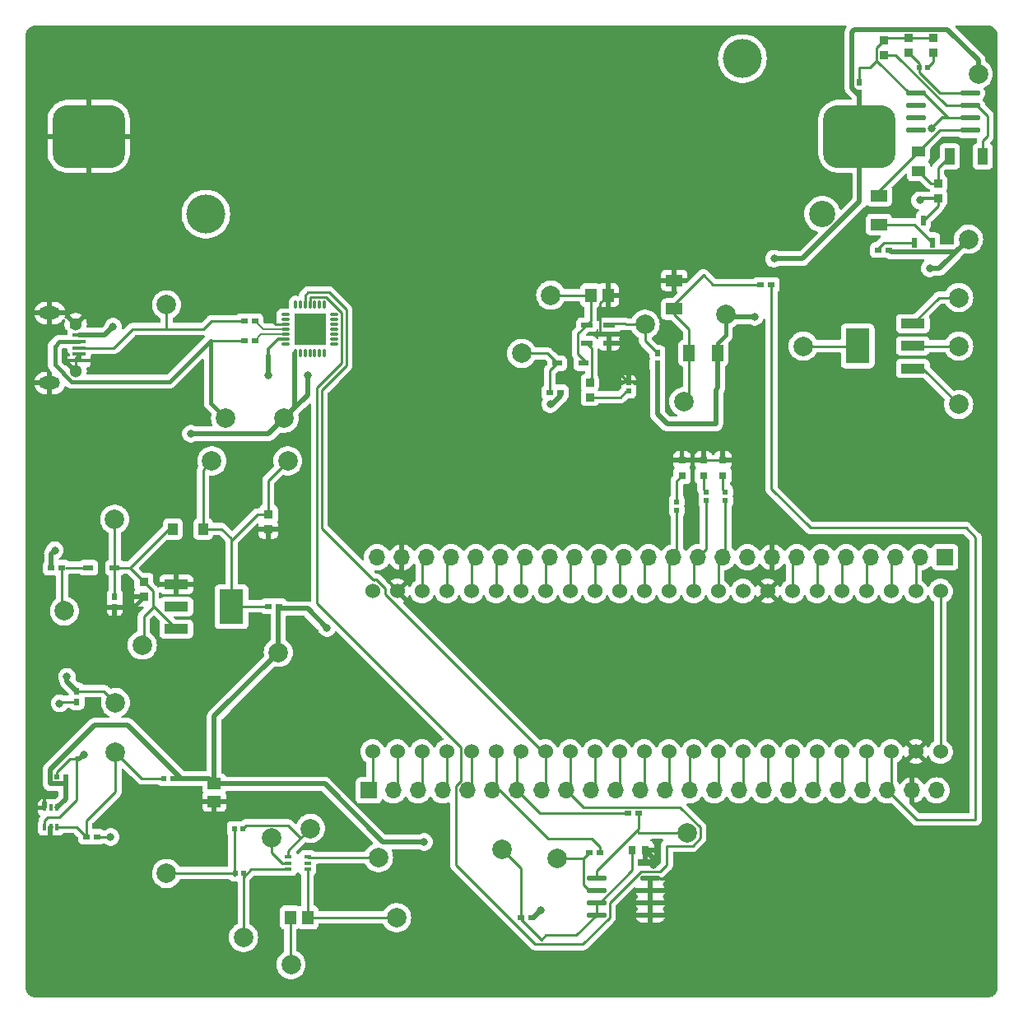
<source format=gtl>
%TF.GenerationSoftware,KiCad,Pcbnew,(7.0.0)*%
%TF.CreationDate,2023-04-13T21:40:41+02:00*%
%TF.ProjectId,SCHEMATICS,53434845-4d41-4544-9943-532e6b696361,rev?*%
%TF.SameCoordinates,Original*%
%TF.FileFunction,Copper,L1,Top*%
%TF.FilePolarity,Positive*%
%FSLAX46Y46*%
G04 Gerber Fmt 4.6, Leading zero omitted, Abs format (unit mm)*
G04 Created by KiCad (PCBNEW (7.0.0)) date 2023-04-13 21:40:42*
%MOMM*%
%LPD*%
G01*
G04 APERTURE LIST*
G04 Aperture macros list*
%AMRoundRect*
0 Rectangle with rounded corners*
0 $1 Rounding radius*
0 $2 $3 $4 $5 $6 $7 $8 $9 X,Y pos of 4 corners*
0 Add a 4 corners polygon primitive as box body*
4,1,4,$2,$3,$4,$5,$6,$7,$8,$9,$2,$3,0*
0 Add four circle primitives for the rounded corners*
1,1,$1+$1,$2,$3*
1,1,$1+$1,$4,$5*
1,1,$1+$1,$6,$7*
1,1,$1+$1,$8,$9*
0 Add four rect primitives between the rounded corners*
20,1,$1+$1,$2,$3,$4,$5,0*
20,1,$1+$1,$4,$5,$6,$7,0*
20,1,$1+$1,$6,$7,$8,$9,0*
20,1,$1+$1,$8,$9,$2,$3,0*%
G04 Aperture macros list end*
%TA.AperFunction,SMDPad,CuDef*%
%ADD10R,0.540005X0.565659*%
%TD*%
%TA.AperFunction,SMDPad,CuDef*%
%ADD11R,0.700000X0.600000*%
%TD*%
%TA.AperFunction,SMDPad,CuDef*%
%ADD12C,2.000000*%
%TD*%
%TA.AperFunction,SMDPad,CuDef*%
%ADD13R,1.450000X1.150000*%
%TD*%
%TA.AperFunction,ComponentPad*%
%ADD14C,1.524000*%
%TD*%
%TA.AperFunction,SMDPad,CuDef*%
%ADD15R,1.207518X1.701016*%
%TD*%
%TA.AperFunction,SMDPad,CuDef*%
%ADD16R,0.600000X0.700000*%
%TD*%
%TA.AperFunction,SMDPad,CuDef*%
%ADD17R,1.400000X0.400000*%
%TD*%
%TA.AperFunction,ComponentPad*%
%ADD18C,1.300000*%
%TD*%
%TA.AperFunction,ComponentPad*%
%ADD19O,2.200000X1.300000*%
%TD*%
%TA.AperFunction,SMDPad,CuDef*%
%ADD20R,0.565659X0.540005*%
%TD*%
%TA.AperFunction,SMDPad,CuDef*%
%ADD21R,0.350013X0.780010*%
%TD*%
%TA.AperFunction,SMDPad,CuDef*%
%ADD22R,1.100000X1.700000*%
%TD*%
%TA.AperFunction,SMDPad,CuDef*%
%ADD23R,0.864008X0.806477*%
%TD*%
%TA.AperFunction,SMDPad,CuDef*%
%ADD24R,1.000000X0.600000*%
%TD*%
%TA.AperFunction,SMDPad,CuDef*%
%ADD25R,0.970000X0.920000*%
%TD*%
%TA.AperFunction,SMDPad,CuDef*%
%ADD26R,1.156998X0.489992*%
%TD*%
%TA.AperFunction,SMDPad,CuDef*%
%ADD27R,1.175006X0.489992*%
%TD*%
%TA.AperFunction,SMDPad,CuDef*%
%ADD28R,1.000000X1.200000*%
%TD*%
%TA.AperFunction,SMDPad,CuDef*%
%ADD29R,0.532004X1.070003*%
%TD*%
%TA.AperFunction,SMDPad,CuDef*%
%ADD30R,2.470003X0.980010*%
%TD*%
%TA.AperFunction,SMDPad,CuDef*%
%ADD31R,2.470003X3.600000*%
%TD*%
%TA.AperFunction,SMDPad,CuDef*%
%ADD32R,0.800000X0.800000*%
%TD*%
%TA.AperFunction,SMDPad,CuDef*%
%ADD33R,0.800000X0.900000*%
%TD*%
%TA.AperFunction,SMDPad,CuDef*%
%ADD34R,1.377013X1.132537*%
%TD*%
%TA.AperFunction,SMDPad,CuDef*%
%ADD35R,1.701016X1.207518*%
%TD*%
%TA.AperFunction,SMDPad,CuDef*%
%ADD36O,2.045009X0.588011*%
%TD*%
%TA.AperFunction,SMDPad,CuDef*%
%ADD37R,1.150000X1.450000*%
%TD*%
%TA.AperFunction,ComponentPad*%
%ADD38R,1.700000X1.700000*%
%TD*%
%TA.AperFunction,ComponentPad*%
%ADD39O,1.700000X1.700000*%
%TD*%
%TA.AperFunction,ComponentPad*%
%ADD40C,4.000000*%
%TD*%
%TA.AperFunction,ComponentPad*%
%ADD41C,2.700000*%
%TD*%
%TA.AperFunction,SMDPad,CuDef*%
%ADD42RoundRect,1.625000X-2.125000X-1.625000X2.125000X-1.625000X2.125000X1.625000X-2.125000X1.625000X0*%
%TD*%
%TA.AperFunction,SMDPad,CuDef*%
%ADD43O,0.900000X0.280010*%
%TD*%
%TA.AperFunction,SMDPad,CuDef*%
%ADD44O,0.280010X0.900000*%
%TD*%
%TA.AperFunction,SMDPad,CuDef*%
%ADD45R,3.200000X3.200000*%
%TD*%
%TA.AperFunction,SMDPad,CuDef*%
%ADD46R,0.780010X0.350013*%
%TD*%
%TA.AperFunction,ViaPad*%
%ADD47C,0.800000*%
%TD*%
%TA.AperFunction,Conductor*%
%ADD48C,0.250000*%
%TD*%
%TA.AperFunction,Conductor*%
%ADD49C,0.500000*%
%TD*%
%TA.AperFunction,Conductor*%
%ADD50C,0.400000*%
%TD*%
%TA.AperFunction,Conductor*%
%ADD51C,0.300000*%
%TD*%
%TA.AperFunction,Conductor*%
%ADD52C,0.200000*%
%TD*%
G04 APERTURE END LIST*
D10*
%TO.P,R29,2*%
%TO.N,/MICROCONTROLLER/PA2*%
X156999999Y-97865633D03*
%TO.P,R29,1*%
%TO.N,Net-(D8-A)*%
X156999999Y-96999999D03*
%TD*%
%TO.P,R27,2*%
%TO.N,/MICROCONTROLLER/PA1*%
X159999999Y-96865633D03*
%TO.P,R27,1*%
%TO.N,Net-(D7-A)*%
X159999999Y-95999999D03*
%TD*%
%TO.P,R25,1*%
%TO.N,Net-(D6-A)*%
X161999999Y-95999999D03*
%TO.P,R25,2*%
%TO.N,/MICROCONTROLLER/PA0*%
X161999999Y-96865633D03*
%TD*%
D11*
%TO.P,R33,1*%
%TO.N,Net-(U6-SCL)*%
X147978915Y-133068503D03*
%TO.P,R33,2*%
%TO.N,/MICROCONTROLLER/PA9*%
X149078915Y-133068503D03*
%TD*%
D12*
%TO.P,TP8,1,1*%
%TO.N,Net-(D2-A)*%
X116969711Y-92799975D03*
%TD*%
%TO.P,TP24,1,1*%
%TO.N,Net-(MicroXNJ1-D+)*%
X104499111Y-76750000D03*
%TD*%
D13*
%TO.P,C4,1*%
%TO.N,GND*%
X109409999Y-127829999D03*
%TO.P,C4,2*%
%TO.N,/MICROCONTROLLER/VSS*%
X109409999Y-126029999D03*
%TD*%
D12*
%TO.P,TP36,1,1*%
%TO.N,Net-(U5-GND)*%
X126306274Y-133612033D03*
%TD*%
%TO.P,TP4,1,1*%
%TO.N,Net-(TP4054-42-SOT25R1-BAT)*%
X153726500Y-78753538D03*
%TD*%
D11*
%TO.P,R28,1*%
%TO.N,Net-(MicroXNJ1-D+)*%
X112477999Y-78422253D03*
%TO.P,R28,2*%
%TO.N,/MICROCONTROLLER/D+*%
X113577999Y-78422253D03*
%TD*%
D14*
%TO.P,U8,1,VBAT*%
%TO.N,/MICROCONTROLLER/VSS*%
X184126500Y-106193500D03*
%TO.P,U8,2,PC13*%
%TO.N,/MICROCONTROLLER/PC13*%
X181586500Y-106193500D03*
%TO.P,U8,3,PC14*%
%TO.N,/MICROCONTROLLER/PC14*%
X179046500Y-106193500D03*
%TO.P,U8,4,PC15*%
%TO.N,/MICROCONTROLLER/PC15*%
X176506500Y-106193500D03*
%TO.P,U8,5,PF0*%
%TO.N,/MICROCONTROLLER/PF0*%
X173966500Y-106193500D03*
%TO.P,U8,6,PF1*%
%TO.N,/MICROCONTROLLER/PF1*%
X171426500Y-106193500D03*
%TO.P,U8,7,NRST*%
%TO.N,/MICROCONTROLLER/NRST*%
X168886500Y-106193500D03*
%TO.P,U8,8,GND*%
%TO.N,GND*%
X166346500Y-106193500D03*
%TO.P,U8,9,V+*%
%TO.N,/MICROCONTROLLER/VSS*%
X163806500Y-106193500D03*
%TO.P,U8,10,PA0*%
%TO.N,/MICROCONTROLLER/PA0*%
X161266500Y-106193500D03*
%TO.P,U8,11,PA1*%
%TO.N,/MICROCONTROLLER/PA1*%
X158726500Y-106193500D03*
%TO.P,U8,12,PA2*%
%TO.N,/MICROCONTROLLER/PA2*%
X156186500Y-106193500D03*
%TO.P,U8,13,PA3*%
%TO.N,/MICROCONTROLLER/PA3*%
X153646500Y-106193500D03*
%TO.P,U8,14,PA4*%
%TO.N,/MICROCONTROLLER/PA4*%
X151106500Y-106193500D03*
%TO.P,U8,15,PA5*%
%TO.N,/MICROCONTROLLER/PA5*%
X148566500Y-106193500D03*
%TO.P,U8,16,PA6*%
%TO.N,/MICROCONTROLLER/PA6*%
X146026500Y-106193500D03*
%TO.P,U8,17,PA7*%
%TO.N,/MICROCONTROLLER/PA7*%
X143486500Y-106193500D03*
%TO.P,U8,18,PB0*%
%TO.N,/MICROCONTROLLER/PB0*%
X140946500Y-106193500D03*
%TO.P,U8,19,PB1*%
%TO.N,/MICROCONTROLLER/PB1*%
X138406500Y-106193500D03*
%TO.P,U8,20,PB2*%
%TO.N,/MICROCONTROLLER/PB2*%
X135866500Y-106193500D03*
%TO.P,U8,21,PB10*%
%TO.N,/MICROCONTROLLER/PB10*%
X133326500Y-106193500D03*
%TO.P,U8,22,PB11*%
%TO.N,/MICROCONTROLLER/PB11*%
X130786500Y-106193500D03*
%TO.P,U8,23,GND*%
%TO.N,GND*%
X128246500Y-106193500D03*
%TO.P,U8,24,V+*%
%TO.N,/MICROCONTROLLER/VSS*%
X125706500Y-106193500D03*
%TO.P,U8,25,PB12*%
%TO.N,/MICROCONTROLLER/PB12*%
X125706500Y-122703500D03*
%TO.P,U8,26,PB13*%
%TO.N,/MICROCONTROLLER/PB13*%
X128246500Y-122703500D03*
%TO.P,U8,27,PB14*%
%TO.N,/MICROCONTROLLER/PB14*%
X130786500Y-122703500D03*
%TO.P,U8,28,PB15*%
%TO.N,/MICROCONTROLLER/PB15*%
X133326500Y-122703500D03*
%TO.P,U8,29,PA8*%
%TO.N,/MICROCONTROLLER/PA8*%
X135866500Y-122703500D03*
%TO.P,U8,30,PA9*%
%TO.N,/MICROCONTROLLER/PA9*%
X138406500Y-122703500D03*
%TO.P,U8,31,PA10*%
%TO.N,/MICROCONTROLLER/PA10*%
X140946500Y-122703500D03*
%TO.P,U8,32,PA11*%
%TO.N,/MICROCONTROLLER/PA11*%
X143486500Y-122703500D03*
%TO.P,U8,33,PA12*%
%TO.N,/MICROCONTROLLER/PA12*%
X146026500Y-122703500D03*
%TO.P,U8,34,PA13*%
%TO.N,/MICROCONTROLLER/PA13*%
X148566500Y-122703500D03*
%TO.P,U8,35,PF6*%
%TO.N,/MICROCONTROLLER/PF6*%
X151106500Y-122703500D03*
%TO.P,U8,36,PF7*%
%TO.N,/MICROCONTROLLER/PF7*%
X153646500Y-122703500D03*
%TO.P,U8,37,PA14*%
%TO.N,/MICROCONTROLLER/PA14*%
X156186500Y-122703500D03*
%TO.P,U8,38,PA15*%
%TO.N,/MICROCONTROLLER/PA15*%
X158726500Y-122703500D03*
%TO.P,U8,39,PB3*%
%TO.N,/MICROCONTROLLER/PB3*%
X161266500Y-122703500D03*
%TO.P,U8,40,PB4*%
%TO.N,/MICROCONTROLLER/PB4*%
X163806500Y-122703500D03*
%TO.P,U8,41,PB5*%
%TO.N,/MICROCONTROLLER/PB5*%
X166346500Y-122703500D03*
%TO.P,U8,42,PB6*%
%TO.N,/MICROCONTROLLER/PB6*%
X168886500Y-122703500D03*
%TO.P,U8,43,PB7*%
%TO.N,/MICROCONTROLLER/PB7*%
X171426500Y-122703500D03*
%TO.P,U8,44,BOOT*%
%TO.N,/MICROCONTROLLER/BOOT*%
X173966500Y-122703500D03*
%TO.P,U8,45,PB8*%
%TO.N,/MICROCONTROLLER/PB8*%
X176506500Y-122703500D03*
%TO.P,U8,46,PB9*%
%TO.N,/MICROCONTROLLER/PB9*%
X179046500Y-122703500D03*
%TO.P,U8,47,GND*%
%TO.N,GND*%
X181586500Y-122703500D03*
%TO.P,U8,48,V+*%
%TO.N,/MICROCONTROLLER/VSS*%
X184126500Y-122703500D03*
%TD*%
D12*
%TO.P,TP3,1,1*%
%TO.N,Net-(D1-K)*%
X144033840Y-75753538D03*
%TD*%
%TO.P,TP31,1,1*%
%TO.N,/POWER MODULE/UVLO Output*%
X187000000Y-70000000D03*
%TD*%
D15*
%TO.P,R22,1*%
%TO.N,Net-(R22-Pad1)*%
X158247708Y-81703499D03*
%TO.P,R22,2*%
%TO.N,/POWER MODULE/Battery*%
X161205290Y-81703499D03*
%TD*%
D11*
%TO.P,R24,1*%
%TO.N,Net-(R22-Pad1)*%
X165626499Y-74703499D03*
%TO.P,R24,2*%
%TO.N,/MICROCONTROLLER/PB9*%
X166726499Y-74703499D03*
%TD*%
D16*
%TO.P,R17,1*%
%TO.N,/MICROCONTROLLER/PB10*%
X95249999Y-117569999D03*
%TO.P,R17,2*%
%TO.N,Net-(U3-SCL)*%
X95249999Y-116469999D03*
%TD*%
D17*
%TO.P,MicroXNJ1,1,VBUS*%
%TO.N,/MICROCONTROLLER/5V*%
X95521335Y-79874967D03*
%TO.P,MicroXNJ1,2,D-*%
%TO.N,Net-(MicroXNJ1-D-)*%
X95521335Y-80524955D03*
%TO.P,MicroXNJ1,3,D+*%
%TO.N,Net-(MicroXNJ1-D+)*%
X95521335Y-81174942D03*
%TO.P,MicroXNJ1,4,ID*%
%TO.N,GND*%
X95521335Y-81824929D03*
%TO.P,MicroXNJ1,5,GND*%
X95521335Y-82474917D03*
D18*
%TO.P,MicroXNJ1,6,SH1*%
X95148717Y-83599886D03*
D19*
%TO.P,MicroXNJ1,7,SH2*%
X92478663Y-84774891D03*
%TO.P,MicroXNJ1,8,SH3*%
X92478663Y-77574993D03*
D18*
%TO.P,MicroXNJ1,9,SH4*%
X95148717Y-78750000D03*
%TD*%
D20*
%TO.P,R40,1*%
%TO.N,Net-(R40-Pad1)*%
X182804816Y-52323999D03*
%TO.P,R40,2*%
%TO.N,Net-(U1--)*%
X181939182Y-52323999D03*
%TD*%
D21*
%TO.P,U3,1,VDD*%
%TO.N,/MICROCONTROLLER/VSS*%
X93249999Y-128490015D03*
%TO.P,U3,2,NC*%
%TO.N,unconnected-(U3-NC-Pad2)*%
X92600012Y-128490015D03*
%TO.P,U3,3,GND*%
%TO.N,GND*%
X91950025Y-128490015D03*
%TO.P,U3,4,SCL*%
%TO.N,Net-(U3-SCL)*%
X91950025Y-130469999D03*
%TO.P,U3,5,INT*%
%TO.N,GND*%
X92600012Y-130469999D03*
%TO.P,U3,6,SDA*%
%TO.N,Net-(U3-SDA)*%
X93249999Y-130469999D03*
%TD*%
D12*
%TO.P,TP16,1,1*%
%TO.N,Net-(C5-Pad1)*%
X117306274Y-144612033D03*
%TD*%
D11*
%TO.P,R14,1*%
%TO.N,Net-(Q1-D)*%
X177715999Y-71119999D03*
%TO.P,R14,2*%
%TO.N,/POWER MODULE/UVLO Output*%
X178815999Y-71119999D03*
%TD*%
%TO.P,R5,1*%
%TO.N,/POWER MODULE/UVLO Output*%
X92649999Y-103799974D03*
%TO.P,R5,2*%
%TO.N,Net-(D4-PadA)*%
X93749999Y-103799974D03*
%TD*%
D16*
%TO.P,R15,1*%
%TO.N,/POWER MODULE/Battery*%
X175767999Y-54947999D03*
%TO.P,R15,2*%
%TO.N,Net-(#FLG06-pwr)*%
X175767999Y-53847999D03*
%TD*%
D12*
%TO.P,TP20,1,1*%
%TO.N,/POWER MODULE/Battery*%
X162033840Y-77753538D03*
%TD*%
D22*
%TO.P,D3,1,K*%
%TO.N,Net-(D3-K)*%
X188467999Y-61467999D03*
%TO.P,D3,2,A*%
%TO.N,Net-(D3-A)*%
X185067949Y-61467999D03*
%TD*%
D23*
%TO.P,R9,1*%
%TO.N,Net-(#FLG06-pwr)*%
X178307999Y-49538633D03*
%TO.P,R9,2*%
%TO.N,Net-(D3-K)*%
X178307999Y-51045365D03*
%TD*%
D10*
%TO.P,R3,1*%
%TO.N,Net-(R2-Pad2)*%
X152033839Y-85619171D03*
%TO.P,R3,2*%
%TO.N,GND*%
X152033839Y-84753537D03*
%TD*%
D12*
%TO.P,TP5,1,1*%
%TO.N,Net-(D4-PadA)*%
X94000000Y-108250000D03*
%TD*%
%TO.P,TP29,1,1*%
%TO.N,Net-(REF2-Input)*%
X186000000Y-76000000D03*
%TD*%
%TO.P,TP17,1,1*%
%TO.N,Net-(U5-INT)*%
X115306274Y-131612033D03*
%TD*%
D20*
%TO.P,R21,1*%
%TO.N,Net-(R20-Pad1)*%
X111481190Y-130632007D03*
%TO.P,R21,2*%
%TO.N,Net-(U5-SCL)*%
X112346824Y-130632007D03*
%TD*%
D12*
%TO.P,TP28,1,1*%
%TO.N,Net-(REF2-Output-Pad2)*%
X186000000Y-81000000D03*
%TD*%
D24*
%TO.P,D4,A,A*%
%TO.N,Net-(D4-PadA)*%
X96469799Y-103799974D03*
%TO.P,D4,C,K*%
%TO.N,Net-(#FLG05-pwr)*%
X99169799Y-103799974D03*
%TD*%
D25*
%TO.P,C3,1*%
%TO.N,Net-(D2-A)*%
X114969710Y-98299974D03*
%TO.P,C3,2*%
%TO.N,GND*%
X114969710Y-99849974D03*
%TD*%
D12*
%TO.P,TP14,1,1*%
%TO.N,Net-(U3-SCL)*%
X99250000Y-117670000D03*
%TD*%
D11*
%TO.P,R7,1*%
%TO.N,Net-(D2-A)*%
X114949999Y-107749999D03*
%TO.P,R7,2*%
%TO.N,/MICROCONTROLLER/VSS*%
X116049999Y-107749999D03*
%TD*%
D23*
%TO.P,R2,1*%
%TO.N,Net-(TP4054-42-SOT25R1-PROG)*%
X148033839Y-84753537D03*
%TO.P,R2,2*%
%TO.N,Net-(R2-Pad2)*%
X148033839Y-86260269D03*
%TD*%
D26*
%TO.P,TP4054-42-SOT25R1,1,~{CHRG}*%
%TO.N,GND*%
X150033839Y-80703499D03*
%TO.P,TP4054-42-SOT25R1,2,GND*%
X150033839Y-79753537D03*
%TO.P,TP4054-42-SOT25R1,3,BAT*%
%TO.N,Net-(TP4054-42-SOT25R1-BAT)*%
X150033839Y-78803575D03*
D27*
%TO.P,TP4054-42-SOT25R1,4,VCC*%
%TO.N,Net-(D1-K)*%
X147726499Y-78803575D03*
%TO.P,TP4054-42-SOT25R1,5,PROG*%
%TO.N,Net-(TP4054-42-SOT25R1-PROG)*%
X147726499Y-80703499D03*
%TD*%
D12*
%TO.P,TP6,1,1*%
%TO.N,Net-(D2-A)*%
X109169800Y-92799975D03*
%TD*%
D11*
%TO.P,R26,1*%
%TO.N,Net-(MicroXNJ1-D-)*%
X112477999Y-80422253D03*
%TO.P,R26,2*%
%TO.N,/MICROCONTROLLER/D-*%
X113577999Y-80422253D03*
%TD*%
D20*
%TO.P,R20,1*%
%TO.N,Net-(R20-Pad1)*%
X111556373Y-135204007D03*
%TO.P,R20,2*%
%TO.N,Net-(U5-SDA)*%
X112422007Y-135204007D03*
%TD*%
D28*
%TO.P,D2,1,K*%
%TO.N,Net-(#FLG05-pwr)*%
X105169799Y-99799974D03*
%TO.P,D2,2,A*%
%TO.N,Net-(D2-A)*%
X108269621Y-99799974D03*
%TD*%
D12*
%TO.P,TP21,1,1*%
%TO.N,Net-(R22-Pad1)*%
X157726500Y-86703500D03*
%TD*%
%TO.P,TP12,1,1*%
%TO.N,Net-(REF2-GND{slash}ADJ)*%
X186000000Y-87000000D03*
%TD*%
D11*
%TO.P,R32,1*%
%TO.N,Net-(U6-SDA)*%
X153078915Y-129068503D03*
%TO.P,R32,2*%
%TO.N,/MICROCONTROLLER/PA10*%
X151978915Y-129068503D03*
%TD*%
D29*
%TO.P,Q1,1,D*%
%TO.N,Net-(Q1-D)*%
X181422037Y-70342002D03*
%TO.P,Q1,2,G*%
%TO.N,Net-(Q1-G)*%
X183321960Y-70342002D03*
%TO.P,Q1,3,S*%
%TO.N,Net-(#FLG06-pwr)*%
X182371999Y-68071999D03*
%TD*%
D11*
%TO.P,R1,1*%
%TO.N,/MICROCONTROLLER/5V*%
X145033839Y-85753537D03*
%TO.P,R1,2*%
%TO.N,Net-(D1-PadA)*%
X143933839Y-85753537D03*
%TD*%
D12*
%TO.P,TP25,*%
%TO.N,*%
X138998916Y-132750000D03*
%TD*%
D11*
%TO.P,R34,1*%
%TO.N,Net-(U6-VCC)*%
X140988915Y-139768503D03*
%TO.P,R34,2*%
%TO.N,/MICROCONTROLLER/VSS*%
X142088915Y-139768503D03*
%TD*%
D12*
%TO.P,TP22,1,1*%
%TO.N,/MICROCONTROLLER/5V*%
X116578000Y-88422254D03*
%TD*%
D30*
%TO.P,REF2,1,GND/ADJ*%
%TO.N,Net-(REF2-GND{slash}ADJ)*%
X181264700Y-83282188D03*
%TO.P,REF2,2,Output*%
%TO.N,Net-(REF2-Output-Pad2)*%
X181264700Y-80982213D03*
%TO.P,REF2,3,Input*%
%TO.N,Net-(REF2-Input)*%
X181264700Y-78682238D03*
D31*
%TO.P,REF2,4,Output*%
%TO.N,Net-(REF2-Output-Pad4)*%
X175594900Y-80982213D03*
%TD*%
D12*
%TO.P,TP30,1,1*%
%TO.N,/POWER MODULE/Battery*%
X188000000Y-53000000D03*
%TD*%
D16*
%TO.P,R4,1*%
%TO.N,Net-(TP4054-42-SOT25R1-BAT)*%
X154999999Y-81753537D03*
%TO.P,R4,2*%
%TO.N,/POWER MODULE/Battery*%
X154999999Y-82853537D03*
%TD*%
D12*
%TO.P,TP10,1,1*%
%TO.N,Net-(#FLG05-pwr)*%
X99169800Y-98799975D03*
%TD*%
D32*
%TO.P,D6,1,K*%
%TO.N,GND*%
X161726499Y-92703499D03*
%TO.P,D6,2,A*%
%TO.N,Net-(D6-A)*%
X161733357Y-94302433D03*
%TD*%
D12*
%TO.P,TP27,1,1*%
%TO.N,Net-(U6-SCL)*%
X144726500Y-133703500D03*
%TD*%
D33*
%TO.P,C6,1*%
%TO.N,Net-(U6-VCC)*%
X152378890Y-132848528D03*
%TO.P,C6,2*%
%TO.N,GND*%
X153778940Y-132848528D03*
%TD*%
D11*
%TO.P,R16,1*%
%TO.N,/MICROCONTROLLER/PB11*%
X97349999Y-131469999D03*
%TO.P,R16,2*%
%TO.N,Net-(U3-SDA)*%
X96249999Y-131469999D03*
%TD*%
D20*
%TO.P,R18,1*%
%TO.N,/MICROCONTROLLER/VSS*%
X105115633Y-125469999D03*
%TO.P,R18,2*%
%TO.N,Net-(U3-SDA)*%
X104249999Y-125469999D03*
%TD*%
D34*
%TO.P,R13,1*%
%TO.N,Net-(R12-Pad2)*%
X181863999Y-60975999D03*
%TO.P,R13,2*%
%TO.N,Net-(D3-A)*%
X181863999Y-62975999D03*
%TD*%
D12*
%TO.P,TP23,1,1*%
%TO.N,Net-(MicroXNJ1-D-)*%
X110578000Y-88422254D03*
%TD*%
D35*
%TO.P,R12,1*%
%TO.N,Net-(Q1-G)*%
X177799999Y-68489581D03*
%TO.P,R12,2*%
%TO.N,Net-(R12-Pad2)*%
X177799999Y-65531999D03*
%TD*%
D12*
%TO.P,TP15,1,1*%
%TO.N,Net-(U3-SDA)*%
X99250000Y-122750000D03*
%TD*%
%TO.P,TP18,1,1*%
%TO.N,Net-(U5-VDD)*%
X128170008Y-139776008D03*
%TD*%
D30*
%TO.P,REF1,1,GND/ADJ*%
%TO.N,GND*%
X105499999Y-105499999D03*
%TO.P,REF1,2,Output*%
%TO.N,unconnected-(REF1-Output-Pad2)*%
X105499999Y-107799974D03*
%TO.P,REF1,3,Input*%
%TO.N,Net-(#FLG05-pwr)*%
X105499999Y-110099949D03*
D31*
%TO.P,REF1,4,Output*%
%TO.N,Net-(D2-A)*%
X111169799Y-107799974D03*
%TD*%
D35*
%TO.P,R23,1*%
%TO.N,GND*%
X156726499Y-74224708D03*
%TO.P,R23,2*%
%TO.N,Net-(R22-Pad1)*%
X156726499Y-77182290D03*
%TD*%
D12*
%TO.P,TP19,1,1*%
%TO.N,Net-(R20-Pad1)*%
X104500000Y-135250000D03*
%TD*%
D23*
%TO.P,R8,1*%
%TO.N,Net-(#FLG06-pwr)*%
X183387999Y-49275999D03*
%TO.P,R8,2*%
%TO.N,Net-(R40-Pad1)*%
X183387999Y-50782731D03*
%TD*%
D24*
%TO.P,D1,A,A*%
%TO.N,Net-(D1-PadA)*%
X144683839Y-82753537D03*
%TO.P,D1,C,K*%
%TO.N,Net-(D1-K)*%
X147383839Y-82753537D03*
%TD*%
D12*
%TO.P,TP9,1,1*%
%TO.N,Net-(D1-PadA)*%
X141033840Y-81753538D03*
%TD*%
%TO.P,TP1,1,1*%
%TO.N,Net-(U5-SDA)*%
X112422008Y-141808008D03*
%TD*%
%TO.P,TP7,1,1*%
%TO.N,Net-(#FLG05-pwr)*%
X102000000Y-111750000D03*
%TD*%
D36*
%TO.P,U1,1*%
%TO.N,Net-(R12-Pad2)*%
X187176415Y-58801003D03*
%TO.P,U1,2,V-*%
%TO.N,Net-(#FLG06-pwr)*%
X187176415Y-57531000D03*
%TO.P,U1,3,+*%
%TO.N,Net-(D3-K)*%
X187176415Y-56260998D03*
%TO.P,U1,4,-*%
%TO.N,Net-(U1--)*%
X187176415Y-54990995D03*
%TO.P,U1,5,V+*%
%TO.N,Net-(#FLG06-pwr)*%
X181631583Y-54990995D03*
%TO.P,U1,6*%
%TO.N,N/C*%
X181631583Y-56260998D03*
%TO.P,U1,7*%
X181631583Y-57531000D03*
%TO.P,U1,8*%
X181631583Y-58801003D03*
%TD*%
D25*
%TO.P,C2,1*%
%TO.N,Net-(#FLG05-pwr)*%
X102169799Y-105249974D03*
%TO.P,C2,2*%
%TO.N,GND*%
X102169799Y-106799974D03*
%TD*%
D12*
%TO.P,TP13,1,1*%
%TO.N,/MICROCONTROLLER/VSS*%
X116000000Y-112500000D03*
%TD*%
D23*
%TO.P,R11,1*%
%TO.N,Net-(D3-A)*%
X183895999Y-64270633D03*
%TO.P,R11,2*%
%TO.N,Net-(#FLG06-pwr)*%
X183895999Y-65777365D03*
%TD*%
D37*
%TO.P,C1,1*%
%TO.N,Net-(D1-K)*%
X148133839Y-75753537D03*
%TO.P,C1,2*%
%TO.N,GND*%
X149933839Y-75753537D03*
%TD*%
D20*
%TO.P,R19,1*%
%TO.N,/MICROCONTROLLER/VSS*%
X94115633Y-125289999D03*
%TO.P,R19,2*%
%TO.N,Net-(U3-SCL)*%
X93249999Y-125289999D03*
%TD*%
D12*
%TO.P,TP2,1,1*%
%TO.N,Net-(U5-SCL)*%
X119306274Y-130612033D03*
%TD*%
D16*
%TO.P,R6,1*%
%TO.N,Net-(#FLG05-pwr)*%
X99169799Y-106799974D03*
%TO.P,R6,2*%
%TO.N,GND*%
X99169799Y-107899974D03*
%TD*%
D12*
%TO.P,TP26,1,1*%
%TO.N,Net-(U6-SDA)*%
X158078916Y-131068504D03*
%TD*%
D37*
%TO.P,C5,1*%
%TO.N,Net-(C5-Pad1)*%
X117226007Y-139776007D03*
%TO.P,C5,2*%
%TO.N,Net-(U5-VDD)*%
X119026007Y-139776007D03*
%TD*%
D12*
%TO.P,TP11,1,1*%
%TO.N,Net-(REF2-Output-Pad4)*%
X170000000Y-81000000D03*
%TD*%
D38*
%TO.P,J2,1,Pin_1*%
%TO.N,/MICROCONTROLLER/PB12*%
X125306499Y-126703499D03*
D39*
%TO.P,J2,2,Pin_2*%
%TO.N,/MICROCONTROLLER/PB13*%
X127846499Y-126703499D03*
%TO.P,J2,3,Pin_3*%
%TO.N,/MICROCONTROLLER/PB14*%
X130386499Y-126703499D03*
%TO.P,J2,4,Pin_4*%
%TO.N,/MICROCONTROLLER/PB15*%
X132926499Y-126703499D03*
%TO.P,J2,5,Pin_5*%
%TO.N,/MICROCONTROLLER/PA8*%
X135466499Y-126703499D03*
%TO.P,J2,6,Pin_6*%
%TO.N,/MICROCONTROLLER/PA9*%
X138006499Y-126703499D03*
%TO.P,J2,7,Pin_7*%
%TO.N,/MICROCONTROLLER/PA10*%
X140546499Y-126703499D03*
%TO.P,J2,8,Pin_8*%
%TO.N,/MICROCONTROLLER/PA11*%
X143086499Y-126703499D03*
%TO.P,J2,9,Pin_9*%
%TO.N,/MICROCONTROLLER/PA12*%
X145626499Y-126703499D03*
%TO.P,J2,10,Pin_10*%
%TO.N,/MICROCONTROLLER/PA13*%
X148166499Y-126703499D03*
%TO.P,J2,11,Pin_11*%
%TO.N,/MICROCONTROLLER/PF6*%
X150706499Y-126703499D03*
%TO.P,J2,12,Pin_12*%
%TO.N,/MICROCONTROLLER/PF7*%
X153246499Y-126703499D03*
%TO.P,J2,13,Pin_13*%
%TO.N,/MICROCONTROLLER/PA14*%
X155786499Y-126703499D03*
%TO.P,J2,14,Pin_14*%
%TO.N,/MICROCONTROLLER/PA15*%
X158326499Y-126703499D03*
%TO.P,J2,15,Pin_15*%
%TO.N,/MICROCONTROLLER/PB3*%
X160866499Y-126703499D03*
%TO.P,J2,16,Pin_16*%
%TO.N,/MICROCONTROLLER/PB4*%
X163406499Y-126703499D03*
%TO.P,J2,17,Pin_17*%
%TO.N,/MICROCONTROLLER/PB5*%
X165946499Y-126703499D03*
%TO.P,J2,18,Pin_18*%
%TO.N,/MICROCONTROLLER/PB6*%
X168486499Y-126703499D03*
%TO.P,J2,19,Pin_19*%
%TO.N,/MICROCONTROLLER/PB7*%
X171026499Y-126703499D03*
%TO.P,J2,20,Pin_20*%
%TO.N,/MICROCONTROLLER/BOOT*%
X173566499Y-126703499D03*
%TO.P,J2,21,Pin_21*%
%TO.N,/MICROCONTROLLER/PB8*%
X176106499Y-126703499D03*
%TO.P,J2,22,Pin_22*%
%TO.N,/MICROCONTROLLER/PB9*%
X178646499Y-126703499D03*
%TO.P,J2,23,Pin_23*%
%TO.N,GND*%
X181186499Y-126703499D03*
%TO.P,J2,24,Pin_24*%
%TO.N,unconnected-(J2-Pin_24-Pad24)*%
X183726499Y-126703499D03*
%TD*%
D40*
%TO.P,U9,*%
%TO.N,*%
X108544000Y-67419000D03*
X163744000Y-51419000D03*
D41*
X171964000Y-67419000D03*
D42*
%TO.P,U9,1,+*%
%TO.N,/POWER MODULE/Battery*%
X175794000Y-59419000D03*
%TO.P,U9,2,-*%
%TO.N,GND*%
X96494000Y-59419000D03*
%TD*%
D32*
%TO.P,D8,1,K*%
%TO.N,GND*%
X157515641Y-92703499D03*
%TO.P,D8,2,A*%
%TO.N,Net-(D8-A)*%
X157522499Y-94302433D03*
%TD*%
D43*
%TO.P,IC1,1,DCD*%
%TO.N,unconnected-(IC1-DCD-Pad1)*%
X116749999Y-77748729D03*
%TO.P,IC1,2,RI*%
%TO.N,unconnected-(IC1-RI-Pad2)*%
X116749999Y-78249110D03*
%TO.P,IC1,3,GND*%
%TO.N,GND*%
X116749999Y-78749491D03*
%TO.P,IC1,4,D+*%
%TO.N,/MICROCONTROLLER/D+*%
X116749999Y-79249872D03*
%TO.P,IC1,5,D-*%
%TO.N,/MICROCONTROLLER/D-*%
X116749999Y-79750253D03*
%TO.P,IC1,6,VDD*%
%TO.N,/MICROCONTROLLER/VSS*%
X116749999Y-80250634D03*
%TO.P,IC1,7,REGIN*%
%TO.N,unconnected-(IC1-REGIN-Pad7)*%
X116749999Y-80751015D03*
D44*
%TO.P,IC1,8,VBUS*%
%TO.N,/MICROCONTROLLER/5V*%
X117748729Y-81749999D03*
%TO.P,IC1,9,~{RST}*%
%TO.N,unconnected-(IC1-~{RST}-Pad9)*%
X118249110Y-81749999D03*
%TO.P,IC1,10,NC_1*%
%TO.N,unconnected-(IC1-NC_1-Pad10)*%
X118749491Y-81749999D03*
%TO.P,IC1,11,~{SUSPEND}*%
%TO.N,unconnected-(IC1-~{SUSPEND}-Pad11)*%
X119249872Y-81749999D03*
%TO.P,IC1,12,SUSPEND*%
%TO.N,unconnected-(IC1-SUSPEND-Pad12)*%
X119750253Y-81749999D03*
%TO.P,IC1,13,NC_2*%
%TO.N,unconnected-(IC1-NC_2-Pad13)*%
X120250634Y-81749999D03*
%TO.P,IC1,14,NC_3*%
%TO.N,unconnected-(IC1-NC_3-Pad14)*%
X120751015Y-81749999D03*
D43*
%TO.P,IC1,15,NC_4*%
%TO.N,unconnected-(IC1-NC_4-Pad15)*%
X121749999Y-80751015D03*
%TO.P,IC1,16,NC_5*%
%TO.N,unconnected-(IC1-NC_5-Pad16)*%
X121749999Y-80250634D03*
%TO.P,IC1,17,NC_6*%
%TO.N,unconnected-(IC1-NC_6-Pad17)*%
X121749999Y-79750253D03*
%TO.P,IC1,18,NC/VPP*%
%TO.N,unconnected-(IC1-NC{slash}VPP-Pad18)*%
X121749999Y-79249872D03*
%TO.P,IC1,19,NC_7*%
%TO.N,unconnected-(IC1-NC_7-Pad19)*%
X121749999Y-78749491D03*
%TO.P,IC1,20,NC_8*%
%TO.N,unconnected-(IC1-NC_8-Pad20)*%
X121749999Y-78249110D03*
%TO.P,IC1,21,NC_9*%
%TO.N,unconnected-(IC1-NC_9-Pad21)*%
X121749999Y-77748729D03*
D44*
%TO.P,IC1,22,NC_10*%
%TO.N,unconnected-(IC1-NC_10-Pad22)*%
X120751015Y-76749999D03*
%TO.P,IC1,23,CTS*%
%TO.N,unconnected-(IC1-CTS-Pad23)*%
X120250634Y-76749999D03*
%TO.P,IC1,24,RTS*%
%TO.N,unconnected-(IC1-RTS-Pad24)*%
X119750253Y-76749999D03*
%TO.P,IC1,25,RXD*%
%TO.N,/MICROCONTROLLER/PA12*%
X119249872Y-76749999D03*
%TO.P,IC1,26,TXD*%
%TO.N,/MICROCONTROLLER/PA11*%
X118749491Y-76749999D03*
%TO.P,IC1,27,DSR*%
%TO.N,unconnected-(IC1-DSR-Pad27)*%
X118249110Y-76749999D03*
%TO.P,IC1,28,DTR*%
%TO.N,unconnected-(IC1-DTR-Pad28)*%
X117748729Y-76749999D03*
D45*
%TO.P,IC1,29,TPAD*%
%TO.N,unconnected-(IC1-TPAD-Pad29)*%
X119249872Y-79249872D03*
%TD*%
D38*
%TO.P,J1,1,Pin_1*%
%TO.N,unconnected-(J1-Pin_1-Pad1)*%
X184586499Y-102703499D03*
D39*
%TO.P,J1,2,Pin_2*%
%TO.N,/MICROCONTROLLER/PC13*%
X182046499Y-102703499D03*
%TO.P,J1,3,Pin_3*%
%TO.N,/MICROCONTROLLER/PC14*%
X179506499Y-102703499D03*
%TO.P,J1,4,Pin_4*%
%TO.N,/MICROCONTROLLER/PC15*%
X176966499Y-102703499D03*
%TO.P,J1,5,Pin_5*%
%TO.N,/MICROCONTROLLER/PF0*%
X174426499Y-102703499D03*
%TO.P,J1,6,Pin_6*%
%TO.N,/MICROCONTROLLER/PF1*%
X171886499Y-102703499D03*
%TO.P,J1,7,Pin_7*%
%TO.N,/MICROCONTROLLER/NRST*%
X169346499Y-102703499D03*
%TO.P,J1,8,Pin_8*%
%TO.N,GND*%
X166806499Y-102703499D03*
%TO.P,J1,9,Pin_9*%
%TO.N,unconnected-(J1-Pin_9-Pad9)*%
X164266499Y-102703499D03*
%TO.P,J1,10,Pin_10*%
%TO.N,/MICROCONTROLLER/PA0*%
X161726499Y-102703499D03*
%TO.P,J1,11,Pin_11*%
%TO.N,/MICROCONTROLLER/PA1*%
X159186499Y-102703499D03*
%TO.P,J1,12,Pin_12*%
%TO.N,/MICROCONTROLLER/PA2*%
X156646499Y-102703499D03*
%TO.P,J1,13,Pin_13*%
%TO.N,/MICROCONTROLLER/PA3*%
X154106499Y-102703499D03*
%TO.P,J1,14,Pin_14*%
%TO.N,/MICROCONTROLLER/PA4*%
X151566499Y-102703499D03*
%TO.P,J1,15,Pin_15*%
%TO.N,/MICROCONTROLLER/PA5*%
X149026499Y-102703499D03*
%TO.P,J1,16,Pin_16*%
%TO.N,/MICROCONTROLLER/PA6*%
X146486499Y-102703499D03*
%TO.P,J1,17,Pin_17*%
%TO.N,/MICROCONTROLLER/PA7*%
X143946499Y-102703499D03*
%TO.P,J1,18,Pin_18*%
%TO.N,/MICROCONTROLLER/PB0*%
X141406499Y-102703499D03*
%TO.P,J1,19,Pin_19*%
%TO.N,/MICROCONTROLLER/PB1*%
X138866499Y-102703499D03*
%TO.P,J1,20,Pin_20*%
%TO.N,/MICROCONTROLLER/PB2*%
X136326499Y-102703499D03*
%TO.P,J1,21,Pin_21*%
%TO.N,/MICROCONTROLLER/PB10*%
X133786499Y-102703499D03*
%TO.P,J1,22,Pin_22*%
%TO.N,/MICROCONTROLLER/PB11*%
X131246499Y-102703499D03*
%TO.P,J1,23,Pin_23*%
%TO.N,GND*%
X128706499Y-102703499D03*
%TO.P,J1,24,Pin_24*%
%TO.N,unconnected-(J1-Pin_24-Pad24)*%
X126166499Y-102703499D03*
%TD*%
D23*
%TO.P,R10,1*%
%TO.N,Net-(U1--)*%
X180847999Y-50782731D03*
%TO.P,R10,2*%
%TO.N,Net-(#FLG06-pwr)*%
X180847999Y-49275999D03*
%TD*%
D32*
%TO.P,D7,1,K*%
%TO.N,GND*%
X159726499Y-92703499D03*
%TO.P,D7,2,A*%
%TO.N,Net-(D7-A)*%
X159733357Y-94302433D03*
%TD*%
D46*
%TO.P,U5,1,VDD*%
%TO.N,Net-(U5-VDD)*%
X118999999Y-134837994D03*
%TO.P,U5,2,NC*%
%TO.N,unconnected-(U5-NC-Pad2)*%
X118999999Y-134188007D03*
%TO.P,U5,3,GND*%
%TO.N,Net-(U5-GND)*%
X118999999Y-133538020D03*
%TO.P,U5,4,SCL*%
%TO.N,Net-(U5-SCL)*%
X117020015Y-133538020D03*
%TO.P,U5,5,INT*%
%TO.N,Net-(U5-INT)*%
X117020015Y-134188007D03*
%TO.P,U5,6,SDA*%
%TO.N,Net-(U5-SDA)*%
X117020015Y-134837994D03*
%TD*%
D36*
%TO.P,U6,1,A0*%
%TO.N,GND*%
X154271331Y-139513507D03*
%TO.P,U6,2,A1*%
X154271331Y-138243504D03*
%TO.P,U6,3,A2*%
X154271331Y-136973502D03*
%TO.P,U6,4,GND*%
X154271331Y-135703499D03*
%TO.P,U6,5,SDA*%
%TO.N,Net-(U6-SDA)*%
X148726499Y-135703499D03*
%TO.P,U6,6,SCL*%
%TO.N,Net-(U6-SCL)*%
X148726499Y-136973502D03*
%TO.P,U6,7,WP*%
%TO.N,Net-(U6-VCC)*%
X148726499Y-138243504D03*
%TO.P,U6,8,VCC*%
X148726499Y-139513507D03*
%TD*%
D47*
%TO.N,GND*%
X154568175Y-134359994D03*
%TO.N,/MICROCONTROLLER/VSS*%
X131000000Y-132000000D03*
X115000000Y-84000000D03*
X143000000Y-139000000D03*
X121000000Y-110000000D03*
%TO.N,Net-(U3-SCL)*%
X94250000Y-115000000D03*
X96000000Y-123000000D03*
%TO.N,/POWER MODULE/Battery*%
X167000000Y-72000000D03*
X165000000Y-78000000D03*
%TO.N,/MICROCONTROLLER/5V*%
X143974588Y-86974588D03*
X107000000Y-90000000D03*
X119000000Y-84000000D03*
X99000000Y-79000000D03*
%TO.N,/POWER MODULE/UVLO Output*%
X183000000Y-73000000D03*
X93000000Y-102000000D03*
%TO.N,/MICROCONTROLLER/PB10*%
X93500000Y-117750000D03*
%TO.N,/MICROCONTROLLER/PB11*%
X98750000Y-131500000D03*
%TO.N,Net-(#FLG06-pwr)*%
X183227745Y-58587657D03*
X182000000Y-66000000D03*
%TD*%
D48*
%TO.N,GND*%
X155703500Y-135703500D02*
X156000000Y-136000000D01*
X154271332Y-135703500D02*
X155703500Y-135703500D01*
D49*
X153778941Y-132848529D02*
X154930412Y-134000000D01*
X154570418Y-134359994D02*
X154568175Y-134359994D01*
X154930412Y-134000000D02*
X154570418Y-134359994D01*
D48*
%TO.N,Net-(U5-GND)*%
X119074012Y-133612033D02*
X119000000Y-133538021D01*
X126306274Y-133612033D02*
X119074012Y-133612033D01*
%TO.N,Net-(#FLG06-pwr)*%
X183388000Y-49276000D02*
X180848000Y-49276000D01*
X178308000Y-49538634D02*
X177550996Y-50295638D01*
X178570634Y-49276000D02*
X178308000Y-49538634D01*
X180848000Y-49276000D02*
X178570634Y-49276000D01*
%TO.N,/MICROCONTROLLER/PB10*%
X93680000Y-117570000D02*
X93500000Y-117750000D01*
X95250000Y-117570000D02*
X93680000Y-117570000D01*
%TO.N,Net-(MicroXNJ1-D-)*%
X112478000Y-80422254D02*
X109028000Y-80422254D01*
%TO.N,Net-(MicroXNJ1-D+)*%
X108310000Y-79242254D02*
X104499111Y-79242254D01*
X109130000Y-78422254D02*
X108310000Y-79242254D01*
X112478000Y-78422254D02*
X109130000Y-78422254D01*
D50*
%TO.N,Net-(MicroXNJ1-D-)*%
X93000000Y-81000000D02*
X93475044Y-80524956D01*
X93000000Y-82936094D02*
X93000000Y-81000000D01*
X104800368Y-84649886D02*
X94713792Y-84649886D01*
X94713792Y-84649886D02*
X93000000Y-82936094D01*
X93475044Y-80524956D02*
X95521336Y-80524956D01*
X109028000Y-86872254D02*
X109028000Y-80422254D01*
X109028000Y-80422254D02*
X104800368Y-84649886D01*
X110578000Y-88422254D02*
X109028000Y-86872254D01*
D48*
%TO.N,GND*%
X95148717Y-82197549D02*
X95521336Y-81824930D01*
X95148717Y-83599886D02*
X95148717Y-82197549D01*
%TO.N,Net-(MicroXNJ1-D+)*%
X99074168Y-81174943D02*
X95521336Y-81174943D01*
X101006857Y-79242254D02*
X99074168Y-81174943D01*
X104499111Y-79242254D02*
X101006857Y-79242254D01*
D49*
%TO.N,/MICROCONTROLLER/5V*%
X98125032Y-79874968D02*
X95521336Y-79874968D01*
D48*
%TO.N,Net-(#FLG06-pwr)*%
X176865903Y-52324000D02*
X177550996Y-51638907D01*
X175768000Y-52324000D02*
X176865903Y-52324000D01*
%TO.N,/MICROCONTROLLER/PA0*%
X162000000Y-102430000D02*
X161726500Y-102703500D01*
X162000000Y-96865634D02*
X162000000Y-102430000D01*
%TO.N,Net-(D6-A)*%
X161733358Y-95733358D02*
X162000000Y-96000000D01*
X161733358Y-94302434D02*
X161733358Y-95733358D01*
%TO.N,/MICROCONTROLLER/PA1*%
X160000000Y-96865634D02*
X160000000Y-101890000D01*
X160000000Y-101890000D02*
X159186500Y-102703500D01*
%TO.N,Net-(D7-A)*%
X159733358Y-95733358D02*
X160000000Y-96000000D01*
X159733358Y-94302434D02*
X159733358Y-95733358D01*
%TO.N,/MICROCONTROLLER/PA2*%
X157000000Y-102350000D02*
X156646500Y-102703500D01*
X157000000Y-97865634D02*
X157000000Y-102350000D01*
%TO.N,Net-(D8-A)*%
X157000000Y-94824934D02*
X157522500Y-94302434D01*
X157000000Y-97000000D02*
X157000000Y-94824934D01*
%TO.N,Net-(U5-SDA)*%
X112422008Y-135612033D02*
X112422008Y-135204008D01*
X112422008Y-141808008D02*
X112422008Y-135612033D01*
X113196046Y-134837995D02*
X117020016Y-134837995D01*
X112422008Y-135612033D02*
X113196046Y-134837995D01*
%TO.N,Net-(U5-SCL)*%
X117020016Y-132898291D02*
X117020016Y-133538021D01*
X118306274Y-131612033D02*
X116981274Y-130287033D01*
X118306274Y-131612033D02*
X117020016Y-132898291D01*
X116981274Y-130287033D02*
X112691800Y-130287033D01*
X119306274Y-130612033D02*
X118306274Y-131612033D01*
X112691800Y-130287033D02*
X112346825Y-130632008D01*
%TO.N,Net-(D1-K)*%
X144033840Y-75753538D02*
X148133840Y-75753538D01*
X148133840Y-78396236D02*
X147726500Y-78803576D01*
X147726500Y-78803576D02*
X146813997Y-79716079D01*
X146813997Y-79716079D02*
X146813997Y-81790997D01*
X148133840Y-75753538D02*
X148133840Y-78396236D01*
X146813997Y-81790997D02*
X147726500Y-82703500D01*
%TO.N,Net-(TP4054-42-SOT25R1-BAT)*%
X153726500Y-80446198D02*
X155033840Y-81753538D01*
X150144755Y-78692661D02*
X150033840Y-78803576D01*
X153726500Y-78753538D02*
X151737339Y-78753538D01*
X153726500Y-78753538D02*
X153726500Y-80446198D01*
X151737339Y-78753538D02*
X151676462Y-78692661D01*
X151676462Y-78692661D02*
X150144755Y-78692661D01*
%TO.N,GND*%
X150033840Y-80703500D02*
X150033840Y-79753538D01*
X149130341Y-76557037D02*
X149130341Y-79630341D01*
X115749492Y-78749492D02*
X115500000Y-78500000D01*
D50*
X101069800Y-107899975D02*
X102169800Y-106799975D01*
D49*
X91950026Y-128490016D02*
X91950026Y-127950026D01*
D48*
X154271332Y-139513508D02*
X154271332Y-136973503D01*
X154271332Y-135703500D02*
X154271332Y-136973503D01*
D50*
X100750000Y-107899975D02*
X101069800Y-107899975D01*
D49*
X92600013Y-130470000D02*
X92575032Y-130494981D01*
D48*
X150033840Y-82753538D02*
X152033840Y-84753538D01*
X149130341Y-79630341D02*
X149253538Y-79753538D01*
X156726500Y-74224709D02*
X157275291Y-74224709D01*
D50*
X99169800Y-107899975D02*
X100750000Y-107899975D01*
D49*
X92575032Y-130494981D02*
X92575032Y-131310005D01*
D48*
X149253538Y-79753538D02*
X150033840Y-79753538D01*
X149933840Y-75753538D02*
X149130341Y-76557037D01*
X150033840Y-80703500D02*
X150033840Y-82753538D01*
X157515642Y-92703500D02*
X161726500Y-92703500D01*
X116750000Y-78749492D02*
X115749492Y-78749492D01*
D49*
%TO.N,/MICROCONTROLLER/VSS*%
X108850000Y-125470000D02*
X109410000Y-126030000D01*
X92517171Y-124569998D02*
X97087169Y-120000000D01*
X126744851Y-132000000D02*
X131000000Y-132000000D01*
X120774851Y-126030000D02*
X126744851Y-132000000D01*
X93250000Y-128490016D02*
X94115634Y-127624382D01*
X94115634Y-127624382D02*
X94115634Y-125290000D01*
X116000000Y-108000000D02*
X119000000Y-108000000D01*
D51*
X115000000Y-81250635D02*
X115000000Y-82000000D01*
D49*
X97087169Y-120000000D02*
X100530000Y-120000000D01*
X100530000Y-120000000D02*
X106000000Y-125470000D01*
X109410000Y-126030000D02*
X120774851Y-126030000D01*
D48*
X184126500Y-106193500D02*
X184126500Y-122703500D01*
D49*
X94115634Y-125877197D02*
X93982829Y-126010002D01*
X92517171Y-126010002D02*
X92517171Y-124569998D01*
D51*
X116750000Y-80250635D02*
X116000000Y-80250635D01*
D49*
X106000000Y-125470000D02*
X108850000Y-125470000D01*
X94115634Y-125290000D02*
X94115634Y-125877197D01*
X115000000Y-84000000D02*
X115000000Y-82000000D01*
X142088916Y-139768504D02*
X142231496Y-139768504D01*
X116000000Y-112500000D02*
X116000000Y-108000000D01*
X93982829Y-126010002D02*
X92517171Y-126010002D01*
X119000000Y-108000000D02*
X121000000Y-110000000D01*
X105115634Y-125470000D02*
X106000000Y-125470000D01*
X142231496Y-139768504D02*
X143000000Y-139000000D01*
X109410000Y-126030000D02*
X109410000Y-119090000D01*
D51*
X116000000Y-80250635D02*
X115000000Y-81250635D01*
D49*
X109410000Y-119090000D02*
X116000000Y-112500000D01*
D48*
%TO.N,Net-(U3-SCL)*%
X94549998Y-123470000D02*
X93250000Y-124769998D01*
X93485027Y-129470000D02*
X95250000Y-127705027D01*
X95250000Y-123470000D02*
X94549998Y-123470000D01*
D49*
X94250000Y-115000000D02*
X94250000Y-115470000D01*
X94250000Y-115470000D02*
X95250000Y-116470000D01*
X95250000Y-123470000D02*
X95530000Y-123470000D01*
D48*
X93485027Y-129470000D02*
X92310021Y-129470000D01*
X95250000Y-127705027D02*
X95250000Y-123470000D01*
X95250000Y-116470000D02*
X98050000Y-116470000D01*
X91950026Y-129829995D02*
X91950026Y-130470000D01*
X93250000Y-124769998D02*
X93250000Y-125290000D01*
X92310021Y-129470000D02*
X91950026Y-129829995D01*
X98050000Y-116470000D02*
X99250000Y-117670000D01*
D49*
X95530000Y-123470000D02*
X96000000Y-123000000D01*
D48*
%TO.N,Net-(U3-SDA)*%
X99250000Y-126833604D02*
X99250000Y-122750000D01*
X96250000Y-129833604D02*
X99250000Y-126833604D01*
X93250000Y-130470000D02*
X95250000Y-130470000D01*
X95250000Y-130470000D02*
X96250000Y-131470000D01*
X104250000Y-125470000D02*
X101970000Y-125470000D01*
X101970000Y-125470000D02*
X99250000Y-122750000D01*
X96250000Y-131470000D02*
X96250000Y-129833604D01*
%TO.N,Net-(U5-VDD)*%
X119000000Y-139750000D02*
X119026008Y-139776008D01*
X119000000Y-134837995D02*
X119000000Y-139750000D01*
X119026008Y-139776008D02*
X128170008Y-139776008D01*
%TO.N,Net-(R20-Pad1)*%
X105310008Y-135204008D02*
X111556374Y-135204008D01*
X111481191Y-135437116D02*
X111481191Y-130632008D01*
D49*
%TO.N,/POWER MODULE/Battery*%
X156000000Y-89000000D02*
X155000000Y-88000000D01*
X162280302Y-78000000D02*
X162033840Y-77753538D01*
X161000000Y-85480610D02*
X161000000Y-89000000D01*
X184836975Y-48422762D02*
X188000000Y-51585787D01*
X175794000Y-59419000D02*
X175794000Y-66134585D01*
X175018000Y-54430000D02*
X175018000Y-48674000D01*
X175794000Y-55206000D02*
X175018000Y-54430000D01*
X175018000Y-48674000D02*
X175269238Y-48422762D01*
X161205291Y-81703500D02*
X161205291Y-85275319D01*
X175794000Y-59419000D02*
X175794000Y-55206000D01*
X169928585Y-72000000D02*
X167000000Y-72000000D01*
X165000000Y-78000000D02*
X162280302Y-78000000D01*
X161205291Y-85275319D02*
X161000000Y-85480610D01*
X161000000Y-89000000D02*
X156000000Y-89000000D01*
X188000000Y-51585787D02*
X188000000Y-53000000D01*
X175269238Y-48422762D02*
X184836975Y-48422762D01*
D50*
X161205291Y-81703500D02*
X161205291Y-80703500D01*
X162033840Y-79874951D02*
X162033840Y-77753538D01*
X161205291Y-80703500D02*
X162033840Y-79874951D01*
D49*
X175794000Y-66134585D02*
X169928585Y-72000000D01*
X155000000Y-88000000D02*
X155000000Y-82853538D01*
D48*
%TO.N,Net-(R22-Pad1)*%
X156726500Y-76703500D02*
X159726500Y-73703500D01*
X156726500Y-77182291D02*
X156726500Y-76703500D01*
X158247709Y-79224709D02*
X158247709Y-81703500D01*
X158247709Y-86182291D02*
X157726500Y-86703500D01*
X156726500Y-77182291D02*
X156726500Y-77703500D01*
X160726500Y-74703500D02*
X165626500Y-74703500D01*
X156726500Y-77703500D02*
X158247709Y-79224709D01*
X158247709Y-81703500D02*
X158247709Y-86182291D01*
X159726500Y-73703500D02*
X160726500Y-74703500D01*
D49*
%TO.N,/MICROCONTROLLER/5V*%
X115000254Y-90000000D02*
X116578000Y-88422254D01*
X145033840Y-86126762D02*
X145033840Y-85753538D01*
X116578000Y-88422254D02*
X119000000Y-86000254D01*
X144186014Y-86974588D02*
X145033840Y-86126762D01*
X116578000Y-88422254D02*
X117659106Y-87341148D01*
X119000000Y-86000254D02*
X119000000Y-84000000D01*
X117659106Y-87341148D02*
X117659106Y-81750000D01*
X98125032Y-79874968D02*
X99000000Y-79000000D01*
X143974588Y-86974588D02*
X144186014Y-86974588D01*
X107000000Y-90000000D02*
X115000254Y-90000000D01*
D48*
%TO.N,Net-(MicroXNJ1-D+)*%
X104499111Y-79242254D02*
X104499111Y-76750000D01*
%TO.N,Net-(U6-VCC)*%
X148726500Y-138243505D02*
X148726500Y-139513508D01*
X149060404Y-138243505D02*
X152378891Y-134925018D01*
X143078916Y-142068504D02*
X143538916Y-141608504D01*
X140988916Y-139768504D02*
X140988916Y-134740000D01*
X140988916Y-139978504D02*
X140988916Y-139768504D01*
X148726500Y-139513508D02*
X146631504Y-141608504D01*
X140988916Y-134740000D02*
X138998916Y-132750000D01*
X143078916Y-142068504D02*
X140988916Y-139978504D01*
X148726500Y-138243505D02*
X149060404Y-138243505D01*
X152378891Y-134925018D02*
X152378891Y-132848529D01*
X143538916Y-141608504D02*
X146631504Y-141608504D01*
%TO.N,Net-(U6-SDA)*%
X148726500Y-135000920D02*
X148726500Y-135703500D01*
X153078916Y-130648504D02*
X152875210Y-130852210D01*
X158078916Y-131068504D02*
X153078916Y-131068504D01*
X153078916Y-129068504D02*
X153078916Y-130648504D01*
X153078916Y-131068504D02*
X153078916Y-131055916D01*
X153078916Y-131055916D02*
X152875210Y-130852210D01*
X152875210Y-130852210D02*
X148726500Y-135000920D01*
%TO.N,Net-(U6-SCL)*%
X147378995Y-136368583D02*
X147983915Y-136973503D01*
X144726500Y-133703500D02*
X147343920Y-133703500D01*
X147343920Y-133703500D02*
X147978916Y-133068504D01*
X147983915Y-136973503D02*
X148726500Y-136973503D01*
X147978916Y-133068504D02*
X147378995Y-133668425D01*
X147378995Y-133668425D02*
X147378995Y-136368583D01*
D49*
%TO.N,/POWER MODULE/UVLO Output*%
X187000000Y-70000000D02*
X184000000Y-73000000D01*
X187000000Y-70000000D02*
X185672996Y-71327004D01*
X184000000Y-73000000D02*
X183000000Y-73000000D01*
X92650000Y-102350000D02*
X92650000Y-103799975D01*
X93000000Y-102000000D02*
X92650000Y-102350000D01*
X185672996Y-71327004D02*
X179023004Y-71327004D01*
X179023004Y-71327004D02*
X178816000Y-71120000D01*
D48*
%TO.N,/MICROCONTROLLER/PA0*%
X161266500Y-106193500D02*
X161266500Y-103163500D01*
X161266500Y-103163500D02*
X161726500Y-102703500D01*
%TO.N,/MICROCONTROLLER/PA1*%
X158726500Y-106193500D02*
X158726500Y-103163500D01*
X158726500Y-103163500D02*
X159186500Y-102703500D01*
%TO.N,/MICROCONTROLLER/PA2*%
X156186500Y-103163500D02*
X156646500Y-102703500D01*
X156186500Y-106193500D02*
X156186500Y-103163500D01*
%TO.N,/MICROCONTROLLER/PA3*%
X153646500Y-106193500D02*
X153646500Y-103163500D01*
X153646500Y-103163500D02*
X154106500Y-102703500D01*
%TO.N,/MICROCONTROLLER/PB10*%
X133326500Y-103323500D02*
X133326500Y-106193500D01*
X133786500Y-102703500D02*
X133946500Y-102703500D01*
X133946500Y-102703500D02*
X133326500Y-103323500D01*
%TO.N,/MICROCONTROLLER/PB11*%
X130786500Y-103163500D02*
X131246500Y-102703500D01*
X97350000Y-131470000D02*
X98720000Y-131470000D01*
X130786500Y-106193500D02*
X130786500Y-103163500D01*
X98720000Y-131470000D02*
X98750000Y-131500000D01*
%TO.N,/MICROCONTROLLER/PA9*%
X149078916Y-133068504D02*
X149078916Y-132518504D01*
X138406500Y-122703500D02*
X138406500Y-126303500D01*
X138406500Y-126303500D02*
X138006500Y-126703500D01*
X138726500Y-126703500D02*
X138006500Y-126703500D01*
X148263912Y-131703500D02*
X143726500Y-131703500D01*
X149078916Y-132518504D02*
X148263912Y-131703500D01*
X143726500Y-131703500D02*
X138726500Y-126703500D01*
%TO.N,/MICROCONTROLLER/PA10*%
X140546500Y-126703500D02*
X142911504Y-129068504D01*
X140546500Y-126703500D02*
X140546500Y-123103500D01*
X140546500Y-123103500D02*
X140946500Y-122703500D01*
X142911504Y-129068504D02*
X151978916Y-129068504D01*
%TO.N,/MICROCONTROLLER/PA11*%
X120500000Y-99750000D02*
X125750000Y-105000000D01*
X122975000Y-83025000D02*
X120450000Y-85550000D01*
X143203500Y-122703500D02*
X143486500Y-122703500D01*
X118749492Y-76750000D02*
X118749492Y-75777970D01*
X127000000Y-105949749D02*
X127000000Y-106500000D01*
X120450000Y-85550000D02*
X120450000Y-99750000D01*
X119063477Y-75463985D02*
X121213985Y-75463985D01*
X121213985Y-75463985D02*
X122975000Y-77225000D01*
X143486500Y-122703500D02*
X143486500Y-126303500D01*
X125750000Y-105000000D02*
X126050251Y-105000000D01*
X120450000Y-99750000D02*
X120500000Y-99750000D01*
X127000000Y-106500000D02*
X143203500Y-122703500D01*
X118749492Y-75777970D02*
X119063477Y-75463985D01*
X122975000Y-77225000D02*
X122975000Y-83025000D01*
X125750000Y-105000000D02*
X125856500Y-105106500D01*
X126050251Y-105000000D02*
X127000000Y-105949749D01*
X143486500Y-126303500D02*
X143086500Y-126703500D01*
%TO.N,/MICROCONTROLLER/PA12*%
X146026500Y-122703500D02*
X146026500Y-126303500D01*
X146026500Y-126303500D02*
X145626500Y-126703500D01*
X134291500Y-126216799D02*
X134291500Y-134371088D01*
X157327749Y-128443504D02*
X147366504Y-128443504D01*
X120000000Y-85250000D02*
X120000000Y-107473749D01*
X134779500Y-125728799D02*
X134291500Y-126216799D01*
X147366504Y-128443504D02*
X145626500Y-126703500D01*
X122525000Y-82725000D02*
X120000000Y-85250000D01*
X120000000Y-107473749D02*
X134779500Y-122253249D01*
X158627749Y-132393504D02*
X159403916Y-131617337D01*
X159403916Y-131617337D02*
X159403916Y-130519671D01*
X159403916Y-130519671D02*
X157327749Y-128443504D01*
X155977749Y-134362977D02*
X155256232Y-135084494D01*
X134779500Y-122253249D02*
X134779500Y-125728799D01*
X122525000Y-77525000D02*
X122525000Y-82725000D01*
X153286759Y-135084494D02*
X150074005Y-138297248D01*
X150074005Y-139769909D02*
X150074005Y-138297248D01*
X134291500Y-134371088D02*
X142438916Y-142518504D01*
X119249873Y-76750000D02*
X119249873Y-75913985D01*
X155977749Y-132393504D02*
X155977749Y-134362977D01*
X155256232Y-135084494D02*
X153286759Y-135084494D01*
X142438916Y-142518504D02*
X147325410Y-142518504D01*
X155977749Y-132393504D02*
X158627749Y-132393504D01*
X119249873Y-75913985D02*
X120913985Y-75913985D01*
X147325410Y-142518504D02*
X150074005Y-139769909D01*
X120913985Y-75913985D02*
X122525000Y-77525000D01*
%TO.N,Net-(D3-A)*%
X183896000Y-64270634D02*
X183896000Y-62639950D01*
X183158634Y-64270634D02*
X181864000Y-62976000D01*
X183896000Y-62639950D02*
X185067950Y-61468000D01*
X183896000Y-64270634D02*
X183158634Y-64270634D01*
%TO.N,Net-(D3-K)*%
X188468000Y-59904025D02*
X188468000Y-61468000D01*
X187176416Y-56260999D02*
X184719784Y-56260999D01*
X184719784Y-56260999D02*
X179504151Y-51045366D01*
X179504151Y-51045366D02*
X178308000Y-51045366D01*
X187904915Y-56260999D02*
X188976000Y-57332084D01*
X188976000Y-57332084D02*
X188976000Y-59396025D01*
X187176416Y-56260999D02*
X187904915Y-56260999D01*
X188976000Y-59396025D02*
X188468000Y-59904025D01*
D52*
%TO.N,/MICROCONTROLLER/D-*%
X113578000Y-80422254D02*
X114250000Y-79750254D01*
X114250000Y-79750254D02*
X116750000Y-79750254D01*
%TO.N,/MICROCONTROLLER/D+*%
X113578000Y-78422254D02*
X114445243Y-79289497D01*
X114445243Y-79289497D02*
X116750000Y-79289497D01*
D48*
%TO.N,Net-(Q1-G)*%
X181469540Y-68489582D02*
X183321961Y-70342003D01*
X177800000Y-68489582D02*
X181469540Y-68489582D01*
%TO.N,Net-(Q1-D)*%
X181422038Y-70342003D02*
X178293997Y-70342003D01*
X178293997Y-70342003D02*
X177716000Y-70920000D01*
X177716000Y-70920000D02*
X177716000Y-71120000D01*
%TO.N,Net-(R2-Pad2)*%
X151169730Y-86260270D02*
X151726500Y-85703500D01*
X151726500Y-85703500D02*
X151949512Y-85703500D01*
X151949512Y-85703500D02*
X152033840Y-85619172D01*
X148033840Y-86260270D02*
X151169730Y-86260270D01*
%TO.N,Net-(TP4054-42-SOT25R1-PROG)*%
X148033840Y-84396160D02*
X148033840Y-84753538D01*
X148208840Y-81185840D02*
X148208840Y-84221160D01*
X147726500Y-80703500D02*
X148208840Y-81185840D01*
X148208840Y-84221160D02*
X148033840Y-84396160D01*
%TO.N,Net-(R40-Pad1)*%
X183388000Y-50782732D02*
X183388000Y-51740817D01*
X183388000Y-51740817D02*
X182804817Y-52324000D01*
%TO.N,Net-(U1--)*%
X184086177Y-54990996D02*
X181939183Y-52844002D01*
X181939183Y-51873915D02*
X180848000Y-50782732D01*
X187176416Y-54990996D02*
X184086177Y-54990996D01*
X181939183Y-52324000D02*
X181939183Y-51873915D01*
X181939183Y-52844002D02*
X181939183Y-52324000D01*
%TO.N,Net-(R12-Pad2)*%
X184038996Y-58801004D02*
X181864000Y-60976000D01*
X181864000Y-60976000D02*
X177800000Y-65040000D01*
X177800000Y-65040000D02*
X177800000Y-65532000D01*
X187176416Y-58801004D02*
X184038996Y-58801004D01*
%TO.N,Net-(#FLG06-pwr)*%
X175768000Y-53848000D02*
X175768000Y-52324000D01*
%TO.N,Net-(D1-PadA)*%
X143933840Y-83503538D02*
X144683840Y-82753538D01*
X143683840Y-81753538D02*
X144683840Y-82753538D01*
X143933840Y-85753538D02*
X143933840Y-83503538D01*
X141033840Y-81753538D02*
X143683840Y-81753538D01*
%TO.N,Net-(D4-PadA)*%
X93750000Y-108000000D02*
X94000000Y-108250000D01*
X93750000Y-103799975D02*
X93750000Y-108000000D01*
X94169800Y-103799975D02*
X96469800Y-103799975D01*
%TO.N,/MICROCONTROLLER/PC13*%
X181586500Y-106193500D02*
X181586500Y-103163500D01*
X181586500Y-103163500D02*
X182046500Y-102703500D01*
%TO.N,/MICROCONTROLLER/PC14*%
X179046500Y-103163500D02*
X179506500Y-102703500D01*
X179046500Y-106193500D02*
X179046500Y-103163500D01*
%TO.N,/MICROCONTROLLER/PC15*%
X176506500Y-106193500D02*
X176506500Y-103163500D01*
X176506500Y-103163500D02*
X176966500Y-102703500D01*
%TO.N,/MICROCONTROLLER/PF0*%
X173966500Y-106193500D02*
X173966500Y-103163500D01*
X173966500Y-103163500D02*
X174426500Y-102703500D01*
%TO.N,/MICROCONTROLLER/PF1*%
X171426500Y-103163500D02*
X171886500Y-102703500D01*
X171426500Y-106193500D02*
X171426500Y-103163500D01*
%TO.N,/MICROCONTROLLER/NRST*%
X168886500Y-106193500D02*
X168886500Y-103163500D01*
X168886500Y-103163500D02*
X169346500Y-102703500D01*
%TO.N,/MICROCONTROLLER/PA4*%
X151106500Y-106193500D02*
X151106500Y-103163500D01*
X151106500Y-103163500D02*
X151566500Y-102703500D01*
%TO.N,/MICROCONTROLLER/PA5*%
X148566500Y-103163500D02*
X149026500Y-102703500D01*
X148566500Y-106193500D02*
X148566500Y-103163500D01*
%TO.N,/MICROCONTROLLER/PA6*%
X146026500Y-106193500D02*
X146026500Y-103163500D01*
X146026500Y-103163500D02*
X146486500Y-102703500D01*
%TO.N,/MICROCONTROLLER/PA7*%
X143486500Y-106193500D02*
X143486500Y-103163500D01*
X143486500Y-103163500D02*
X143946500Y-102703500D01*
%TO.N,/MICROCONTROLLER/PB0*%
X140946500Y-106193500D02*
X140946500Y-103163500D01*
X140946500Y-103163500D02*
X141406500Y-102703500D01*
%TO.N,/MICROCONTROLLER/PB1*%
X138406500Y-103163500D02*
X138866500Y-102703500D01*
X138406500Y-106193500D02*
X138406500Y-103163500D01*
%TO.N,/MICROCONTROLLER/PB2*%
X135866500Y-103163500D02*
X136326500Y-102703500D01*
X135866500Y-106193500D02*
X135866500Y-103163500D01*
%TO.N,/MICROCONTROLLER/PB12*%
X125706500Y-126303500D02*
X125306500Y-126703500D01*
X125706500Y-122703500D02*
X125706500Y-126303500D01*
%TO.N,/MICROCONTROLLER/PB13*%
X128246500Y-122703500D02*
X128246500Y-126303500D01*
X128246500Y-126303500D02*
X127846500Y-126703500D01*
%TO.N,/MICROCONTROLLER/PB14*%
X130786500Y-122703500D02*
X130786500Y-126303500D01*
X130786500Y-126303500D02*
X130386500Y-126703500D01*
%TO.N,/MICROCONTROLLER/PB15*%
X133326500Y-126303500D02*
X132926500Y-126703500D01*
X133326500Y-122703500D02*
X133326500Y-126303500D01*
%TO.N,/MICROCONTROLLER/PA8*%
X135866500Y-122703500D02*
X135866500Y-126303500D01*
X135866500Y-126303500D02*
X135466500Y-126703500D01*
%TO.N,/MICROCONTROLLER/PA13*%
X148566500Y-126303500D02*
X148166500Y-126703500D01*
X148566500Y-122703500D02*
X148566500Y-126303500D01*
%TO.N,/MICROCONTROLLER/PF6*%
X151106500Y-122703500D02*
X151106500Y-126303500D01*
X151106500Y-126303500D02*
X150706500Y-126703500D01*
%TO.N,/MICROCONTROLLER/PF7*%
X153646500Y-122703500D02*
X153646500Y-126303500D01*
X153646500Y-126303500D02*
X153246500Y-126703500D01*
%TO.N,/MICROCONTROLLER/PA14*%
X156186500Y-122703500D02*
X156186500Y-126303500D01*
X156186500Y-126303500D02*
X155786500Y-126703500D01*
%TO.N,/MICROCONTROLLER/PA15*%
X158326500Y-123323500D02*
X158326500Y-126703500D01*
X158946500Y-122703500D02*
X158326500Y-123323500D01*
X158726500Y-122703500D02*
X158946500Y-122703500D01*
%TO.N,/MICROCONTROLLER/PB3*%
X161266500Y-122703500D02*
X161266500Y-126303500D01*
X161266500Y-126303500D02*
X160866500Y-126703500D01*
%TO.N,/MICROCONTROLLER/PB4*%
X163806500Y-122703500D02*
X163806500Y-126303500D01*
X163806500Y-126303500D02*
X163406500Y-126703500D01*
%TO.N,/MICROCONTROLLER/PB5*%
X166346500Y-122703500D02*
X166346500Y-126303500D01*
X166346500Y-126303500D02*
X165946500Y-126703500D01*
%TO.N,/MICROCONTROLLER/PB6*%
X168886500Y-126303500D02*
X168486500Y-126703500D01*
X168886500Y-122703500D02*
X168886500Y-126303500D01*
%TO.N,/MICROCONTROLLER/PB7*%
X171426500Y-122703500D02*
X171426500Y-126303500D01*
X171426500Y-126303500D02*
X171026500Y-126703500D01*
%TO.N,/MICROCONTROLLER/BOOT*%
X173966500Y-122703500D02*
X173966500Y-126303500D01*
X173966500Y-126303500D02*
X173566500Y-126703500D01*
%TO.N,/MICROCONTROLLER/PB8*%
X176506500Y-122703500D02*
X176506500Y-126303500D01*
X176506500Y-126303500D02*
X176106500Y-126703500D01*
%TO.N,/MICROCONTROLLER/PB9*%
X170726500Y-99703500D02*
X166726500Y-95703500D01*
X187726500Y-129703500D02*
X187726500Y-100703500D01*
X179046500Y-126303500D02*
X178646500Y-126703500D01*
X166726500Y-95703500D02*
X166726500Y-74703500D01*
X178646500Y-126703500D02*
X181646500Y-129703500D01*
X186726500Y-99703500D02*
X170726500Y-99703500D01*
X187726500Y-100703500D02*
X186726500Y-99703500D01*
X179046500Y-122703500D02*
X179046500Y-126303500D01*
X181646500Y-129703500D02*
X187726500Y-129703500D01*
%TO.N,Net-(#FLG05-pwr)*%
X99169800Y-103799975D02*
X99169800Y-98799975D01*
X102169800Y-110799975D02*
X102169800Y-108799975D01*
X104719800Y-99799975D02*
X100719800Y-103799975D01*
X99169800Y-103799975D02*
X99169800Y-106799975D01*
X105169800Y-99799975D02*
X104719800Y-99799975D01*
X99169800Y-103799975D02*
X100719800Y-103799975D01*
X102169800Y-105249975D02*
X103079800Y-106159975D01*
X100719800Y-103799975D02*
X102169800Y-105249975D01*
X102169800Y-108799975D02*
X103169800Y-107799975D01*
X103079800Y-106159975D02*
X103079800Y-107679750D01*
X103079800Y-107679750D02*
X105500000Y-110099950D01*
%TO.N,Net-(#FLG06-pwr)*%
X180903085Y-54990996D02*
X177550996Y-51638907D01*
D51*
X184284401Y-57531001D02*
X184900088Y-57531001D01*
D48*
X180585366Y-49538634D02*
X180848000Y-49276000D01*
D51*
X183896000Y-65777366D02*
X182222634Y-65777366D01*
X183227745Y-58587657D02*
X184284401Y-57531001D01*
D48*
X183896000Y-65777366D02*
X183896000Y-66548000D01*
X182360083Y-54990996D02*
X184900088Y-57531001D01*
X181631584Y-54990996D02*
X182360083Y-54990996D01*
D51*
X182222634Y-65777366D02*
X182000000Y-66000000D01*
D48*
X183896000Y-66548000D02*
X182372000Y-68072000D01*
X177550996Y-51638907D02*
X177550996Y-50295638D01*
X184900088Y-57531001D02*
X187176416Y-57531001D01*
X181631584Y-54990996D02*
X180903085Y-54990996D01*
%TO.N,Net-(C5-Pad1)*%
X117226008Y-139776008D02*
X117226008Y-144531767D01*
X117226008Y-144531767D02*
X117306274Y-144612033D01*
%TO.N,Net-(U5-INT)*%
X115306274Y-131612033D02*
X115306274Y-133114271D01*
X115306274Y-133114271D02*
X116380011Y-134188008D01*
X116380011Y-134188008D02*
X117020016Y-134188008D01*
%TO.N,Net-(U5-GND)*%
X126232262Y-133538021D02*
X126306274Y-133612033D01*
%TO.N,Net-(REF2-GND{slash}ADJ)*%
X182282189Y-83282189D02*
X181264701Y-83282189D01*
X186000000Y-87000000D02*
X182282189Y-83282189D01*
%TO.N,Net-(REF2-Output-Pad2)*%
X186000000Y-81000000D02*
X181282487Y-81000000D01*
X181282487Y-81000000D02*
X181264701Y-80982214D01*
%TO.N,Net-(REF2-Input)*%
X186000000Y-76000000D02*
X183946940Y-76000000D01*
X183946940Y-76000000D02*
X181264701Y-78682239D01*
%TO.N,Net-(REF2-Output-Pad4)*%
X175577115Y-81000000D02*
X175594901Y-80982214D01*
X170000000Y-81000000D02*
X175577115Y-81000000D01*
%TO.N,Net-(D2-A)*%
X108269622Y-99799975D02*
X108269622Y-93700153D01*
X114969711Y-94799975D02*
X116969711Y-92799975D01*
X111169800Y-101000000D02*
X111169800Y-107799975D01*
X108269622Y-99799975D02*
X110169800Y-99799975D01*
X108269622Y-93700153D02*
X109169800Y-92799975D01*
X114969711Y-98299975D02*
X113869825Y-98299975D01*
X111169800Y-100799975D02*
X111169800Y-101000000D01*
X111219775Y-107750000D02*
X111169800Y-107799975D01*
X110169800Y-99799975D02*
X111169800Y-100799975D01*
X114950000Y-107750000D02*
X111219775Y-107750000D01*
X114969711Y-98299975D02*
X114969711Y-94799975D01*
X113869825Y-98299975D02*
X111169800Y-101000000D01*
%TD*%
%TA.AperFunction,Conductor*%
%TO.N,GND*%
G36*
X155549685Y-131708600D02*
G01*
X155594311Y-131748951D01*
X155614692Y-131805558D01*
X155606028Y-131865095D01*
X155575146Y-131907045D01*
X155575867Y-131907723D01*
X155570275Y-131913677D01*
X155552781Y-131929100D01*
X155552476Y-131929321D01*
X155552468Y-131929327D01*
X155546162Y-131933910D01*
X155541193Y-131939916D01*
X155541188Y-131939921D01*
X155510801Y-131976651D01*
X155505655Y-131982488D01*
X155473026Y-132017235D01*
X155473021Y-132017241D01*
X155467687Y-132022922D01*
X155463932Y-132029751D01*
X155463926Y-132029760D01*
X155463742Y-132030096D01*
X155450640Y-132049376D01*
X155450395Y-132049671D01*
X155450389Y-132049678D01*
X155445425Y-132055681D01*
X155442107Y-132062730D01*
X155442106Y-132062733D01*
X155436491Y-132074665D01*
X155421930Y-132105610D01*
X155421810Y-132105864D01*
X155418275Y-132112801D01*
X155395310Y-132154575D01*
X155395308Y-132154578D01*
X155391552Y-132161412D01*
X155389612Y-132168965D01*
X155389611Y-132168969D01*
X155389517Y-132169337D01*
X155381621Y-132191267D01*
X155381457Y-132191613D01*
X155381451Y-132191628D01*
X155378135Y-132198678D01*
X155376674Y-132206332D01*
X155376673Y-132206338D01*
X155367742Y-132253154D01*
X155366044Y-132260751D01*
X155354187Y-132306932D01*
X155354185Y-132306941D01*
X155352249Y-132314485D01*
X155352249Y-132322281D01*
X155352249Y-132322655D01*
X155350053Y-132345890D01*
X155349982Y-132346257D01*
X155349981Y-132346264D01*
X155348522Y-132353916D01*
X155349011Y-132361693D01*
X155349011Y-132361699D01*
X155352004Y-132409263D01*
X155352249Y-132417049D01*
X155352249Y-134052524D01*
X155342810Y-134099977D01*
X155315930Y-134140205D01*
X155033460Y-134422675D01*
X154993232Y-134449555D01*
X154945779Y-134458994D01*
X153364530Y-134458994D01*
X153353477Y-134458473D01*
X153346091Y-134456822D01*
X153338293Y-134457067D01*
X153278903Y-134458933D01*
X153275009Y-134458994D01*
X153247409Y-134458994D01*
X153243558Y-134459480D01*
X153243527Y-134459482D01*
X153243399Y-134459499D01*
X153231788Y-134460412D01*
X153195931Y-134461539D01*
X153195924Y-134461540D01*
X153188132Y-134461785D01*
X153180647Y-134463959D01*
X153180631Y-134463962D01*
X153168885Y-134467375D01*
X153149858Y-134471317D01*
X153148648Y-134471470D01*
X153143950Y-134472063D01*
X153075607Y-134461249D01*
X153023698Y-134415492D01*
X153004391Y-134349044D01*
X153004391Y-133871070D01*
X153018515Y-133813595D01*
X153057671Y-133769214D01*
X153112938Y-133748037D01*
X153171725Y-133754888D01*
X153264302Y-133789417D01*
X153279273Y-133792955D01*
X153327826Y-133798175D01*
X153334423Y-133798529D01*
X153512615Y-133798529D01*
X153525490Y-133795078D01*
X153528941Y-133782203D01*
X154028941Y-133782203D01*
X154032391Y-133795078D01*
X154045267Y-133798529D01*
X154223459Y-133798529D01*
X154230055Y-133798175D01*
X154278608Y-133792955D01*
X154293582Y-133789417D01*
X154412718Y-133744981D01*
X154428130Y-133736566D01*
X154529033Y-133661030D01*
X154541442Y-133648621D01*
X154616978Y-133547718D01*
X154625393Y-133532306D01*
X154669829Y-133413170D01*
X154673367Y-133398196D01*
X154678587Y-133349643D01*
X154678941Y-133343047D01*
X154678941Y-133114855D01*
X154675490Y-133101979D01*
X154662615Y-133098529D01*
X154045267Y-133098529D01*
X154032391Y-133101979D01*
X154028941Y-133114855D01*
X154028941Y-133782203D01*
X153528941Y-133782203D01*
X153528941Y-132722529D01*
X153545554Y-132660529D01*
X153590941Y-132615142D01*
X153652941Y-132598529D01*
X154662615Y-132598529D01*
X154675490Y-132595078D01*
X154678941Y-132582203D01*
X154678941Y-132354011D01*
X154678587Y-132347414D01*
X154673367Y-132298861D01*
X154669829Y-132283887D01*
X154625393Y-132164751D01*
X154616978Y-132149339D01*
X154541442Y-132048436D01*
X154529033Y-132036027D01*
X154428130Y-131960491D01*
X154412718Y-131952076D01*
X154364753Y-131934186D01*
X154309890Y-131893725D01*
X154284705Y-131830379D01*
X154296809Y-131763293D01*
X154342543Y-131712742D01*
X154408086Y-131694004D01*
X155491318Y-131694004D01*
X155549685Y-131708600D01*
G37*
%TD.AperFunction*%
%TA.AperFunction,Conductor*%
G36*
X104451497Y-79869950D02*
G01*
X104459523Y-79871481D01*
X104514869Y-79867999D01*
X104522656Y-79867754D01*
X104538461Y-79867754D01*
X108232225Y-79867754D01*
X108243280Y-79868275D01*
X108250667Y-79869927D01*
X108287635Y-79868765D01*
X108345030Y-79880839D01*
X108390456Y-79917940D01*
X108413750Y-79971768D01*
X108409699Y-80030280D01*
X108379211Y-80080385D01*
X104546530Y-83913067D01*
X104506302Y-83939947D01*
X104458849Y-83949386D01*
X96407106Y-83949386D01*
X96354418Y-83937636D01*
X96311715Y-83904611D01*
X96287092Y-83856572D01*
X96285548Y-83812248D01*
X96283979Y-83812103D01*
X96303115Y-83605595D01*
X96303115Y-83594177D01*
X96284507Y-83393376D01*
X96282410Y-83382157D01*
X96263227Y-83314735D01*
X96261476Y-83253764D01*
X96289008Y-83199335D01*
X96339161Y-83164618D01*
X96455112Y-83121371D01*
X96470525Y-83112955D01*
X96571428Y-83037419D01*
X96583837Y-83025010D01*
X96659373Y-82924107D01*
X96667788Y-82908695D01*
X96712224Y-82789559D01*
X96715762Y-82774585D01*
X96720982Y-82726032D01*
X96721336Y-82719436D01*
X96721336Y-82691244D01*
X96717885Y-82678368D01*
X96705010Y-82674918D01*
X94591979Y-82674918D01*
X94580144Y-82677759D01*
X95414589Y-83512204D01*
X95446683Y-83567791D01*
X95446683Y-83631979D01*
X95414589Y-83687566D01*
X95236397Y-83865758D01*
X95180810Y-83897852D01*
X95116622Y-83897852D01*
X95061035Y-83865758D01*
X94188129Y-82992852D01*
X94174436Y-82985363D01*
X94171104Y-82985594D01*
X94130652Y-83002778D01*
X94072480Y-82998516D01*
X94022692Y-82968129D01*
X93773997Y-82719434D01*
X94321336Y-82719434D01*
X94321633Y-82724995D01*
X94325868Y-82735350D01*
X94335839Y-82729848D01*
X94387929Y-82677759D01*
X94376095Y-82674918D01*
X94337662Y-82674918D01*
X94324786Y-82678368D01*
X94321336Y-82691244D01*
X94321336Y-82719434D01*
X93773997Y-82719434D01*
X93736819Y-82682256D01*
X93709939Y-82642028D01*
X93700500Y-82594575D01*
X93700500Y-81349456D01*
X93717113Y-81287456D01*
X93762500Y-81242069D01*
X93824500Y-81225456D01*
X94196837Y-81225456D01*
X94258837Y-81242069D01*
X94304224Y-81287456D01*
X94320837Y-81349456D01*
X94320837Y-81422815D01*
X94321189Y-81426093D01*
X94321190Y-81426104D01*
X94327245Y-81482426D01*
X94325900Y-81482570D01*
X94325904Y-81517356D01*
X94327738Y-81517554D01*
X94321689Y-81573815D01*
X94321336Y-81580412D01*
X94321336Y-81608604D01*
X94324786Y-81621479D01*
X94353260Y-81629109D01*
X94390669Y-81646193D01*
X94420434Y-81674573D01*
X94456567Y-81722841D01*
X94463790Y-81732489D01*
X94470886Y-81737801D01*
X94470890Y-81737805D01*
X94556194Y-81801664D01*
X94594678Y-81849419D01*
X94605567Y-81909777D01*
X94586198Y-81967970D01*
X94541310Y-82009762D01*
X94481883Y-82024930D01*
X94337662Y-82024930D01*
X94324786Y-82028380D01*
X94321336Y-82041256D01*
X94321336Y-82069448D01*
X94321689Y-82076044D01*
X94327738Y-82132306D01*
X94326155Y-82132476D01*
X94326155Y-82167372D01*
X94327738Y-82167542D01*
X94321689Y-82223803D01*
X94321336Y-82230400D01*
X94321336Y-82258592D01*
X94324786Y-82271467D01*
X94337662Y-82274918D01*
X95305010Y-82274918D01*
X95317885Y-82271467D01*
X95321336Y-82258592D01*
X95321336Y-82041256D01*
X95318732Y-82031538D01*
X95316888Y-81975253D01*
X95340129Y-81923957D01*
X95383662Y-81888230D01*
X95438503Y-81875442D01*
X95597337Y-81875442D01*
X95659336Y-81892055D01*
X95704723Y-81937442D01*
X95721336Y-81999442D01*
X95721336Y-82258592D01*
X95724786Y-82271467D01*
X95737662Y-82274918D01*
X96705010Y-82274918D01*
X96717885Y-82271467D01*
X96721336Y-82258592D01*
X96721336Y-82230400D01*
X96720982Y-82223803D01*
X96714934Y-82167542D01*
X96716522Y-82167371D01*
X96716522Y-82132477D01*
X96714934Y-82132306D01*
X96720982Y-82076044D01*
X96721336Y-82069448D01*
X96721336Y-81924443D01*
X96737949Y-81862443D01*
X96783336Y-81817056D01*
X96845336Y-81800443D01*
X98996393Y-81800443D01*
X99007448Y-81800964D01*
X99014835Y-81802616D01*
X99082040Y-81800504D01*
X99085936Y-81800443D01*
X99109616Y-81800443D01*
X99113518Y-81800443D01*
X99117481Y-81799942D01*
X99129131Y-81799023D01*
X99172795Y-81797652D01*
X99192029Y-81792062D01*
X99211085Y-81788117D01*
X99230960Y-81785607D01*
X99271563Y-81769530D01*
X99282618Y-81765745D01*
X99324558Y-81753561D01*
X99341797Y-81743365D01*
X99359271Y-81734805D01*
X99370642Y-81730303D01*
X99370644Y-81730301D01*
X99377900Y-81727429D01*
X99413237Y-81701754D01*
X99422992Y-81695346D01*
X99460588Y-81673113D01*
X99474752Y-81658948D01*
X99489547Y-81646311D01*
X99505755Y-81634537D01*
X99533596Y-81600881D01*
X99541447Y-81592252D01*
X101229628Y-79904073D01*
X101269857Y-79877193D01*
X101317310Y-79867754D01*
X104420092Y-79867754D01*
X104428262Y-79867754D01*
X104451497Y-79869950D01*
G37*
%TD.AperFunction*%
%TA.AperFunction,Conductor*%
G36*
X174404131Y-48019919D02*
G01*
X174449888Y-48072095D01*
X174460445Y-48140684D01*
X174432496Y-48204205D01*
X174391339Y-48253254D01*
X174391335Y-48253258D01*
X174386698Y-48258786D01*
X174383460Y-48265230D01*
X174381537Y-48268155D01*
X174381352Y-48268411D01*
X174381192Y-48268698D01*
X174379363Y-48271663D01*
X174374889Y-48277323D01*
X174371839Y-48283862D01*
X174371838Y-48283865D01*
X174343192Y-48345294D01*
X174341623Y-48348536D01*
X174311196Y-48409122D01*
X174311194Y-48409127D01*
X174307960Y-48415567D01*
X174306296Y-48422584D01*
X174305109Y-48425847D01*
X174304977Y-48426163D01*
X174304888Y-48426480D01*
X174303791Y-48429787D01*
X174300743Y-48436327D01*
X174299284Y-48443390D01*
X174299283Y-48443395D01*
X174285574Y-48509787D01*
X174284794Y-48513306D01*
X174269164Y-48579255D01*
X174269163Y-48579260D01*
X174267500Y-48586279D01*
X174267500Y-48593491D01*
X174267097Y-48596939D01*
X174267043Y-48597273D01*
X174267028Y-48597626D01*
X174266726Y-48601070D01*
X174265266Y-48608144D01*
X174265476Y-48615360D01*
X174265476Y-48615361D01*
X174267448Y-48683130D01*
X174267500Y-48686737D01*
X174267500Y-54366293D01*
X174266191Y-54384264D01*
X174262711Y-54408023D01*
X174263340Y-54415214D01*
X174263340Y-54415221D01*
X174267028Y-54457369D01*
X174267500Y-54468176D01*
X174267500Y-54473709D01*
X174267916Y-54477272D01*
X174267917Y-54477282D01*
X174271098Y-54504496D01*
X174271464Y-54508082D01*
X174277371Y-54575604D01*
X174277372Y-54575609D01*
X174278001Y-54582797D01*
X174280271Y-54589649D01*
X174280976Y-54593063D01*
X174281028Y-54593384D01*
X174281120Y-54593709D01*
X174281920Y-54597085D01*
X174282759Y-54604255D01*
X174308413Y-54674742D01*
X174309582Y-54678108D01*
X174330913Y-54742479D01*
X174330917Y-54742489D01*
X174333186Y-54749334D01*
X174336971Y-54755472D01*
X174338443Y-54758628D01*
X174338570Y-54758935D01*
X174338729Y-54759220D01*
X174340295Y-54762338D01*
X174342763Y-54769117D01*
X174346727Y-54775144D01*
X174346729Y-54775148D01*
X174383979Y-54831784D01*
X174385900Y-54834799D01*
X174425288Y-54898656D01*
X174430392Y-54903760D01*
X174432542Y-54906479D01*
X174432739Y-54906752D01*
X174432973Y-54907007D01*
X174435202Y-54909663D01*
X174439170Y-54915696D01*
X174444423Y-54920652D01*
X174444424Y-54920653D01*
X174493708Y-54967150D01*
X174496295Y-54969663D01*
X174979694Y-55453062D01*
X175008187Y-55497389D01*
X175009590Y-55501150D01*
X175016450Y-55559938D01*
X174995277Y-55615212D01*
X174950894Y-55654373D01*
X174893415Y-55668500D01*
X173572110Y-55668500D01*
X173570541Y-55668580D01*
X173570518Y-55668581D01*
X173454842Y-55674511D01*
X173454830Y-55674512D01*
X173451130Y-55674702D01*
X173447487Y-55675330D01*
X173447470Y-55675332D01*
X173168747Y-55723389D01*
X173168737Y-55723391D01*
X173164581Y-55724108D01*
X173160565Y-55725382D01*
X173160551Y-55725386D01*
X172891469Y-55810789D01*
X172891459Y-55810792D01*
X172887429Y-55812072D01*
X172883609Y-55813888D01*
X172883598Y-55813893D01*
X172628662Y-55935136D01*
X172628657Y-55935138D01*
X172624836Y-55936956D01*
X172621305Y-55939271D01*
X172621296Y-55939277D01*
X172385231Y-56094112D01*
X172385220Y-56094119D01*
X172381694Y-56096433D01*
X172378508Y-56099210D01*
X172378500Y-56099217D01*
X172165726Y-56284746D01*
X172165718Y-56284753D01*
X172162532Y-56287532D01*
X172159753Y-56290718D01*
X172159746Y-56290726D01*
X171974217Y-56503500D01*
X171974210Y-56503508D01*
X171971433Y-56506694D01*
X171969119Y-56510220D01*
X171969112Y-56510231D01*
X171814277Y-56746296D01*
X171814271Y-56746305D01*
X171811956Y-56749836D01*
X171810138Y-56753657D01*
X171810136Y-56753662D01*
X171688893Y-57008598D01*
X171688888Y-57008609D01*
X171687072Y-57012429D01*
X171685792Y-57016459D01*
X171685789Y-57016469D01*
X171600386Y-57285551D01*
X171600382Y-57285565D01*
X171599108Y-57289581D01*
X171598391Y-57293737D01*
X171598389Y-57293747D01*
X171550332Y-57572470D01*
X171550330Y-57572487D01*
X171549702Y-57576130D01*
X171549512Y-57579830D01*
X171549511Y-57579842D01*
X171543581Y-57695518D01*
X171543580Y-57695541D01*
X171543500Y-57697110D01*
X171543500Y-61140890D01*
X171543580Y-61142459D01*
X171543581Y-61142481D01*
X171549511Y-61258157D01*
X171549512Y-61258167D01*
X171549702Y-61261870D01*
X171550330Y-61265514D01*
X171550332Y-61265529D01*
X171598389Y-61544252D01*
X171598390Y-61544259D01*
X171599108Y-61548419D01*
X171600383Y-61552437D01*
X171600386Y-61552448D01*
X171678538Y-61798684D01*
X171687072Y-61825571D01*
X171688890Y-61829395D01*
X171688893Y-61829401D01*
X171773865Y-62008071D01*
X171811956Y-62088164D01*
X171814275Y-62091700D01*
X171814277Y-62091703D01*
X171968063Y-62326169D01*
X171971433Y-62331306D01*
X171974216Y-62334497D01*
X171974217Y-62334499D01*
X172159746Y-62547273D01*
X172162532Y-62550468D01*
X172381694Y-62741567D01*
X172385230Y-62743886D01*
X172385231Y-62743887D01*
X172417260Y-62764895D01*
X172624836Y-62901044D01*
X172887429Y-63025928D01*
X172962004Y-63049597D01*
X173159013Y-63112125D01*
X173164581Y-63113892D01*
X173451130Y-63163298D01*
X173572110Y-63169500D01*
X174919500Y-63169500D01*
X174981500Y-63186113D01*
X175026887Y-63231500D01*
X175043500Y-63293500D01*
X175043500Y-65772356D01*
X175034061Y-65819809D01*
X175007181Y-65860037D01*
X173942128Y-66925088D01*
X173889382Y-66956384D01*
X173828089Y-66958573D01*
X173773244Y-66931120D01*
X173738265Y-66880740D01*
X173737766Y-66879403D01*
X173651574Y-66648311D01*
X173524716Y-66415989D01*
X173366087Y-66204085D01*
X173178915Y-66016913D01*
X172967011Y-65858284D01*
X172903708Y-65823718D01*
X172738575Y-65733548D01*
X172734689Y-65731426D01*
X172730546Y-65729880D01*
X172730540Y-65729878D01*
X172490831Y-65640472D01*
X172486678Y-65638923D01*
X172482346Y-65637980D01*
X172482344Y-65637980D01*
X172232359Y-65583599D01*
X172232351Y-65583597D01*
X172228026Y-65582657D01*
X172223612Y-65582341D01*
X172223603Y-65582340D01*
X171968418Y-65564089D01*
X171964000Y-65563773D01*
X171959582Y-65564089D01*
X171704396Y-65582340D01*
X171704385Y-65582341D01*
X171699974Y-65582657D01*
X171695650Y-65583597D01*
X171695640Y-65583599D01*
X171445655Y-65637980D01*
X171445649Y-65637981D01*
X171441322Y-65638923D01*
X171437172Y-65640470D01*
X171437168Y-65640472D01*
X171197459Y-65729878D01*
X171197448Y-65729882D01*
X171193311Y-65731426D01*
X171189429Y-65733545D01*
X171189424Y-65733548D01*
X170964883Y-65856157D01*
X170964875Y-65856161D01*
X170960989Y-65858284D01*
X170957439Y-65860941D01*
X170957435Y-65860944D01*
X170752636Y-66014254D01*
X170752629Y-66014259D01*
X170749085Y-66016913D01*
X170745954Y-66020043D01*
X170745947Y-66020050D01*
X170565050Y-66200947D01*
X170565043Y-66200954D01*
X170561913Y-66204085D01*
X170559259Y-66207629D01*
X170559254Y-66207636D01*
X170405944Y-66412435D01*
X170403284Y-66415989D01*
X170401161Y-66419875D01*
X170401157Y-66419883D01*
X170282650Y-66636912D01*
X170276426Y-66648311D01*
X170274882Y-66652448D01*
X170274878Y-66652459D01*
X170188238Y-66884752D01*
X170183923Y-66896322D01*
X170182981Y-66900649D01*
X170182980Y-66900655D01*
X170128599Y-67150640D01*
X170128597Y-67150650D01*
X170127657Y-67154974D01*
X170127341Y-67159385D01*
X170127340Y-67159396D01*
X170117071Y-67302978D01*
X170108773Y-67419000D01*
X170109089Y-67423418D01*
X170127340Y-67678603D01*
X170127341Y-67678612D01*
X170127657Y-67683026D01*
X170128597Y-67687351D01*
X170128599Y-67687359D01*
X170166029Y-67859422D01*
X170183923Y-67941678D01*
X170185472Y-67945831D01*
X170274878Y-68185540D01*
X170274880Y-68185546D01*
X170276426Y-68189689D01*
X170403284Y-68422011D01*
X170561913Y-68633915D01*
X170749085Y-68821087D01*
X170960989Y-68979716D01*
X171193311Y-69106574D01*
X171425740Y-69193265D01*
X171476120Y-69228244D01*
X171503573Y-69283089D01*
X171501384Y-69344382D01*
X171470088Y-69397128D01*
X169654036Y-71213181D01*
X169613808Y-71240061D01*
X169566355Y-71249500D01*
X167539336Y-71249500D01*
X167501018Y-71243431D01*
X167466454Y-71225820D01*
X167452730Y-71215849D01*
X167446738Y-71213181D01*
X167285745Y-71141501D01*
X167285740Y-71141499D01*
X167279803Y-71138856D01*
X167273444Y-71137504D01*
X167273440Y-71137503D01*
X167101008Y-71100852D01*
X167101005Y-71100851D01*
X167094646Y-71099500D01*
X166905354Y-71099500D01*
X166898995Y-71100851D01*
X166898991Y-71100852D01*
X166726559Y-71137503D01*
X166726552Y-71137505D01*
X166720197Y-71138856D01*
X166714262Y-71141498D01*
X166714254Y-71141501D01*
X166553207Y-71213205D01*
X166553202Y-71213207D01*
X166547270Y-71215849D01*
X166542016Y-71219665D01*
X166542011Y-71219669D01*
X166399388Y-71323290D01*
X166399381Y-71323295D01*
X166394129Y-71327112D01*
X166389784Y-71331937D01*
X166389779Y-71331942D01*
X166271813Y-71462956D01*
X166271808Y-71462962D01*
X166267467Y-71467784D01*
X166264222Y-71473404D01*
X166264218Y-71473410D01*
X166176069Y-71626089D01*
X166176066Y-71626094D01*
X166172821Y-71631716D01*
X166170815Y-71637888D01*
X166170813Y-71637894D01*
X166116333Y-71805564D01*
X166116331Y-71805573D01*
X166114326Y-71811744D01*
X166113648Y-71818194D01*
X166113646Y-71818204D01*
X166099847Y-71949508D01*
X166094540Y-72000000D01*
X166095219Y-72006460D01*
X166113646Y-72181795D01*
X166113647Y-72181803D01*
X166114326Y-72188256D01*
X166116331Y-72194428D01*
X166116333Y-72194435D01*
X166170813Y-72362105D01*
X166172821Y-72368284D01*
X166267467Y-72532216D01*
X166271811Y-72537041D01*
X166271813Y-72537043D01*
X166351991Y-72626089D01*
X166394129Y-72672888D01*
X166399387Y-72676708D01*
X166399388Y-72676709D01*
X166403133Y-72679430D01*
X166547270Y-72784151D01*
X166720197Y-72861144D01*
X166905354Y-72900500D01*
X167088143Y-72900500D01*
X167094646Y-72900500D01*
X167279803Y-72861144D01*
X167452730Y-72784151D01*
X167466454Y-72774179D01*
X167501018Y-72756569D01*
X167539336Y-72750500D01*
X169864878Y-72750500D01*
X169882849Y-72751809D01*
X169886745Y-72752379D01*
X169906608Y-72755289D01*
X169955953Y-72750972D01*
X169966761Y-72750500D01*
X169968685Y-72750500D01*
X169972294Y-72750500D01*
X170003135Y-72746894D01*
X170006616Y-72746539D01*
X170081382Y-72739999D01*
X170088238Y-72737726D01*
X170091628Y-72737027D01*
X170091960Y-72736973D01*
X170092313Y-72736873D01*
X170095656Y-72736080D01*
X170102840Y-72735241D01*
X170173345Y-72709579D01*
X170176703Y-72708412D01*
X170247919Y-72684814D01*
X170254071Y-72681018D01*
X170257192Y-72679564D01*
X170257514Y-72679430D01*
X170257823Y-72679258D01*
X170260900Y-72677712D01*
X170267702Y-72675237D01*
X170330422Y-72633984D01*
X170333317Y-72632140D01*
X170397241Y-72592712D01*
X170402348Y-72587603D01*
X170405061Y-72585459D01*
X170405343Y-72585254D01*
X170405614Y-72585007D01*
X170408243Y-72582800D01*
X170414281Y-72578830D01*
X170465771Y-72524252D01*
X170468216Y-72521735D01*
X176279638Y-66710312D01*
X176293262Y-66698538D01*
X176312530Y-66684195D01*
X176344372Y-66646246D01*
X176351686Y-66638266D01*
X176352267Y-66637684D01*
X176355590Y-66634362D01*
X176374832Y-66610023D01*
X176377054Y-66607296D01*
X176425302Y-66549799D01*
X176428544Y-66543340D01*
X176430437Y-66540463D01*
X176430742Y-66540040D01*
X176431600Y-66538693D01*
X176432086Y-66537954D01*
X176432530Y-66537566D01*
X176436848Y-66531593D01*
X176437176Y-66531179D01*
X176438580Y-66532291D01*
X176482294Y-66494174D01*
X176547911Y-66482692D01*
X176610001Y-66506821D01*
X176707161Y-66579555D01*
X176842009Y-66629850D01*
X176901619Y-66636259D01*
X178698380Y-66636258D01*
X178757991Y-66629850D01*
X178892839Y-66579555D01*
X179008054Y-66493305D01*
X179094304Y-66378090D01*
X179144599Y-66243242D01*
X179151008Y-66183632D01*
X179151007Y-64880369D01*
X179144599Y-64820758D01*
X179107040Y-64720059D01*
X179102057Y-64650369D01*
X179135540Y-64589048D01*
X180463314Y-63261275D01*
X180512675Y-63231027D01*
X180570391Y-63226485D01*
X180623878Y-63248640D01*
X180661478Y-63292663D01*
X180674993Y-63348957D01*
X180674993Y-63586829D01*
X180674993Y-63586847D01*
X180674994Y-63590141D01*
X180675346Y-63593419D01*
X180675347Y-63593430D01*
X180680572Y-63642037D01*
X180680573Y-63642042D01*
X180681402Y-63649752D01*
X180684112Y-63657018D01*
X180684113Y-63657022D01*
X180717710Y-63747100D01*
X180731697Y-63784600D01*
X180817947Y-63899815D01*
X180933162Y-63986065D01*
X181068010Y-64036360D01*
X181127620Y-64042769D01*
X181994815Y-64042768D01*
X182042268Y-64052207D01*
X182082496Y-64079087D01*
X182661341Y-64657932D01*
X182668793Y-64666121D01*
X182672848Y-64672511D01*
X182721739Y-64718423D01*
X182721857Y-64718534D01*
X182724653Y-64721244D01*
X182744163Y-64740754D01*
X182747343Y-64743221D01*
X182756205Y-64750789D01*
X182769654Y-64763419D01*
X182782366Y-64775357D01*
X182782368Y-64775358D01*
X182788052Y-64780696D01*
X182794885Y-64784452D01*
X182794886Y-64784453D01*
X182805607Y-64790347D01*
X182821868Y-64801028D01*
X182837698Y-64813307D01*
X182877788Y-64830655D01*
X182888265Y-64835788D01*
X182926542Y-64856831D01*
X182943591Y-64861208D01*
X182945939Y-64861811D01*
X182964292Y-64868089D01*
X182965794Y-64868739D01*
X183000155Y-64890946D01*
X183020062Y-64916306D01*
X183020200Y-64916204D01*
X183025514Y-64923302D01*
X183029446Y-64928555D01*
X183053685Y-64991813D01*
X183041063Y-65058370D01*
X182995346Y-65108361D01*
X182930179Y-65126866D01*
X182303707Y-65126866D01*
X182292038Y-65126316D01*
X182291951Y-65126307D01*
X182284338Y-65124606D01*
X182276545Y-65124850D01*
X182276537Y-65124850D01*
X182236972Y-65126093D01*
X182207302Y-65123445D01*
X182101003Y-65100851D01*
X182101001Y-65100850D01*
X182094646Y-65099500D01*
X181905354Y-65099500D01*
X181898995Y-65100851D01*
X181898991Y-65100852D01*
X181726559Y-65137503D01*
X181726552Y-65137505D01*
X181720197Y-65138856D01*
X181714262Y-65141498D01*
X181714254Y-65141501D01*
X181553207Y-65213205D01*
X181553202Y-65213207D01*
X181547270Y-65215849D01*
X181542016Y-65219665D01*
X181542011Y-65219669D01*
X181399388Y-65323290D01*
X181399381Y-65323295D01*
X181394129Y-65327112D01*
X181389784Y-65331937D01*
X181389779Y-65331942D01*
X181271813Y-65462956D01*
X181271808Y-65462962D01*
X181267467Y-65467784D01*
X181264222Y-65473404D01*
X181264218Y-65473410D01*
X181176069Y-65626089D01*
X181176066Y-65626094D01*
X181172821Y-65631716D01*
X181170815Y-65637888D01*
X181170813Y-65637894D01*
X181116333Y-65805564D01*
X181116331Y-65805573D01*
X181114326Y-65811744D01*
X181113648Y-65818194D01*
X181113646Y-65818204D01*
X181100180Y-65946337D01*
X181094540Y-66000000D01*
X181095219Y-66006460D01*
X181113646Y-66181795D01*
X181113647Y-66181803D01*
X181114326Y-66188256D01*
X181116331Y-66194428D01*
X181116333Y-66194435D01*
X181149125Y-66295357D01*
X181172821Y-66368284D01*
X181176068Y-66373908D01*
X181176069Y-66373910D01*
X181249091Y-66500389D01*
X181267467Y-66532216D01*
X181271811Y-66537041D01*
X181271813Y-66537043D01*
X181385010Y-66662760D01*
X181394129Y-66672888D01*
X181399387Y-66676708D01*
X181399388Y-66676709D01*
X181449648Y-66713225D01*
X181547270Y-66784151D01*
X181720197Y-66861144D01*
X181806111Y-66879405D01*
X181857070Y-66903296D01*
X181892221Y-66947256D01*
X181904317Y-67002227D01*
X181890865Y-67056882D01*
X181854638Y-67099960D01*
X181755549Y-67174138D01*
X181755544Y-67174142D01*
X181748452Y-67179452D01*
X181743142Y-67186544D01*
X181743139Y-67186548D01*
X181667517Y-67287566D01*
X181667514Y-67287570D01*
X181662202Y-67294667D01*
X181659102Y-67302976D01*
X181659102Y-67302978D01*
X181614618Y-67422245D01*
X181614617Y-67422248D01*
X181611907Y-67429515D01*
X181611077Y-67437225D01*
X181611077Y-67437230D01*
X181605853Y-67485817D01*
X181605852Y-67485829D01*
X181605498Y-67489125D01*
X181605498Y-67492447D01*
X181605498Y-67736092D01*
X181588231Y-67799212D01*
X181541239Y-67844752D01*
X181489138Y-67857262D01*
X181489343Y-67859422D01*
X181445864Y-67863532D01*
X181434195Y-67864082D01*
X179261980Y-67864082D01*
X179208462Y-67851938D01*
X179165426Y-67817885D01*
X179145844Y-67777875D01*
X179144599Y-67778340D01*
X179094304Y-67643492D01*
X179008054Y-67528277D01*
X178960191Y-67492447D01*
X178899939Y-67447342D01*
X178899938Y-67447341D01*
X178892839Y-67442027D01*
X178757991Y-67391732D01*
X178750278Y-67390902D01*
X178750275Y-67390902D01*
X178701688Y-67385678D01*
X178701677Y-67385677D01*
X178698381Y-67385323D01*
X178695058Y-67385323D01*
X176904931Y-67385323D01*
X176904912Y-67385323D01*
X176901620Y-67385324D01*
X176898342Y-67385676D01*
X176898330Y-67385677D01*
X176849723Y-67390902D01*
X176849717Y-67390903D01*
X176842009Y-67391732D01*
X176834744Y-67394441D01*
X176834738Y-67394443D01*
X176715472Y-67438927D01*
X176715470Y-67438927D01*
X176707161Y-67442027D01*
X176700064Y-67447339D01*
X176700060Y-67447342D01*
X176599042Y-67522964D01*
X176599038Y-67522967D01*
X176591946Y-67528277D01*
X176586636Y-67535369D01*
X176586633Y-67535373D01*
X176511011Y-67636391D01*
X176511008Y-67636395D01*
X176505696Y-67643492D01*
X176502596Y-67651801D01*
X176502596Y-67651803D01*
X176458112Y-67771070D01*
X176458111Y-67771073D01*
X176455401Y-67778340D01*
X176454571Y-67786050D01*
X176454571Y-67786055D01*
X176449347Y-67834642D01*
X176449346Y-67834654D01*
X176448992Y-67837950D01*
X176448992Y-67841271D01*
X176448992Y-67841272D01*
X176448992Y-69137901D01*
X176448992Y-69137919D01*
X176448993Y-69141213D01*
X176449345Y-69144491D01*
X176449346Y-69144502D01*
X176454571Y-69193109D01*
X176454572Y-69193114D01*
X176455401Y-69200824D01*
X176458111Y-69208090D01*
X176458112Y-69208094D01*
X176465628Y-69228244D01*
X176505696Y-69335672D01*
X176511010Y-69342771D01*
X176511011Y-69342772D01*
X176523986Y-69360105D01*
X176591946Y-69450887D01*
X176707161Y-69537137D01*
X176842009Y-69587432D01*
X176901619Y-69593841D01*
X177877022Y-69593840D01*
X177938795Y-69610323D01*
X177984147Y-69655390D01*
X178001019Y-69717059D01*
X177984925Y-69778936D01*
X177940144Y-69824571D01*
X177914291Y-69839860D01*
X177914281Y-69839867D01*
X177907576Y-69843833D01*
X177902060Y-69849348D01*
X177902057Y-69849351D01*
X177893404Y-69858003D01*
X177878621Y-69870629D01*
X177868724Y-69877820D01*
X177868717Y-69877826D01*
X177862410Y-69882409D01*
X177857443Y-69888411D01*
X177857432Y-69888423D01*
X177834567Y-69916062D01*
X177826707Y-69924700D01*
X177468226Y-70283181D01*
X177427999Y-70310061D01*
X177380547Y-70319500D01*
X177321439Y-70319500D01*
X177321420Y-70319500D01*
X177318128Y-70319501D01*
X177314850Y-70319853D01*
X177314838Y-70319854D01*
X177266231Y-70325079D01*
X177266225Y-70325080D01*
X177258517Y-70325909D01*
X177251252Y-70328618D01*
X177251246Y-70328620D01*
X177131980Y-70373104D01*
X177131978Y-70373104D01*
X177123669Y-70376204D01*
X177116572Y-70381516D01*
X177116568Y-70381519D01*
X177015550Y-70457141D01*
X177015546Y-70457144D01*
X177008454Y-70462454D01*
X177003144Y-70469546D01*
X177003141Y-70469550D01*
X176927519Y-70570568D01*
X176927516Y-70570572D01*
X176922204Y-70577669D01*
X176919104Y-70585978D01*
X176919104Y-70585980D01*
X176874620Y-70705247D01*
X176874619Y-70705250D01*
X176871909Y-70712517D01*
X176871079Y-70720227D01*
X176871079Y-70720232D01*
X176865855Y-70768819D01*
X176865854Y-70768831D01*
X176865500Y-70772127D01*
X176865500Y-70775448D01*
X176865500Y-70775449D01*
X176865500Y-71464560D01*
X176865500Y-71464578D01*
X176865501Y-71467872D01*
X176865853Y-71471150D01*
X176865854Y-71471161D01*
X176871079Y-71519768D01*
X176871080Y-71519773D01*
X176871909Y-71527483D01*
X176874619Y-71534749D01*
X176874620Y-71534753D01*
X176908217Y-71624831D01*
X176922204Y-71662331D01*
X177008454Y-71777546D01*
X177123669Y-71863796D01*
X177258517Y-71914091D01*
X177318127Y-71920500D01*
X178113872Y-71920499D01*
X178173483Y-71914091D01*
X178222669Y-71895745D01*
X178266000Y-71887928D01*
X178309330Y-71895745D01*
X178358517Y-71914091D01*
X178418127Y-71920500D01*
X178517601Y-71920499D01*
X178560010Y-71927977D01*
X178597305Y-71949508D01*
X178607790Y-71958306D01*
X178614249Y-71961550D01*
X178617138Y-71963450D01*
X178617417Y-71963652D01*
X178617717Y-71963819D01*
X178620658Y-71965633D01*
X178626327Y-71970115D01*
X178694325Y-72001823D01*
X178697538Y-72003378D01*
X178764571Y-72037044D01*
X178771598Y-72038709D01*
X178774839Y-72039889D01*
X178775168Y-72040025D01*
X178775502Y-72040120D01*
X178778782Y-72041206D01*
X178785331Y-72044261D01*
X178858898Y-72059451D01*
X178862261Y-72060197D01*
X178935283Y-72077504D01*
X178942514Y-72077504D01*
X178945937Y-72077904D01*
X178946289Y-72077961D01*
X178946630Y-72077976D01*
X178950073Y-72078277D01*
X178957148Y-72079738D01*
X179032133Y-72077556D01*
X179035741Y-72077504D01*
X182356053Y-72077504D01*
X182415791Y-72092842D01*
X182460750Y-72135062D01*
X182479808Y-72193718D01*
X182468251Y-72254301D01*
X182428938Y-72301821D01*
X182394129Y-72327112D01*
X182389784Y-72331937D01*
X182389779Y-72331942D01*
X182271813Y-72462956D01*
X182271808Y-72462962D01*
X182267467Y-72467784D01*
X182264222Y-72473404D01*
X182264218Y-72473410D01*
X182176069Y-72626089D01*
X182176066Y-72626094D01*
X182172821Y-72631716D01*
X182170815Y-72637888D01*
X182170813Y-72637894D01*
X182116333Y-72805564D01*
X182116331Y-72805573D01*
X182114326Y-72811744D01*
X182113648Y-72818194D01*
X182113646Y-72818204D01*
X182095962Y-72986464D01*
X182094540Y-73000000D01*
X182095219Y-73006460D01*
X182113646Y-73181795D01*
X182113647Y-73181803D01*
X182114326Y-73188256D01*
X182116331Y-73194428D01*
X182116333Y-73194435D01*
X182148463Y-73293319D01*
X182172821Y-73368284D01*
X182267467Y-73532216D01*
X182271811Y-73537041D01*
X182271813Y-73537043D01*
X182357386Y-73632081D01*
X182394129Y-73672888D01*
X182399387Y-73676708D01*
X182399388Y-73676709D01*
X182403133Y-73679430D01*
X182547270Y-73784151D01*
X182720197Y-73861144D01*
X182905354Y-73900500D01*
X183088143Y-73900500D01*
X183094646Y-73900500D01*
X183279803Y-73861144D01*
X183452730Y-73784151D01*
X183466454Y-73774179D01*
X183501018Y-73756569D01*
X183539336Y-73750500D01*
X183936293Y-73750500D01*
X183954264Y-73751809D01*
X183958160Y-73752379D01*
X183978023Y-73755289D01*
X184027368Y-73750972D01*
X184038176Y-73750500D01*
X184040100Y-73750500D01*
X184043709Y-73750500D01*
X184074550Y-73746894D01*
X184078031Y-73746539D01*
X184152797Y-73739999D01*
X184159653Y-73737726D01*
X184163043Y-73737027D01*
X184163375Y-73736973D01*
X184163728Y-73736873D01*
X184167071Y-73736080D01*
X184174255Y-73735241D01*
X184244760Y-73709579D01*
X184248118Y-73708412D01*
X184319334Y-73684814D01*
X184325486Y-73681018D01*
X184328607Y-73679564D01*
X184328929Y-73679430D01*
X184329238Y-73679258D01*
X184332315Y-73677712D01*
X184339117Y-73675237D01*
X184401837Y-73633984D01*
X184404732Y-73632140D01*
X184468656Y-73592712D01*
X184473763Y-73587603D01*
X184476476Y-73585459D01*
X184476758Y-73585254D01*
X184477029Y-73585007D01*
X184479658Y-73582800D01*
X184485696Y-73578830D01*
X184537186Y-73524252D01*
X184539631Y-73521735D01*
X186141650Y-71919716D01*
X186141652Y-71919716D01*
X186141932Y-71919435D01*
X186150025Y-71912011D01*
X186152655Y-71909803D01*
X186158692Y-71905834D01*
X186210181Y-71851257D01*
X186212626Y-71848740D01*
X186560753Y-71500613D01*
X186610602Y-71470208D01*
X186668837Y-71465987D01*
X186875665Y-71500500D01*
X187119201Y-71500500D01*
X187124335Y-71500500D01*
X187369614Y-71459571D01*
X187604810Y-71378828D01*
X187823509Y-71260474D01*
X188019744Y-71107738D01*
X188188164Y-70924785D01*
X188324173Y-70716607D01*
X188424063Y-70488881D01*
X188485108Y-70247821D01*
X188505643Y-70000000D01*
X188485108Y-69752179D01*
X188424063Y-69511119D01*
X188324173Y-69283393D01*
X188303308Y-69251457D01*
X188208652Y-69106574D01*
X188188164Y-69075215D01*
X188100251Y-68979716D01*
X188023215Y-68896032D01*
X188023211Y-68896029D01*
X188019744Y-68892262D01*
X187823509Y-68739526D01*
X187818997Y-68737084D01*
X187609316Y-68623610D01*
X187609310Y-68623607D01*
X187604810Y-68621172D01*
X187599969Y-68619510D01*
X187599962Y-68619507D01*
X187374465Y-68542094D01*
X187374461Y-68542093D01*
X187369614Y-68540429D01*
X187360768Y-68538952D01*
X187129398Y-68500344D01*
X187129387Y-68500343D01*
X187124335Y-68499500D01*
X186875665Y-68499500D01*
X186870613Y-68500343D01*
X186870601Y-68500344D01*
X186635443Y-68539585D01*
X186635441Y-68539585D01*
X186630386Y-68540429D01*
X186625541Y-68542092D01*
X186625534Y-68542094D01*
X186400037Y-68619507D01*
X186400026Y-68619511D01*
X186395190Y-68621172D01*
X186390693Y-68623605D01*
X186390683Y-68623610D01*
X186181002Y-68737084D01*
X186180995Y-68737088D01*
X186176491Y-68739526D01*
X186172448Y-68742672D01*
X186172440Y-68742678D01*
X185984304Y-68889111D01*
X185980256Y-68892262D01*
X185976793Y-68896023D01*
X185976784Y-68896032D01*
X185815311Y-69071439D01*
X185815305Y-69071446D01*
X185811836Y-69075215D01*
X185809031Y-69079506D01*
X185809028Y-69079512D01*
X185678631Y-69279099D01*
X185678624Y-69279111D01*
X185675827Y-69283393D01*
X185673772Y-69288077D01*
X185673766Y-69288089D01*
X185583781Y-69493236D01*
X185575937Y-69511119D01*
X185574679Y-69516084D01*
X185574678Y-69516089D01*
X185516151Y-69747204D01*
X185516149Y-69747213D01*
X185514892Y-69752179D01*
X185514468Y-69757288D01*
X185514467Y-69757298D01*
X185494781Y-69994883D01*
X185494357Y-70000000D01*
X185494781Y-70005117D01*
X185514467Y-70242701D01*
X185514468Y-70242709D01*
X185514892Y-70247821D01*
X185516149Y-70252788D01*
X185516151Y-70252795D01*
X185533143Y-70319892D01*
X185532488Y-70383250D01*
X185500620Y-70438011D01*
X185398444Y-70540187D01*
X185358219Y-70567065D01*
X185310766Y-70576504D01*
X184212463Y-70576504D01*
X184150463Y-70559891D01*
X184105076Y-70514504D01*
X184088463Y-70452504D01*
X184088462Y-69762440D01*
X184088462Y-69759129D01*
X184082054Y-69699518D01*
X184031759Y-69564670D01*
X183945509Y-69449455D01*
X183830294Y-69363205D01*
X183756474Y-69335672D01*
X183702715Y-69315621D01*
X183702713Y-69315620D01*
X183695446Y-69312910D01*
X183687733Y-69312080D01*
X183687730Y-69312080D01*
X183639143Y-69306856D01*
X183639132Y-69306855D01*
X183635836Y-69306501D01*
X183632514Y-69306501D01*
X183222412Y-69306501D01*
X183174959Y-69297062D01*
X183134731Y-69270182D01*
X182999111Y-69134562D01*
X182967017Y-69078972D01*
X182967019Y-69014782D01*
X182995880Y-68964797D01*
X182995548Y-68964548D01*
X182995547Y-68964548D01*
X183081798Y-68849333D01*
X183132093Y-68714485D01*
X183138502Y-68654875D01*
X183138501Y-68241448D01*
X183147940Y-68193996D01*
X183174817Y-68153771D01*
X184283311Y-67045278D01*
X184291481Y-67037844D01*
X184297877Y-67033786D01*
X184343918Y-66984756D01*
X184346535Y-66982054D01*
X184366120Y-66962471D01*
X184368585Y-66959292D01*
X184376167Y-66950416D01*
X184406062Y-66918582D01*
X184415713Y-66901023D01*
X184426390Y-66884770D01*
X184438673Y-66868936D01*
X184456018Y-66828852D01*
X184461151Y-66818371D01*
X184482197Y-66780092D01*
X184487179Y-66760684D01*
X184493482Y-66742276D01*
X184501437Y-66723896D01*
X184502876Y-66714806D01*
X184503518Y-66713225D01*
X184504833Y-66708700D01*
X184505299Y-66708835D01*
X184524000Y-66662760D01*
X184564624Y-66626530D01*
X184570335Y-66624401D01*
X184685550Y-66538151D01*
X184771800Y-66422936D01*
X184822095Y-66288088D01*
X184828504Y-66228478D01*
X184828503Y-65326255D01*
X184822095Y-65266644D01*
X184771800Y-65131796D01*
X184766486Y-65124697D01*
X184766483Y-65124692D01*
X184746733Y-65098310D01*
X184724833Y-65050356D01*
X184724833Y-64997638D01*
X184746733Y-64949687D01*
X184771800Y-64916204D01*
X184822095Y-64781356D01*
X184828504Y-64721746D01*
X184828503Y-63819523D01*
X184822095Y-63759912D01*
X184771800Y-63625064D01*
X184685550Y-63509849D01*
X184571189Y-63424238D01*
X184534616Y-63380475D01*
X184521500Y-63324971D01*
X184521500Y-62950403D01*
X184530937Y-62902954D01*
X184557813Y-62862727D01*
X184565716Y-62854823D01*
X184605947Y-62827939D01*
X184653403Y-62818499D01*
X185662511Y-62818499D01*
X185665822Y-62818499D01*
X185725433Y-62812091D01*
X185860281Y-62761796D01*
X185975496Y-62675546D01*
X186061746Y-62560331D01*
X186112041Y-62425483D01*
X186118450Y-62365873D01*
X186118449Y-60570128D01*
X186112041Y-60510517D01*
X186061746Y-60375669D01*
X185975496Y-60260454D01*
X185860281Y-60174204D01*
X185725433Y-60123909D01*
X185717720Y-60123079D01*
X185717717Y-60123079D01*
X185669130Y-60117855D01*
X185669119Y-60117854D01*
X185665823Y-60117500D01*
X185662500Y-60117500D01*
X184473389Y-60117500D01*
X184473370Y-60117500D01*
X184470078Y-60117501D01*
X184466800Y-60117853D01*
X184466788Y-60117854D01*
X184418181Y-60123079D01*
X184418175Y-60123080D01*
X184410467Y-60123909D01*
X184403202Y-60126618D01*
X184403196Y-60126620D01*
X184283930Y-60171104D01*
X184283928Y-60171104D01*
X184275619Y-60174204D01*
X184268522Y-60179516D01*
X184268518Y-60179519D01*
X184167500Y-60255141D01*
X184167496Y-60255144D01*
X184160404Y-60260454D01*
X184155094Y-60267546D01*
X184155091Y-60267550D01*
X184079469Y-60368568D01*
X184079466Y-60368572D01*
X184074154Y-60375669D01*
X184071054Y-60383978D01*
X184071054Y-60383980D01*
X184026570Y-60503247D01*
X184026569Y-60503250D01*
X184023859Y-60510517D01*
X184023029Y-60518227D01*
X184023029Y-60518232D01*
X184017805Y-60566819D01*
X184017804Y-60566831D01*
X184017450Y-60570127D01*
X184017450Y-60573449D01*
X184017450Y-61582546D01*
X184008011Y-61629999D01*
X183981131Y-61670227D01*
X183508696Y-62142661D01*
X183500511Y-62150109D01*
X183494123Y-62154164D01*
X183488788Y-62159844D01*
X183488783Y-62159849D01*
X183448096Y-62203175D01*
X183445392Y-62205966D01*
X183428628Y-62222730D01*
X183428621Y-62222737D01*
X183425880Y-62225479D01*
X183423500Y-62228546D01*
X183423489Y-62228559D01*
X183423400Y-62228675D01*
X183415842Y-62237520D01*
X183391280Y-62263677D01*
X183391273Y-62263686D01*
X183385938Y-62269368D01*
X183382182Y-62276199D01*
X183382179Y-62276204D01*
X183376285Y-62286925D01*
X183365609Y-62303177D01*
X183358109Y-62312846D01*
X183358101Y-62312857D01*
X183353327Y-62319014D01*
X183350234Y-62326158D01*
X183350229Y-62326169D01*
X183335974Y-62359110D01*
X183330838Y-62369593D01*
X183309803Y-62407858D01*
X183307864Y-62415406D01*
X183307863Y-62415411D01*
X183304822Y-62427257D01*
X183298521Y-62445660D01*
X183290809Y-62463483D01*
X183248628Y-62515464D01*
X183185572Y-62537944D01*
X183120020Y-62524370D01*
X183071076Y-62478698D01*
X183053006Y-62414240D01*
X183053006Y-62365170D01*
X183053006Y-62361859D01*
X183046598Y-62302248D01*
X182996303Y-62167400D01*
X182910053Y-62052185D01*
X182912200Y-62050577D01*
X182887664Y-62008071D01*
X182887682Y-61943863D01*
X182912207Y-61901427D01*
X182910053Y-61899815D01*
X182910053Y-61899814D01*
X182996303Y-61784600D01*
X183046598Y-61649752D01*
X183053007Y-61590142D01*
X183053006Y-60722944D01*
X183062445Y-60675492D01*
X183089322Y-60635267D01*
X184261767Y-59462823D01*
X184301996Y-59435943D01*
X184349449Y-59426504D01*
X185914331Y-59426504D01*
X185980302Y-59445509D01*
X186101013Y-59521357D01*
X186270004Y-59580490D01*
X186403301Y-59595509D01*
X187738381Y-59595509D01*
X187790295Y-59606899D01*
X187832672Y-59638978D01*
X187857726Y-59685851D01*
X187860854Y-59738907D01*
X187855729Y-59771264D01*
X187853361Y-59782701D01*
X187844438Y-59817453D01*
X187844436Y-59817461D01*
X187842500Y-59825006D01*
X187842500Y-59832802D01*
X187842500Y-59845042D01*
X187840974Y-59864427D01*
X187837840Y-59884221D01*
X187838574Y-59891986D01*
X187838574Y-59891989D01*
X187841950Y-59927701D01*
X187842500Y-59939370D01*
X187842500Y-60025885D01*
X187832488Y-60074698D01*
X187804069Y-60115628D01*
X187761833Y-60142067D01*
X187683980Y-60171104D01*
X187683978Y-60171104D01*
X187675669Y-60174204D01*
X187668572Y-60179516D01*
X187668568Y-60179519D01*
X187567550Y-60255141D01*
X187567546Y-60255144D01*
X187560454Y-60260454D01*
X187555144Y-60267546D01*
X187555141Y-60267550D01*
X187479519Y-60368568D01*
X187479516Y-60368572D01*
X187474204Y-60375669D01*
X187471104Y-60383978D01*
X187471104Y-60383980D01*
X187426620Y-60503247D01*
X187426619Y-60503250D01*
X187423909Y-60510517D01*
X187423079Y-60518227D01*
X187423079Y-60518232D01*
X187417855Y-60566819D01*
X187417854Y-60566831D01*
X187417500Y-60570127D01*
X187417500Y-60573448D01*
X187417500Y-60573449D01*
X187417500Y-62362560D01*
X187417500Y-62362578D01*
X187417501Y-62365872D01*
X187417853Y-62369150D01*
X187417854Y-62369161D01*
X187423079Y-62417768D01*
X187423080Y-62417773D01*
X187423909Y-62425483D01*
X187426619Y-62432749D01*
X187426620Y-62432753D01*
X187438082Y-62463483D01*
X187474204Y-62560331D01*
X187479518Y-62567430D01*
X187479519Y-62567431D01*
X187518981Y-62620146D01*
X187560454Y-62675546D01*
X187675669Y-62761796D01*
X187810517Y-62812091D01*
X187870127Y-62818500D01*
X189065872Y-62818499D01*
X189125483Y-62812091D01*
X189260331Y-62761796D01*
X189375546Y-62675546D01*
X189461796Y-62560331D01*
X189512091Y-62425483D01*
X189518500Y-62365873D01*
X189518499Y-60570128D01*
X189512091Y-60510517D01*
X189461796Y-60375669D01*
X189375546Y-60260454D01*
X189273139Y-60183792D01*
X189231268Y-60127858D01*
X189226284Y-60058167D01*
X189259767Y-59996847D01*
X189363314Y-59893299D01*
X189371480Y-59885869D01*
X189377877Y-59881811D01*
X189423918Y-59832781D01*
X189426535Y-59830079D01*
X189446120Y-59810496D01*
X189448585Y-59807317D01*
X189456167Y-59798441D01*
X189486062Y-59766607D01*
X189495713Y-59749048D01*
X189506390Y-59732795D01*
X189518673Y-59716961D01*
X189536018Y-59676877D01*
X189541151Y-59666396D01*
X189562197Y-59628117D01*
X189567179Y-59608709D01*
X189573482Y-59590301D01*
X189581437Y-59571921D01*
X189588271Y-59528769D01*
X189590633Y-59517363D01*
X189601500Y-59475044D01*
X189601500Y-59455008D01*
X189603027Y-59435610D01*
X189604939Y-59423537D01*
X189606160Y-59415829D01*
X189602049Y-59372353D01*
X189601500Y-59360683D01*
X189601500Y-57409859D01*
X189602021Y-57398803D01*
X189603673Y-57391417D01*
X189601561Y-57324211D01*
X189601500Y-57320316D01*
X189601500Y-57296625D01*
X189601500Y-57292734D01*
X189600998Y-57288761D01*
X189600080Y-57277102D01*
X189598954Y-57241257D01*
X189598709Y-57233457D01*
X189593120Y-57214224D01*
X189589174Y-57195167D01*
X189587641Y-57183028D01*
X189586664Y-57175292D01*
X189570582Y-57134675D01*
X189566803Y-57123635D01*
X189556795Y-57089186D01*
X189556793Y-57089183D01*
X189554618Y-57081694D01*
X189544417Y-57064444D01*
X189535863Y-57046985D01*
X189528486Y-57028352D01*
X189502808Y-56993009D01*
X189496401Y-56983255D01*
X189478142Y-56952380D01*
X189478141Y-56952378D01*
X189474170Y-56945664D01*
X189460005Y-56931498D01*
X189447370Y-56916706D01*
X189435594Y-56900497D01*
X189429583Y-56895524D01*
X189429581Y-56895522D01*
X189401941Y-56872657D01*
X189393300Y-56864794D01*
X189127546Y-56599040D01*
X188724323Y-56195816D01*
X188700286Y-56161939D01*
X188688788Y-56122028D01*
X188684401Y-56083086D01*
X188625268Y-55914095D01*
X188530014Y-55762499D01*
X188481193Y-55713677D01*
X188449099Y-55658090D01*
X188449099Y-55593903D01*
X188481192Y-55538317D01*
X188530014Y-55489496D01*
X188625268Y-55337900D01*
X188684401Y-55168909D01*
X188704447Y-54990996D01*
X188684401Y-54813083D01*
X188625268Y-54644092D01*
X188566097Y-54549922D01*
X188547106Y-54485904D01*
X188564072Y-54421318D01*
X188612071Y-54374898D01*
X188823509Y-54260474D01*
X189019744Y-54107738D01*
X189188164Y-53924785D01*
X189324173Y-53716607D01*
X189424063Y-53488881D01*
X189485108Y-53247821D01*
X189505643Y-53000000D01*
X189485108Y-52752179D01*
X189424063Y-52511119D01*
X189324173Y-52283393D01*
X189287070Y-52226603D01*
X189232602Y-52143233D01*
X189188164Y-52075215D01*
X189157660Y-52042079D01*
X189023215Y-51896032D01*
X189023211Y-51896029D01*
X189019744Y-51892262D01*
X188888413Y-51790043D01*
X188827563Y-51742681D01*
X188827560Y-51742679D01*
X188823509Y-51739526D01*
X188818650Y-51736896D01*
X188818446Y-51736725D01*
X188814704Y-51734280D01*
X188815000Y-51733826D01*
X188780322Y-51704650D01*
X188757878Y-51659868D01*
X188755695Y-51622179D01*
X188754032Y-51622131D01*
X188754241Y-51614912D01*
X188755289Y-51607764D01*
X188750972Y-51558418D01*
X188750500Y-51547611D01*
X188750500Y-51545688D01*
X188750500Y-51542078D01*
X188746903Y-51511307D01*
X188746536Y-51507716D01*
X188742924Y-51466430D01*
X188739999Y-51432990D01*
X188737726Y-51426132D01*
X188737027Y-51422744D01*
X188736972Y-51422406D01*
X188736878Y-51422073D01*
X188736079Y-51418702D01*
X188735241Y-51411532D01*
X188709591Y-51341060D01*
X188708408Y-51337655D01*
X188698115Y-51306594D01*
X188684814Y-51266453D01*
X188681019Y-51260300D01*
X188679564Y-51257180D01*
X188679430Y-51256856D01*
X188679259Y-51256550D01*
X188677710Y-51253467D01*
X188675237Y-51246670D01*
X188634001Y-51183975D01*
X188632086Y-51180968D01*
X188596504Y-51123279D01*
X188596501Y-51123276D01*
X188592712Y-51117132D01*
X188587605Y-51112025D01*
X188585463Y-51109316D01*
X188585257Y-51109031D01*
X188585027Y-51108780D01*
X188582796Y-51106121D01*
X188578830Y-51100091D01*
X188573581Y-51095139D01*
X188573578Y-51095135D01*
X188524272Y-51048618D01*
X188521685Y-51046105D01*
X185687762Y-48212181D01*
X185657512Y-48162818D01*
X185652970Y-48105102D01*
X185675125Y-48051615D01*
X185719148Y-48014015D01*
X185775443Y-48000500D01*
X188994587Y-48000500D01*
X189005392Y-48000972D01*
X189017433Y-48002025D01*
X189044880Y-48004426D01*
X189045961Y-48004526D01*
X189171776Y-48016918D01*
X189191685Y-48020541D01*
X189256467Y-48037899D01*
X189260203Y-48038966D01*
X189351570Y-48066682D01*
X189367959Y-48072952D01*
X189433867Y-48103686D01*
X189439867Y-48106685D01*
X189482639Y-48129548D01*
X189519046Y-48149008D01*
X189531715Y-48156791D01*
X189592889Y-48199625D01*
X189600430Y-48205346D01*
X189668455Y-48261172D01*
X189677472Y-48269345D01*
X189730653Y-48322526D01*
X189738826Y-48331543D01*
X189794652Y-48399568D01*
X189800373Y-48407109D01*
X189843207Y-48468283D01*
X189850990Y-48480952D01*
X189893304Y-48560114D01*
X189896328Y-48566163D01*
X189927041Y-48632027D01*
X189933319Y-48648436D01*
X189961008Y-48739713D01*
X189962123Y-48743616D01*
X189979454Y-48808298D01*
X189983082Y-48828238D01*
X189995456Y-48953882D01*
X189995581Y-48955223D01*
X189999028Y-48994604D01*
X189999500Y-49005416D01*
X189999500Y-146994584D01*
X189999028Y-147005397D01*
X189995581Y-147044776D01*
X189995456Y-147046116D01*
X189983082Y-147171760D01*
X189979454Y-147191700D01*
X189962123Y-147256382D01*
X189961008Y-147260285D01*
X189933319Y-147351562D01*
X189927041Y-147367971D01*
X189896328Y-147433835D01*
X189893304Y-147439884D01*
X189850990Y-147519046D01*
X189843207Y-147531715D01*
X189800373Y-147592889D01*
X189794652Y-147600430D01*
X189738826Y-147668455D01*
X189730653Y-147677472D01*
X189677472Y-147730653D01*
X189668455Y-147738826D01*
X189600430Y-147794652D01*
X189592889Y-147800373D01*
X189531715Y-147843207D01*
X189519046Y-147850990D01*
X189439884Y-147893304D01*
X189433835Y-147896328D01*
X189367971Y-147927041D01*
X189351562Y-147933319D01*
X189260285Y-147961008D01*
X189256382Y-147962123D01*
X189191700Y-147979454D01*
X189171760Y-147983082D01*
X189046116Y-147995456D01*
X189044776Y-147995581D01*
X189009760Y-147998646D01*
X189005392Y-147999028D01*
X188994584Y-147999500D01*
X91005416Y-147999500D01*
X90994606Y-147999028D01*
X90992001Y-147998800D01*
X90955223Y-147995581D01*
X90953882Y-147995456D01*
X90828238Y-147983082D01*
X90808298Y-147979454D01*
X90743616Y-147962123D01*
X90739713Y-147961008D01*
X90648436Y-147933319D01*
X90632027Y-147927041D01*
X90566163Y-147896328D01*
X90560114Y-147893304D01*
X90480952Y-147850990D01*
X90468283Y-147843207D01*
X90407109Y-147800373D01*
X90399568Y-147794652D01*
X90331543Y-147738826D01*
X90322526Y-147730653D01*
X90269345Y-147677472D01*
X90261172Y-147668455D01*
X90205346Y-147600430D01*
X90199625Y-147592889D01*
X90156791Y-147531715D01*
X90149008Y-147519046D01*
X90129548Y-147482639D01*
X90106685Y-147439867D01*
X90103686Y-147433867D01*
X90072952Y-147367959D01*
X90066682Y-147351570D01*
X90038966Y-147260203D01*
X90037899Y-147256467D01*
X90020541Y-147191685D01*
X90016918Y-147171776D01*
X90004526Y-147045961D01*
X90004417Y-147044776D01*
X90000972Y-147005392D01*
X90000500Y-146994587D01*
X90000500Y-130904583D01*
X91274519Y-130904583D01*
X91274520Y-130907877D01*
X91274872Y-130911155D01*
X91274873Y-130911166D01*
X91280098Y-130959773D01*
X91280099Y-130959778D01*
X91280928Y-130967488D01*
X91283638Y-130974754D01*
X91283639Y-130974758D01*
X91300039Y-131018727D01*
X91331223Y-131102336D01*
X91336537Y-131109435D01*
X91336538Y-131109436D01*
X91403419Y-131198778D01*
X91417473Y-131217551D01*
X91532688Y-131303801D01*
X91667536Y-131354096D01*
X91727146Y-131360505D01*
X92172905Y-131360504D01*
X92232516Y-131354096D01*
X92239788Y-131351383D01*
X92247333Y-131349601D01*
X92247630Y-131350860D01*
X92268174Y-131346451D01*
X92304577Y-131349525D01*
X92325337Y-131354431D01*
X92373891Y-131359651D01*
X92380488Y-131360005D01*
X92408681Y-131360005D01*
X92421556Y-131356554D01*
X92425007Y-131343679D01*
X92425007Y-131322719D01*
X92438123Y-131267214D01*
X92469610Y-131229538D01*
X92469209Y-131229137D01*
X92473695Y-131224650D01*
X92474698Y-131223451D01*
X92474957Y-131223256D01*
X92482579Y-131217551D01*
X92500745Y-131193284D01*
X92544505Y-131156711D01*
X92600009Y-131143594D01*
X92655513Y-131156708D01*
X92699277Y-131193280D01*
X92712134Y-131210454D01*
X92717447Y-131217551D01*
X92724543Y-131222863D01*
X92724544Y-131222864D01*
X92725328Y-131223451D01*
X92726330Y-131224650D01*
X92730817Y-131229137D01*
X92730415Y-131229538D01*
X92761903Y-131267214D01*
X92775019Y-131322719D01*
X92775019Y-131343679D01*
X92778469Y-131356554D01*
X92791345Y-131360005D01*
X92819538Y-131360005D01*
X92826134Y-131359651D01*
X92874683Y-131354432D01*
X92895445Y-131349525D01*
X92931816Y-131346449D01*
X92952393Y-131350857D01*
X92952690Y-131349601D01*
X92960243Y-131351385D01*
X92967510Y-131354096D01*
X93027120Y-131360505D01*
X93472879Y-131360504D01*
X93532490Y-131354096D01*
X93667338Y-131303801D01*
X93782553Y-131217551D01*
X93836723Y-131145188D01*
X93880486Y-131108616D01*
X93935990Y-131095500D01*
X94939548Y-131095500D01*
X94987001Y-131104939D01*
X95027229Y-131131819D01*
X95363181Y-131467771D01*
X95390061Y-131507999D01*
X95399500Y-131555452D01*
X95399500Y-131814560D01*
X95399500Y-131814578D01*
X95399501Y-131817872D01*
X95399853Y-131821150D01*
X95399854Y-131821161D01*
X95405079Y-131869768D01*
X95405080Y-131869773D01*
X95405909Y-131877483D01*
X95408619Y-131884749D01*
X95408620Y-131884753D01*
X95426955Y-131933910D01*
X95456204Y-132012331D01*
X95461518Y-132019430D01*
X95461519Y-132019431D01*
X95529853Y-132110714D01*
X95542454Y-132127546D01*
X95657669Y-132213796D01*
X95792517Y-132264091D01*
X95852127Y-132270500D01*
X96647872Y-132270499D01*
X96707483Y-132264091D01*
X96756669Y-132245745D01*
X96800000Y-132237928D01*
X96843330Y-132245745D01*
X96892517Y-132264091D01*
X96952127Y-132270500D01*
X97747872Y-132270499D01*
X97807483Y-132264091D01*
X97942331Y-132213796D01*
X97996314Y-132173383D01*
X98047915Y-132150748D01*
X98104205Y-132153283D01*
X98142891Y-132174590D01*
X98144129Y-132172888D01*
X98297270Y-132284151D01*
X98470197Y-132361144D01*
X98655354Y-132400500D01*
X98838143Y-132400500D01*
X98844646Y-132400500D01*
X99029803Y-132361144D01*
X99202730Y-132284151D01*
X99355871Y-132172888D01*
X99482533Y-132032216D01*
X99577179Y-131868284D01*
X99635674Y-131688256D01*
X99655460Y-131500000D01*
X99641745Y-131369507D01*
X99636353Y-131318204D01*
X99636352Y-131318203D01*
X99635674Y-131311744D01*
X99577179Y-131131716D01*
X99482533Y-130967784D01*
X99355871Y-130827112D01*
X99350613Y-130823292D01*
X99350611Y-130823290D01*
X99207988Y-130719669D01*
X99207987Y-130719668D01*
X99202730Y-130715849D01*
X99196792Y-130713205D01*
X99035745Y-130641501D01*
X99035740Y-130641499D01*
X99029803Y-130638856D01*
X99023444Y-130637504D01*
X99023440Y-130637503D01*
X98851008Y-130600852D01*
X98851005Y-130600851D01*
X98844646Y-130599500D01*
X98655354Y-130599500D01*
X98648995Y-130600851D01*
X98648991Y-130600852D01*
X98476559Y-130637503D01*
X98476552Y-130637505D01*
X98470197Y-130638856D01*
X98464262Y-130641498D01*
X98464254Y-130641501D01*
X98303207Y-130713205D01*
X98303202Y-130713207D01*
X98297270Y-130715849D01*
X98292020Y-130719663D01*
X98292017Y-130719665D01*
X98184112Y-130798063D01*
X98136429Y-130819156D01*
X98084291Y-130818783D01*
X98036916Y-130797010D01*
X97949436Y-130731521D01*
X97949427Y-130731516D01*
X97942331Y-130726204D01*
X97871965Y-130699959D01*
X97814752Y-130678620D01*
X97814750Y-130678619D01*
X97807483Y-130675909D01*
X97799770Y-130675079D01*
X97799767Y-130675079D01*
X97751180Y-130669855D01*
X97751169Y-130669854D01*
X97747873Y-130669500D01*
X97744550Y-130669500D01*
X97695712Y-130669500D01*
X96999499Y-130669500D01*
X96937500Y-130652888D01*
X96892113Y-130607501D01*
X96875500Y-130545501D01*
X96875500Y-130144056D01*
X96884939Y-130096603D01*
X96911819Y-130056375D01*
X97589537Y-129378657D01*
X98518675Y-128449518D01*
X108185000Y-128449518D01*
X108185353Y-128456114D01*
X108190573Y-128504667D01*
X108194111Y-128519641D01*
X108238547Y-128638777D01*
X108246962Y-128654189D01*
X108322498Y-128755092D01*
X108334907Y-128767501D01*
X108435810Y-128843037D01*
X108451222Y-128851452D01*
X108570358Y-128895888D01*
X108585332Y-128899426D01*
X108633885Y-128904646D01*
X108640482Y-128905000D01*
X109143674Y-128905000D01*
X109156549Y-128901549D01*
X109160000Y-128888674D01*
X109660000Y-128888674D01*
X109663450Y-128901549D01*
X109676326Y-128905000D01*
X110179518Y-128905000D01*
X110186114Y-128904646D01*
X110234667Y-128899426D01*
X110249641Y-128895888D01*
X110368777Y-128851452D01*
X110384189Y-128843037D01*
X110485092Y-128767501D01*
X110497501Y-128755092D01*
X110573037Y-128654189D01*
X110581452Y-128638777D01*
X110625888Y-128519641D01*
X110629426Y-128504667D01*
X110634646Y-128456114D01*
X110635000Y-128449518D01*
X110635000Y-128096326D01*
X110631549Y-128083450D01*
X110618674Y-128080000D01*
X109676326Y-128080000D01*
X109663450Y-128083450D01*
X109660000Y-128096326D01*
X109660000Y-128888674D01*
X109160000Y-128888674D01*
X109160000Y-128096326D01*
X109156549Y-128083450D01*
X109143674Y-128080000D01*
X108201326Y-128080000D01*
X108188450Y-128083450D01*
X108185000Y-128096326D01*
X108185000Y-128449518D01*
X98518675Y-128449518D01*
X99637306Y-127330886D01*
X99645482Y-127323447D01*
X99651877Y-127319390D01*
X99697933Y-127270344D01*
X99700550Y-127267642D01*
X99720120Y-127248074D01*
X99722565Y-127244920D01*
X99730155Y-127236032D01*
X99760062Y-127204186D01*
X99769709Y-127186636D01*
X99780393Y-127170370D01*
X99792674Y-127154540D01*
X99810018Y-127114455D01*
X99815160Y-127103960D01*
X99817837Y-127099091D01*
X99836197Y-127065696D01*
X99841179Y-127046293D01*
X99847480Y-127027887D01*
X99855438Y-127009499D01*
X99862269Y-126966360D01*
X99864639Y-126954919D01*
X99867409Y-126944134D01*
X99875500Y-126912623D01*
X99875500Y-126892587D01*
X99877025Y-126873201D01*
X99880160Y-126853408D01*
X99876050Y-126809928D01*
X99875500Y-126798259D01*
X99875500Y-124559452D01*
X99889015Y-124503157D01*
X99926615Y-124459134D01*
X99980102Y-124436979D01*
X100037818Y-124441521D01*
X100087180Y-124471770D01*
X100820977Y-125205568D01*
X101472707Y-125857298D01*
X101480159Y-125865487D01*
X101484214Y-125871877D01*
X101533223Y-125917900D01*
X101536020Y-125920611D01*
X101555529Y-125940120D01*
X101558709Y-125942587D01*
X101567571Y-125950155D01*
X101581020Y-125962785D01*
X101593732Y-125974723D01*
X101593734Y-125974724D01*
X101599418Y-125980062D01*
X101606251Y-125983818D01*
X101606252Y-125983819D01*
X101616973Y-125989713D01*
X101633234Y-126000394D01*
X101649064Y-126012673D01*
X101689154Y-126030021D01*
X101699631Y-126035154D01*
X101737908Y-126056197D01*
X101754957Y-126060574D01*
X101757305Y-126061177D01*
X101775719Y-126067481D01*
X101794104Y-126075438D01*
X101837265Y-126082273D01*
X101848664Y-126084634D01*
X101890981Y-126095500D01*
X101911017Y-126095500D01*
X101930402Y-126097025D01*
X101950196Y-126100160D01*
X101988276Y-126096560D01*
X101993676Y-126096050D01*
X102005345Y-126095500D01*
X103565615Y-126095500D01*
X103604775Y-126101846D01*
X103639925Y-126120232D01*
X103724839Y-126183799D01*
X103859687Y-126234094D01*
X103919297Y-126240503D01*
X104580702Y-126240502D01*
X104640313Y-126234094D01*
X104647589Y-126231379D01*
X104654297Y-126229795D01*
X104711336Y-126229795D01*
X104718045Y-126231380D01*
X104725321Y-126234094D01*
X104784931Y-126240503D01*
X105446336Y-126240502D01*
X105505947Y-126234094D01*
X105521434Y-126228317D01*
X105564766Y-126220500D01*
X105912279Y-126220500D01*
X105912829Y-126220500D01*
X105923640Y-126220972D01*
X105927066Y-126221271D01*
X105934144Y-126222733D01*
X106009110Y-126220552D01*
X106012717Y-126220500D01*
X106043709Y-126220500D01*
X108060501Y-126220500D01*
X108122501Y-126237113D01*
X108167888Y-126282500D01*
X108184501Y-126344500D01*
X108184501Y-126652872D01*
X108184853Y-126656150D01*
X108184854Y-126656161D01*
X108190079Y-126704768D01*
X108190080Y-126704773D01*
X108190909Y-126712483D01*
X108193619Y-126719749D01*
X108193620Y-126719753D01*
X108229824Y-126816819D01*
X108241204Y-126847331D01*
X108246518Y-126854429D01*
X108246519Y-126854431D01*
X108247774Y-126856107D01*
X108249507Y-126859903D01*
X108250769Y-126862213D01*
X108250603Y-126862303D01*
X108269672Y-126904055D01*
X108269674Y-126956767D01*
X108250909Y-126997863D01*
X108251212Y-126998029D01*
X108248902Y-127002257D01*
X108247780Y-127004717D01*
X108246966Y-127005803D01*
X108238546Y-127021223D01*
X108194111Y-127140358D01*
X108190573Y-127155332D01*
X108185353Y-127203885D01*
X108185000Y-127210482D01*
X108185000Y-127563674D01*
X108188450Y-127576549D01*
X108201326Y-127580000D01*
X110618674Y-127580000D01*
X110631549Y-127576549D01*
X110635000Y-127563674D01*
X110635000Y-127210482D01*
X110634646Y-127203885D01*
X110629426Y-127155332D01*
X110625888Y-127140358D01*
X110581452Y-127021222D01*
X110573038Y-127005812D01*
X110572229Y-127004731D01*
X110571108Y-127002277D01*
X110568787Y-126998026D01*
X110569090Y-126997860D01*
X110550326Y-126956773D01*
X110550328Y-126904050D01*
X110569397Y-126862306D01*
X110569230Y-126862215D01*
X110570507Y-126859874D01*
X110572233Y-126856097D01*
X110578796Y-126847331D01*
X110580298Y-126843302D01*
X110624150Y-126797858D01*
X110687423Y-126780500D01*
X120412621Y-126780500D01*
X120460074Y-126789939D01*
X120500302Y-126816819D01*
X125723525Y-132040042D01*
X125753535Y-132088674D01*
X125758548Y-132145601D01*
X125737501Y-132198730D01*
X125694862Y-132236777D01*
X125482765Y-132351559D01*
X125478722Y-132354705D01*
X125478714Y-132354711D01*
X125290578Y-132501144D01*
X125286530Y-132504295D01*
X125283067Y-132508056D01*
X125283058Y-132508065D01*
X125121585Y-132683472D01*
X125121579Y-132683479D01*
X125118110Y-132687248D01*
X125115305Y-132691539D01*
X125115302Y-132691545D01*
X124984905Y-132891132D01*
X124984898Y-132891144D01*
X124982101Y-132895426D01*
X124974680Y-132912343D01*
X124947591Y-132951413D01*
X124907788Y-132977418D01*
X124861125Y-132986533D01*
X119763529Y-132986533D01*
X119724369Y-132980187D01*
X119689218Y-132961800D01*
X119639436Y-132924533D01*
X119639435Y-132924532D01*
X119632336Y-132919218D01*
X119558487Y-132891674D01*
X119504757Y-132871634D01*
X119504755Y-132871633D01*
X119497488Y-132868923D01*
X119489775Y-132868093D01*
X119489772Y-132868093D01*
X119441185Y-132862869D01*
X119441174Y-132862868D01*
X119437878Y-132862514D01*
X119434555Y-132862514D01*
X118565434Y-132862514D01*
X118565415Y-132862514D01*
X118562123Y-132862515D01*
X118558845Y-132862867D01*
X118558833Y-132862868D01*
X118510226Y-132868093D01*
X118510220Y-132868094D01*
X118502512Y-132868923D01*
X118495247Y-132871632D01*
X118495241Y-132871634D01*
X118375975Y-132916118D01*
X118375973Y-132916118D01*
X118367664Y-132919218D01*
X118360567Y-132924530D01*
X118360563Y-132924533D01*
X118259545Y-133000155D01*
X118259541Y-133000158D01*
X118252449Y-133005468D01*
X118247139Y-133012560D01*
X118247136Y-133012564D01*
X118171514Y-133113582D01*
X118171513Y-133113584D01*
X118166199Y-133120683D01*
X118163099Y-133128992D01*
X118163099Y-133128994D01*
X118126190Y-133227952D01*
X118092541Y-133277163D01*
X118039815Y-133304983D01*
X117980201Y-133304983D01*
X117927475Y-133277163D01*
X117893826Y-133227952D01*
X117871926Y-133169237D01*
X117853817Y-133120683D01*
X117844743Y-133108561D01*
X117821725Y-133054816D01*
X117825895Y-132996494D01*
X117856325Y-132946570D01*
X118698471Y-132104424D01*
X118716451Y-132089551D01*
X118723212Y-132084957D01*
X118728372Y-132079103D01*
X118734225Y-132073944D01*
X118734860Y-132074665D01*
X118765477Y-132051298D01*
X118812288Y-132038903D01*
X118860274Y-132045380D01*
X118936660Y-132071604D01*
X119181939Y-132112533D01*
X119425475Y-132112533D01*
X119430609Y-132112533D01*
X119675888Y-132071604D01*
X119911084Y-131990861D01*
X120129783Y-131872507D01*
X120326018Y-131719771D01*
X120494438Y-131536818D01*
X120630447Y-131328640D01*
X120730337Y-131100914D01*
X120791382Y-130859854D01*
X120811917Y-130612033D01*
X120791382Y-130364212D01*
X120730337Y-130123152D01*
X120636685Y-129909648D01*
X120632507Y-129900122D01*
X120632505Y-129900118D01*
X120630447Y-129895426D01*
X120623737Y-129885156D01*
X120555537Y-129780768D01*
X120494438Y-129687248D01*
X120471215Y-129662021D01*
X120329489Y-129508065D01*
X120329485Y-129508062D01*
X120326018Y-129504295D01*
X120185122Y-129394631D01*
X120133833Y-129354711D01*
X120133831Y-129354709D01*
X120129783Y-129351559D01*
X120125271Y-129349117D01*
X119915590Y-129235643D01*
X119915584Y-129235640D01*
X119911084Y-129233205D01*
X119906243Y-129231543D01*
X119906236Y-129231540D01*
X119680739Y-129154127D01*
X119680735Y-129154126D01*
X119675888Y-129152462D01*
X119667042Y-129150985D01*
X119435672Y-129112377D01*
X119435661Y-129112376D01*
X119430609Y-129111533D01*
X119181939Y-129111533D01*
X119176887Y-129112376D01*
X119176875Y-129112377D01*
X118941717Y-129151618D01*
X118941715Y-129151618D01*
X118936660Y-129152462D01*
X118931815Y-129154125D01*
X118931808Y-129154127D01*
X118706311Y-129231540D01*
X118706300Y-129231544D01*
X118701464Y-129233205D01*
X118696967Y-129235638D01*
X118696957Y-129235643D01*
X118487276Y-129349117D01*
X118487269Y-129349121D01*
X118482765Y-129351559D01*
X118478722Y-129354705D01*
X118478714Y-129354711D01*
X118290578Y-129501144D01*
X118286530Y-129504295D01*
X118283067Y-129508056D01*
X118283058Y-129508065D01*
X118121585Y-129683472D01*
X118121579Y-129683479D01*
X118118110Y-129687248D01*
X118115305Y-129691539D01*
X118115302Y-129691545D01*
X117984905Y-129891132D01*
X117984898Y-129891144D01*
X117982101Y-129895426D01*
X117980046Y-129900109D01*
X117980042Y-129900118D01*
X117900163Y-130082224D01*
X117863776Y-130129474D01*
X117809540Y-130154274D01*
X117749999Y-130150886D01*
X117698926Y-130120094D01*
X117478560Y-129899728D01*
X117471116Y-129891547D01*
X117467060Y-129885156D01*
X117418049Y-129839131D01*
X117415252Y-129836420D01*
X117398501Y-129819669D01*
X117398500Y-129819668D01*
X117395745Y-129816913D01*
X117392564Y-129814445D01*
X117383688Y-129806863D01*
X117357543Y-129782311D01*
X117357541Y-129782309D01*
X117351856Y-129776971D01*
X117345023Y-129773215D01*
X117345017Y-129773210D01*
X117334299Y-129767318D01*
X117318040Y-129756639D01*
X117308369Y-129749137D01*
X117308366Y-129749135D01*
X117302210Y-129744360D01*
X117295053Y-129741262D01*
X117295050Y-129741261D01*
X117262123Y-129727011D01*
X117251637Y-129721874D01*
X117220206Y-129704595D01*
X117220197Y-129704591D01*
X117213366Y-129700836D01*
X117205809Y-129698895D01*
X117205805Y-129698894D01*
X117193962Y-129695853D01*
X117175558Y-129689552D01*
X117164331Y-129684693D01*
X117164324Y-129684691D01*
X117157170Y-129681595D01*
X117149466Y-129680374D01*
X117149464Y-129680374D01*
X117114033Y-129674762D01*
X117102598Y-129672394D01*
X117067845Y-129663471D01*
X117067837Y-129663470D01*
X117060293Y-129661533D01*
X117052497Y-129661533D01*
X117040257Y-129661533D01*
X117020871Y-129660007D01*
X117001078Y-129656873D01*
X116993312Y-129657607D01*
X116993309Y-129657607D01*
X116957598Y-129660983D01*
X116945929Y-129661533D01*
X112769571Y-129661533D01*
X112758518Y-129661012D01*
X112751132Y-129659361D01*
X112743334Y-129659606D01*
X112683944Y-129661472D01*
X112680050Y-129661533D01*
X112652450Y-129661533D01*
X112648599Y-129662019D01*
X112648568Y-129662021D01*
X112648440Y-129662038D01*
X112636829Y-129662951D01*
X112600967Y-129664078D01*
X112600959Y-129664079D01*
X112593173Y-129664324D01*
X112585685Y-129666499D01*
X112585686Y-129666499D01*
X112573934Y-129669913D01*
X112554895Y-129673855D01*
X112542748Y-129675390D01*
X112542740Y-129675391D01*
X112535008Y-129676369D01*
X112527762Y-129679237D01*
X112527757Y-129679239D01*
X112494385Y-129692452D01*
X112483339Y-129696233D01*
X112479890Y-129697236D01*
X112448894Y-129706241D01*
X112448889Y-129706242D01*
X112441410Y-129708416D01*
X112434708Y-129712379D01*
X112434697Y-129712384D01*
X112424164Y-129718614D01*
X112406700Y-129727169D01*
X112395324Y-129731673D01*
X112395317Y-129731676D01*
X112388068Y-129734547D01*
X112381762Y-129739127D01*
X112381757Y-129739131D01*
X112352727Y-129760222D01*
X112342969Y-129766631D01*
X112312964Y-129784377D01*
X112305379Y-129788863D01*
X112299863Y-129794377D01*
X112299856Y-129794384D01*
X112291207Y-129803033D01*
X112276424Y-129815659D01*
X112266527Y-129822850D01*
X112266520Y-129822856D01*
X112260213Y-129827439D01*
X112258375Y-129829659D01*
X112221916Y-129852797D01*
X112176270Y-129861505D01*
X112019434Y-129861505D01*
X112019415Y-129861505D01*
X112016123Y-129861506D01*
X112012845Y-129861858D01*
X112012833Y-129861859D01*
X111964222Y-129867085D01*
X111964220Y-129867085D01*
X111956512Y-129867914D01*
X111949249Y-129870622D01*
X111942518Y-129872213D01*
X111885495Y-129872213D01*
X111878771Y-129870624D01*
X111871504Y-129867914D01*
X111863789Y-129867084D01*
X111863787Y-129867084D01*
X111815201Y-129861860D01*
X111815190Y-129861859D01*
X111811894Y-129861505D01*
X111808571Y-129861505D01*
X111153800Y-129861505D01*
X111153781Y-129861505D01*
X111150489Y-129861506D01*
X111147211Y-129861858D01*
X111147199Y-129861859D01*
X111098592Y-129867084D01*
X111098586Y-129867085D01*
X111090878Y-129867914D01*
X111083613Y-129870623D01*
X111083607Y-129870625D01*
X110964341Y-129915109D01*
X110964339Y-129915109D01*
X110956030Y-129918209D01*
X110948933Y-129923521D01*
X110948929Y-129923524D01*
X110847911Y-129999146D01*
X110847907Y-129999149D01*
X110840815Y-130004459D01*
X110835505Y-130011551D01*
X110835502Y-130011555D01*
X110759880Y-130112573D01*
X110759877Y-130112577D01*
X110754565Y-130119674D01*
X110751465Y-130127983D01*
X110751465Y-130127985D01*
X110706981Y-130247252D01*
X110706980Y-130247255D01*
X110704270Y-130254522D01*
X110703440Y-130262232D01*
X110703440Y-130262237D01*
X110698216Y-130310824D01*
X110698215Y-130310836D01*
X110697861Y-130314132D01*
X110697861Y-130317453D01*
X110697861Y-130317454D01*
X110697861Y-130946571D01*
X110697861Y-130946589D01*
X110697862Y-130949883D01*
X110698214Y-130953161D01*
X110698215Y-130953172D01*
X110703440Y-131001779D01*
X110703441Y-131001784D01*
X110704270Y-131009494D01*
X110706980Y-131016760D01*
X110706981Y-131016764D01*
X110728083Y-131073340D01*
X110754565Y-131144342D01*
X110759879Y-131151441D01*
X110759880Y-131151442D01*
X110830958Y-131246390D01*
X110849345Y-131281542D01*
X110855691Y-131320701D01*
X110855691Y-134454508D01*
X110839078Y-134516508D01*
X110793691Y-134561895D01*
X110731691Y-134578508D01*
X105920754Y-134578508D01*
X105861737Y-134563563D01*
X105816945Y-134522330D01*
X105815514Y-134520139D01*
X105688164Y-134325215D01*
X105625551Y-134257199D01*
X105523215Y-134146032D01*
X105523211Y-134146029D01*
X105519744Y-134142262D01*
X105338012Y-134000814D01*
X105327559Y-133992678D01*
X105327557Y-133992676D01*
X105323509Y-133989526D01*
X105318997Y-133987084D01*
X105109316Y-133873610D01*
X105109310Y-133873607D01*
X105104810Y-133871172D01*
X105099969Y-133869510D01*
X105099962Y-133869507D01*
X104874465Y-133792094D01*
X104874461Y-133792093D01*
X104869614Y-133790429D01*
X104860768Y-133788952D01*
X104629398Y-133750344D01*
X104629387Y-133750343D01*
X104624335Y-133749500D01*
X104375665Y-133749500D01*
X104370613Y-133750343D01*
X104370601Y-133750344D01*
X104135443Y-133789585D01*
X104135441Y-133789585D01*
X104130386Y-133790429D01*
X104125541Y-133792092D01*
X104125534Y-133792094D01*
X103900037Y-133869507D01*
X103900026Y-133869511D01*
X103895190Y-133871172D01*
X103890693Y-133873605D01*
X103890683Y-133873610D01*
X103681002Y-133987084D01*
X103680995Y-133987088D01*
X103676491Y-133989526D01*
X103672448Y-133992672D01*
X103672440Y-133992678D01*
X103497516Y-134128828D01*
X103480256Y-134142262D01*
X103476793Y-134146023D01*
X103476784Y-134146032D01*
X103315311Y-134321439D01*
X103315305Y-134321446D01*
X103311836Y-134325215D01*
X103309031Y-134329506D01*
X103309028Y-134329512D01*
X103178631Y-134529099D01*
X103178624Y-134529111D01*
X103175827Y-134533393D01*
X103173772Y-134538077D01*
X103173766Y-134538089D01*
X103077997Y-134756422D01*
X103075937Y-134761119D01*
X103074679Y-134766084D01*
X103074678Y-134766089D01*
X103016151Y-134997204D01*
X103016149Y-134997213D01*
X103014892Y-135002179D01*
X103014468Y-135007288D01*
X103014467Y-135007298D01*
X103001698Y-135161405D01*
X102994357Y-135250000D01*
X102994781Y-135255117D01*
X103014467Y-135492701D01*
X103014468Y-135492709D01*
X103014892Y-135497821D01*
X103016149Y-135502788D01*
X103016151Y-135502795D01*
X103067870Y-135707027D01*
X103075937Y-135738881D01*
X103077997Y-135743577D01*
X103173766Y-135961910D01*
X103173769Y-135961916D01*
X103175827Y-135966607D01*
X103178627Y-135970893D01*
X103178631Y-135970900D01*
X103267373Y-136106729D01*
X103311836Y-136174785D01*
X103315310Y-136178559D01*
X103315311Y-136178560D01*
X103476784Y-136353967D01*
X103476787Y-136353970D01*
X103480256Y-136357738D01*
X103676491Y-136510474D01*
X103681002Y-136512915D01*
X103876979Y-136618973D01*
X103895190Y-136628828D01*
X104130386Y-136709571D01*
X104375665Y-136750500D01*
X104619201Y-136750500D01*
X104624335Y-136750500D01*
X104869614Y-136709571D01*
X105104810Y-136628828D01*
X105323509Y-136510474D01*
X105519744Y-136357738D01*
X105688164Y-136174785D01*
X105824173Y-135966607D01*
X105851767Y-135903696D01*
X105878858Y-135864627D01*
X105918660Y-135838623D01*
X105965323Y-135829508D01*
X110871989Y-135829508D01*
X110911149Y-135835854D01*
X110946299Y-135854240D01*
X111031213Y-135917807D01*
X111086625Y-135938474D01*
X111102197Y-135944282D01*
X111130533Y-135960659D01*
X111130770Y-135960287D01*
X111137356Y-135964466D01*
X111143368Y-135969440D01*
X111286365Y-136036730D01*
X111441603Y-136066343D01*
X111599329Y-136056420D01*
X111634189Y-136045092D01*
X111691905Y-136040551D01*
X111745393Y-136062706D01*
X111782993Y-136106729D01*
X111796508Y-136163024D01*
X111796508Y-140366489D01*
X111779031Y-140429963D01*
X111731525Y-140475544D01*
X111603010Y-140545092D01*
X111603003Y-140545096D01*
X111598499Y-140547534D01*
X111594456Y-140550680D01*
X111594448Y-140550686D01*
X111440633Y-140670406D01*
X111402264Y-140700270D01*
X111398801Y-140704031D01*
X111398792Y-140704040D01*
X111237319Y-140879447D01*
X111237313Y-140879454D01*
X111233844Y-140883223D01*
X111231039Y-140887514D01*
X111231036Y-140887520D01*
X111100639Y-141087107D01*
X111100632Y-141087119D01*
X111097835Y-141091401D01*
X111095780Y-141096085D01*
X111095774Y-141096097D01*
X111017010Y-141275663D01*
X110997945Y-141319127D01*
X110996687Y-141324092D01*
X110996686Y-141324097D01*
X110938159Y-141555212D01*
X110938157Y-141555221D01*
X110936900Y-141560187D01*
X110936476Y-141565296D01*
X110936475Y-141565306D01*
X110916789Y-141802891D01*
X110916365Y-141808008D01*
X110916789Y-141813125D01*
X110936475Y-142050709D01*
X110936476Y-142050717D01*
X110936900Y-142055829D01*
X110938157Y-142060796D01*
X110938159Y-142060803D01*
X110996686Y-142291918D01*
X110997945Y-142296889D01*
X111000005Y-142301585D01*
X111095774Y-142519918D01*
X111095777Y-142519924D01*
X111097835Y-142524615D01*
X111100635Y-142528901D01*
X111100639Y-142528908D01*
X111228683Y-142724893D01*
X111233844Y-142732793D01*
X111237318Y-142736567D01*
X111237319Y-142736568D01*
X111398792Y-142911975D01*
X111398795Y-142911978D01*
X111402264Y-142915746D01*
X111598499Y-143068482D01*
X111817198Y-143186836D01*
X112052394Y-143267579D01*
X112297673Y-143308508D01*
X112541209Y-143308508D01*
X112546343Y-143308508D01*
X112791622Y-143267579D01*
X113026818Y-143186836D01*
X113245517Y-143068482D01*
X113441752Y-142915746D01*
X113610172Y-142732793D01*
X113746181Y-142524615D01*
X113846071Y-142296889D01*
X113907116Y-142055829D01*
X113927651Y-141808008D01*
X113907116Y-141560187D01*
X113846071Y-141319127D01*
X113746181Y-141091401D01*
X113739833Y-141081685D01*
X113646934Y-140939492D01*
X113610172Y-140883223D01*
X113473748Y-140735027D01*
X113445223Y-140704040D01*
X113445219Y-140704037D01*
X113441752Y-140700270D01*
X113313921Y-140600775D01*
X113249567Y-140550686D01*
X113249565Y-140550684D01*
X113245517Y-140547534D01*
X113204816Y-140525508D01*
X113112491Y-140475544D01*
X113064985Y-140429963D01*
X113047508Y-140366489D01*
X113047508Y-135922485D01*
X113056947Y-135875032D01*
X113083827Y-135834804D01*
X113418818Y-135499814D01*
X113459046Y-135472934D01*
X113506499Y-135463495D01*
X116383264Y-135463495D01*
X116426597Y-135471313D01*
X116522528Y-135507093D01*
X116582138Y-135513502D01*
X117457893Y-135513501D01*
X117517504Y-135507093D01*
X117652352Y-135456798D01*
X117767567Y-135370548D01*
X117853817Y-135255333D01*
X117893826Y-135148062D01*
X117927475Y-135098852D01*
X117980200Y-135071032D01*
X118039816Y-135071032D01*
X118092541Y-135098852D01*
X118126189Y-135148062D01*
X118166199Y-135255333D01*
X118171513Y-135262432D01*
X118171514Y-135262433D01*
X118246926Y-135363171D01*
X118252449Y-135370548D01*
X118259545Y-135375860D01*
X118324811Y-135424718D01*
X118361384Y-135468481D01*
X118374500Y-135523985D01*
X118374500Y-138459269D01*
X118364488Y-138508082D01*
X118336069Y-138549012D01*
X118293833Y-138575451D01*
X118216988Y-138604112D01*
X118216986Y-138604112D01*
X118208677Y-138607212D01*
X118201581Y-138612523D01*
X118201570Y-138612530D01*
X118200313Y-138613472D01*
X118197463Y-138614773D01*
X118193792Y-138616778D01*
X118193648Y-138616515D01*
X118152364Y-138635368D01*
X118099652Y-138635368D01*
X118058367Y-138616515D01*
X118058224Y-138616778D01*
X118054552Y-138614773D01*
X118051703Y-138613472D01*
X118050445Y-138612530D01*
X118050437Y-138612525D01*
X118043339Y-138607212D01*
X117958183Y-138575451D01*
X117915760Y-138559628D01*
X117915758Y-138559627D01*
X117908491Y-138556917D01*
X117900778Y-138556087D01*
X117900775Y-138556087D01*
X117852188Y-138550863D01*
X117852177Y-138550862D01*
X117848881Y-138550508D01*
X117845558Y-138550508D01*
X116606447Y-138550508D01*
X116606428Y-138550508D01*
X116603136Y-138550509D01*
X116599858Y-138550861D01*
X116599846Y-138550862D01*
X116551239Y-138556087D01*
X116551233Y-138556088D01*
X116543525Y-138556917D01*
X116536260Y-138559626D01*
X116536254Y-138559628D01*
X116416988Y-138604112D01*
X116416986Y-138604112D01*
X116408677Y-138607212D01*
X116401580Y-138612524D01*
X116401576Y-138612527D01*
X116300558Y-138688149D01*
X116300554Y-138688152D01*
X116293462Y-138693462D01*
X116288152Y-138700554D01*
X116288149Y-138700558D01*
X116212527Y-138801576D01*
X116212524Y-138801580D01*
X116207212Y-138808677D01*
X116204112Y-138816986D01*
X116204112Y-138816988D01*
X116159628Y-138936255D01*
X116159627Y-138936258D01*
X116156917Y-138943525D01*
X116156087Y-138951235D01*
X116156087Y-138951240D01*
X116150863Y-138999827D01*
X116150862Y-138999839D01*
X116150508Y-139003135D01*
X116150508Y-139006456D01*
X116150508Y-139006457D01*
X116150508Y-140545568D01*
X116150508Y-140545586D01*
X116150509Y-140548880D01*
X116150861Y-140552158D01*
X116150862Y-140552169D01*
X116156087Y-140600776D01*
X116156088Y-140600781D01*
X116156917Y-140608491D01*
X116159627Y-140615757D01*
X116159628Y-140615761D01*
X116180010Y-140670406D01*
X116207212Y-140743339D01*
X116293462Y-140858554D01*
X116408677Y-140944804D01*
X116519842Y-140986266D01*
X116562077Y-141012704D01*
X116590496Y-141053634D01*
X116600508Y-141102447D01*
X116600508Y-143213952D01*
X116583031Y-143277426D01*
X116535525Y-143323007D01*
X116487276Y-143349117D01*
X116487269Y-143349121D01*
X116482765Y-143351559D01*
X116478722Y-143354705D01*
X116478714Y-143354711D01*
X116290578Y-143501144D01*
X116286530Y-143504295D01*
X116283067Y-143508056D01*
X116283058Y-143508065D01*
X116121585Y-143683472D01*
X116121579Y-143683479D01*
X116118110Y-143687248D01*
X116115305Y-143691539D01*
X116115302Y-143691545D01*
X115984905Y-143891132D01*
X115984898Y-143891144D01*
X115982101Y-143895426D01*
X115980046Y-143900110D01*
X115980040Y-143900122D01*
X115884271Y-144118455D01*
X115882211Y-144123152D01*
X115880953Y-144128117D01*
X115880952Y-144128122D01*
X115822425Y-144359237D01*
X115822423Y-144359246D01*
X115821166Y-144364212D01*
X115820742Y-144369321D01*
X115820741Y-144369331D01*
X115801055Y-144606916D01*
X115800631Y-144612033D01*
X115801055Y-144617150D01*
X115820741Y-144854734D01*
X115820742Y-144854742D01*
X115821166Y-144859854D01*
X115822423Y-144864821D01*
X115822425Y-144864828D01*
X115880952Y-145095943D01*
X115882211Y-145100914D01*
X115884271Y-145105610D01*
X115980040Y-145323943D01*
X115980043Y-145323949D01*
X115982101Y-145328640D01*
X115984901Y-145332926D01*
X115984905Y-145332933D01*
X116112949Y-145528918D01*
X116118110Y-145536818D01*
X116121584Y-145540592D01*
X116121585Y-145540593D01*
X116283058Y-145716000D01*
X116283061Y-145716003D01*
X116286530Y-145719771D01*
X116482765Y-145872507D01*
X116701464Y-145990861D01*
X116936660Y-146071604D01*
X117181939Y-146112533D01*
X117425475Y-146112533D01*
X117430609Y-146112533D01*
X117675888Y-146071604D01*
X117911084Y-145990861D01*
X118129783Y-145872507D01*
X118326018Y-145719771D01*
X118494438Y-145536818D01*
X118630447Y-145328640D01*
X118730337Y-145100914D01*
X118791382Y-144859854D01*
X118811917Y-144612033D01*
X118791382Y-144364212D01*
X118730337Y-144123152D01*
X118630447Y-143895426D01*
X118494438Y-143687248D01*
X118326018Y-143504295D01*
X118129783Y-143351559D01*
X117916488Y-143236130D01*
X117868985Y-143190550D01*
X117851508Y-143127076D01*
X117851508Y-141102447D01*
X117861520Y-141053634D01*
X117889939Y-141012704D01*
X117932173Y-140986266D01*
X118043339Y-140944804D01*
X118051688Y-140938553D01*
X118054525Y-140937257D01*
X118058224Y-140935238D01*
X118058368Y-140935502D01*
X118099640Y-140916649D01*
X118152363Y-140916646D01*
X118193648Y-140935501D01*
X118193792Y-140935238D01*
X118197476Y-140937250D01*
X118200321Y-140938549D01*
X118200330Y-140938556D01*
X118208677Y-140944804D01*
X118343525Y-140995099D01*
X118403135Y-141001508D01*
X119648880Y-141001507D01*
X119708491Y-140995099D01*
X119843339Y-140944804D01*
X119958554Y-140858554D01*
X120044804Y-140743339D01*
X120095099Y-140608491D01*
X120101508Y-140548881D01*
X120101508Y-140525508D01*
X120118121Y-140463508D01*
X120163508Y-140418121D01*
X120225508Y-140401508D01*
X126724859Y-140401508D01*
X126771522Y-140410623D01*
X126811325Y-140436628D01*
X126838414Y-140475697D01*
X126845835Y-140492615D01*
X126848635Y-140496901D01*
X126848639Y-140496908D01*
X126916499Y-140600775D01*
X126981844Y-140700793D01*
X126985318Y-140704567D01*
X126985319Y-140704568D01*
X127146792Y-140879975D01*
X127146795Y-140879978D01*
X127150264Y-140883746D01*
X127346499Y-141036482D01*
X127565198Y-141154836D01*
X127800394Y-141235579D01*
X128045673Y-141276508D01*
X128289209Y-141276508D01*
X128294343Y-141276508D01*
X128539622Y-141235579D01*
X128774818Y-141154836D01*
X128993517Y-141036482D01*
X129189752Y-140883746D01*
X129358172Y-140700793D01*
X129494181Y-140492615D01*
X129594071Y-140264889D01*
X129655116Y-140023829D01*
X129675651Y-139776008D01*
X129655116Y-139528187D01*
X129594071Y-139287127D01*
X129494181Y-139059401D01*
X129487737Y-139049538D01*
X129375997Y-138878506D01*
X129358172Y-138851223D01*
X129327776Y-138818204D01*
X129193223Y-138672040D01*
X129193219Y-138672037D01*
X129189752Y-138668270D01*
X129045942Y-138556338D01*
X128997567Y-138518686D01*
X128997565Y-138518684D01*
X128993517Y-138515534D01*
X128978720Y-138507526D01*
X128779324Y-138399618D01*
X128779318Y-138399615D01*
X128774818Y-138397180D01*
X128769977Y-138395518D01*
X128769970Y-138395515D01*
X128544473Y-138318102D01*
X128544469Y-138318101D01*
X128539622Y-138316437D01*
X128530776Y-138314960D01*
X128299406Y-138276352D01*
X128299395Y-138276351D01*
X128294343Y-138275508D01*
X128045673Y-138275508D01*
X128040621Y-138276351D01*
X128040609Y-138276352D01*
X127805451Y-138315593D01*
X127805449Y-138315593D01*
X127800394Y-138316437D01*
X127795549Y-138318100D01*
X127795542Y-138318102D01*
X127570045Y-138395515D01*
X127570034Y-138395519D01*
X127565198Y-138397180D01*
X127560701Y-138399613D01*
X127560691Y-138399618D01*
X127351010Y-138513092D01*
X127351003Y-138513096D01*
X127346499Y-138515534D01*
X127342456Y-138518680D01*
X127342448Y-138518686D01*
X127154312Y-138665119D01*
X127150264Y-138668270D01*
X127146801Y-138672031D01*
X127146792Y-138672040D01*
X126985319Y-138847447D01*
X126985313Y-138847454D01*
X126981844Y-138851223D01*
X126979039Y-138855514D01*
X126979036Y-138855520D01*
X126848639Y-139055107D01*
X126848632Y-139055119D01*
X126845835Y-139059401D01*
X126838414Y-139076318D01*
X126811325Y-139115388D01*
X126771522Y-139141393D01*
X126724859Y-139150508D01*
X120225507Y-139150508D01*
X120163507Y-139133895D01*
X120118120Y-139088508D01*
X120101507Y-139026508D01*
X120101507Y-139006447D01*
X120101507Y-139003136D01*
X120095099Y-138943525D01*
X120044804Y-138808677D01*
X119958554Y-138693462D01*
X119868555Y-138626089D01*
X119850439Y-138612527D01*
X119850438Y-138612526D01*
X119843339Y-138607212D01*
X119708491Y-138556917D01*
X119709175Y-138555081D01*
X119671698Y-138536741D01*
X119637644Y-138493705D01*
X119625500Y-138440186D01*
X119625500Y-135523985D01*
X119638616Y-135468481D01*
X119675189Y-135424718D01*
X119747551Y-135370548D01*
X119833801Y-135255333D01*
X119884096Y-135120485D01*
X119890505Y-135060875D01*
X119890504Y-134615116D01*
X119884096Y-134555505D01*
X119881384Y-134548234D01*
X119879797Y-134541517D01*
X119879797Y-134484485D01*
X119881383Y-134477771D01*
X119884096Y-134470498D01*
X119890505Y-134410888D01*
X119890505Y-134361533D01*
X119907118Y-134299533D01*
X119952505Y-134254146D01*
X120014505Y-134237533D01*
X124861125Y-134237533D01*
X124907788Y-134246648D01*
X124947591Y-134272653D01*
X124974680Y-134311722D01*
X124982101Y-134328640D01*
X124984901Y-134332926D01*
X124984905Y-134332933D01*
X125088868Y-134492060D01*
X125118110Y-134536818D01*
X125121584Y-134540592D01*
X125121585Y-134540593D01*
X125283058Y-134716000D01*
X125283061Y-134716003D01*
X125286530Y-134719771D01*
X125482765Y-134872507D01*
X125701464Y-134990861D01*
X125706310Y-134992524D01*
X125706311Y-134992525D01*
X125720560Y-134997416D01*
X125936660Y-135071604D01*
X126181939Y-135112533D01*
X126425475Y-135112533D01*
X126430609Y-135112533D01*
X126675888Y-135071604D01*
X126911084Y-134990861D01*
X127129783Y-134872507D01*
X127326018Y-134719771D01*
X127494438Y-134536818D01*
X127630447Y-134328640D01*
X127730337Y-134100914D01*
X127791382Y-133859854D01*
X127811917Y-133612033D01*
X127791382Y-133364212D01*
X127730337Y-133123152D01*
X127652880Y-132946568D01*
X127643117Y-132924310D01*
X127633097Y-132864260D01*
X127652864Y-132806678D01*
X127697656Y-132765445D01*
X127756673Y-132750500D01*
X130460664Y-132750500D01*
X130498982Y-132756569D01*
X130533545Y-132774179D01*
X130547270Y-132784151D01*
X130720197Y-132861144D01*
X130905354Y-132900500D01*
X131088143Y-132900500D01*
X131094646Y-132900500D01*
X131279803Y-132861144D01*
X131452730Y-132784151D01*
X131605871Y-132672888D01*
X131732533Y-132532216D01*
X131827179Y-132368284D01*
X131885674Y-132188256D01*
X131905460Y-132000000D01*
X131889269Y-131845947D01*
X131886353Y-131818204D01*
X131886352Y-131818203D01*
X131885674Y-131811744D01*
X131827179Y-131631716D01*
X131732533Y-131467784D01*
X131668736Y-131396931D01*
X131610220Y-131331942D01*
X131610219Y-131331941D01*
X131605871Y-131327112D01*
X131600613Y-131323292D01*
X131600611Y-131323290D01*
X131457988Y-131219669D01*
X131457987Y-131219668D01*
X131452730Y-131215849D01*
X131440613Y-131210454D01*
X131285745Y-131141501D01*
X131285740Y-131141499D01*
X131279803Y-131138856D01*
X131273444Y-131137504D01*
X131273440Y-131137503D01*
X131101008Y-131100852D01*
X131101005Y-131100851D01*
X131094646Y-131099500D01*
X130905354Y-131099500D01*
X130898995Y-131100851D01*
X130898991Y-131100852D01*
X130726559Y-131137503D01*
X130726552Y-131137505D01*
X130720197Y-131138856D01*
X130714262Y-131141498D01*
X130714254Y-131141501D01*
X130553207Y-131213205D01*
X130553202Y-131213207D01*
X130547270Y-131215849D01*
X130533545Y-131225820D01*
X130498982Y-131243431D01*
X130460664Y-131249500D01*
X127107081Y-131249500D01*
X127059628Y-131240061D01*
X127019400Y-131213181D01*
X121350580Y-125544361D01*
X121338798Y-125530727D01*
X121328776Y-125517265D01*
X121328772Y-125517261D01*
X121324461Y-125511470D01*
X121316825Y-125505063D01*
X121286517Y-125479631D01*
X121278542Y-125472323D01*
X121277180Y-125470961D01*
X121277179Y-125470960D01*
X121274628Y-125468409D01*
X121271804Y-125466176D01*
X121271795Y-125466168D01*
X121250296Y-125449170D01*
X121247525Y-125446913D01*
X121190065Y-125398698D01*
X121183611Y-125395456D01*
X121180710Y-125393548D01*
X121180439Y-125393352D01*
X121180143Y-125393187D01*
X121177190Y-125391366D01*
X121171528Y-125386889D01*
X121164985Y-125383838D01*
X121164982Y-125383836D01*
X121103543Y-125355186D01*
X121100297Y-125353615D01*
X121099777Y-125353354D01*
X121033284Y-125319960D01*
X121026260Y-125318295D01*
X121023002Y-125317109D01*
X121022683Y-125316977D01*
X121022355Y-125316884D01*
X121019069Y-125315795D01*
X121012524Y-125312743D01*
X121005455Y-125311283D01*
X121005451Y-125311282D01*
X120939063Y-125297574D01*
X120935542Y-125296794D01*
X120869592Y-125281163D01*
X120869585Y-125281162D01*
X120862572Y-125279500D01*
X120855361Y-125279500D01*
X120851912Y-125279097D01*
X120851578Y-125279043D01*
X120851225Y-125279028D01*
X120847780Y-125278726D01*
X120840707Y-125277266D01*
X120833489Y-125277476D01*
X120765721Y-125279448D01*
X120762114Y-125279500D01*
X110687423Y-125279500D01*
X110624149Y-125262141D01*
X110580297Y-125216696D01*
X110578796Y-125212669D01*
X110492546Y-125097454D01*
X110377331Y-125011204D01*
X110242483Y-124960909D01*
X110243247Y-124958859D01*
X110206693Y-124940967D01*
X110172643Y-124897932D01*
X110160500Y-124844416D01*
X110160500Y-119452230D01*
X110169939Y-119404777D01*
X110196819Y-119364549D01*
X111047096Y-118514272D01*
X115560752Y-114000613D01*
X115610601Y-113970208D01*
X115668837Y-113965987D01*
X115875665Y-114000500D01*
X116119201Y-114000500D01*
X116124335Y-114000500D01*
X116369614Y-113959571D01*
X116604810Y-113878828D01*
X116823509Y-113760474D01*
X117019744Y-113607738D01*
X117188164Y-113424785D01*
X117324173Y-113216607D01*
X117424063Y-112988881D01*
X117485108Y-112747821D01*
X117505643Y-112500000D01*
X117485108Y-112252179D01*
X117424063Y-112011119D01*
X117324173Y-111783393D01*
X117305699Y-111755117D01*
X117190971Y-111579512D01*
X117188164Y-111575215D01*
X117019744Y-111392262D01*
X116823509Y-111239526D01*
X116815479Y-111235180D01*
X116767977Y-111189602D01*
X116750500Y-111126128D01*
X116750500Y-108874500D01*
X116767113Y-108812500D01*
X116812500Y-108767113D01*
X116874500Y-108750500D01*
X118637770Y-108750500D01*
X118685223Y-108759939D01*
X118725451Y-108786819D01*
X120087228Y-110148595D01*
X120117478Y-110197957D01*
X120160844Y-110331425D01*
X120172821Y-110368284D01*
X120176068Y-110373908D01*
X120176069Y-110373910D01*
X120251640Y-110504804D01*
X120267467Y-110532216D01*
X120394129Y-110672888D01*
X120547270Y-110784151D01*
X120720197Y-110861144D01*
X120905354Y-110900500D01*
X121088143Y-110900500D01*
X121094646Y-110900500D01*
X121279803Y-110861144D01*
X121452730Y-110784151D01*
X121605871Y-110672888D01*
X121732533Y-110532216D01*
X121813277Y-110392362D01*
X121851772Y-110351262D01*
X121904478Y-110331425D01*
X121960521Y-110336945D01*
X122008344Y-110366683D01*
X132947297Y-121305637D01*
X132978662Y-121358618D01*
X132980677Y-121420153D01*
X132952847Y-121475073D01*
X132902033Y-121509838D01*
X132898275Y-121511205D01*
X132893050Y-121512606D01*
X132888146Y-121514893D01*
X132888141Y-121514895D01*
X132697749Y-121603676D01*
X132697745Y-121603678D01*
X132692839Y-121605966D01*
X132688406Y-121609069D01*
X132688399Y-121609074D01*
X132516315Y-121729568D01*
X132516310Y-121729571D01*
X132511880Y-121732674D01*
X132508056Y-121736497D01*
X132508050Y-121736503D01*
X132359503Y-121885050D01*
X132359497Y-121885056D01*
X132355674Y-121888880D01*
X132352571Y-121893310D01*
X132352568Y-121893315D01*
X132232074Y-122065399D01*
X132232069Y-122065406D01*
X132228966Y-122069839D01*
X132226678Y-122074745D01*
X132226676Y-122074749D01*
X132168882Y-122198689D01*
X132123125Y-122250865D01*
X132056500Y-122270284D01*
X131989875Y-122250865D01*
X131944118Y-122198689D01*
X131886442Y-122075004D01*
X131884034Y-122069839D01*
X131757326Y-121888880D01*
X131601120Y-121732674D01*
X131499276Y-121661362D01*
X131424596Y-121609070D01*
X131424590Y-121609066D01*
X131420162Y-121605966D01*
X131415257Y-121603678D01*
X131415254Y-121603677D01*
X131247552Y-121525477D01*
X131219950Y-121512606D01*
X131214735Y-121511208D01*
X131214728Y-121511206D01*
X131011800Y-121456831D01*
X131011789Y-121456829D01*
X131006568Y-121455430D01*
X131001176Y-121454958D01*
X131001169Y-121454957D01*
X130791895Y-121436649D01*
X130786500Y-121436177D01*
X130781105Y-121436649D01*
X130571830Y-121454957D01*
X130571821Y-121454958D01*
X130566432Y-121455430D01*
X130561211Y-121456828D01*
X130561199Y-121456831D01*
X130358277Y-121511205D01*
X130358272Y-121511206D01*
X130353050Y-121512606D01*
X130348154Y-121514888D01*
X130348143Y-121514893D01*
X130157749Y-121603676D01*
X130157745Y-121603678D01*
X130152839Y-121605966D01*
X130148406Y-121609069D01*
X130148399Y-121609074D01*
X129976315Y-121729568D01*
X129976310Y-121729571D01*
X129971880Y-121732674D01*
X129968056Y-121736497D01*
X129968050Y-121736503D01*
X129819503Y-121885050D01*
X129819497Y-121885056D01*
X129815674Y-121888880D01*
X129812571Y-121893310D01*
X129812568Y-121893315D01*
X129692074Y-122065399D01*
X129692069Y-122065406D01*
X129688966Y-122069839D01*
X129686678Y-122074745D01*
X129686676Y-122074749D01*
X129628882Y-122198689D01*
X129583125Y-122250865D01*
X129516500Y-122270284D01*
X129449875Y-122250865D01*
X129404118Y-122198689D01*
X129346442Y-122075004D01*
X129344034Y-122069839D01*
X129217326Y-121888880D01*
X129061120Y-121732674D01*
X128959276Y-121661362D01*
X128884596Y-121609070D01*
X128884590Y-121609066D01*
X128880162Y-121605966D01*
X128875257Y-121603678D01*
X128875254Y-121603677D01*
X128707552Y-121525477D01*
X128679950Y-121512606D01*
X128674735Y-121511208D01*
X128674728Y-121511206D01*
X128471800Y-121456831D01*
X128471789Y-121456829D01*
X128466568Y-121455430D01*
X128461176Y-121454958D01*
X128461169Y-121454957D01*
X128251895Y-121436649D01*
X128246500Y-121436177D01*
X128241105Y-121436649D01*
X128031830Y-121454957D01*
X128031821Y-121454958D01*
X128026432Y-121455430D01*
X128021211Y-121456828D01*
X128021199Y-121456831D01*
X127818277Y-121511205D01*
X127818272Y-121511206D01*
X127813050Y-121512606D01*
X127808154Y-121514888D01*
X127808143Y-121514893D01*
X127617749Y-121603676D01*
X127617745Y-121603678D01*
X127612839Y-121605966D01*
X127608406Y-121609069D01*
X127608399Y-121609074D01*
X127436315Y-121729568D01*
X127436310Y-121729571D01*
X127431880Y-121732674D01*
X127428056Y-121736497D01*
X127428050Y-121736503D01*
X127279503Y-121885050D01*
X127279497Y-121885056D01*
X127275674Y-121888880D01*
X127272571Y-121893310D01*
X127272568Y-121893315D01*
X127152074Y-122065399D01*
X127152069Y-122065406D01*
X127148966Y-122069839D01*
X127146678Y-122074745D01*
X127146676Y-122074749D01*
X127088882Y-122198689D01*
X127043125Y-122250865D01*
X126976500Y-122270284D01*
X126909875Y-122250865D01*
X126864118Y-122198689D01*
X126806442Y-122075004D01*
X126804034Y-122069839D01*
X126677326Y-121888880D01*
X126521120Y-121732674D01*
X126419276Y-121661362D01*
X126344596Y-121609070D01*
X126344590Y-121609066D01*
X126340162Y-121605966D01*
X126335257Y-121603678D01*
X126335254Y-121603677D01*
X126167552Y-121525477D01*
X126139950Y-121512606D01*
X126134735Y-121511208D01*
X126134728Y-121511206D01*
X125931800Y-121456831D01*
X125931789Y-121456829D01*
X125926568Y-121455430D01*
X125921176Y-121454958D01*
X125921169Y-121454957D01*
X125711895Y-121436649D01*
X125706500Y-121436177D01*
X125701105Y-121436649D01*
X125491830Y-121454957D01*
X125491821Y-121454958D01*
X125486432Y-121455430D01*
X125481211Y-121456828D01*
X125481199Y-121456831D01*
X125278277Y-121511205D01*
X125278272Y-121511206D01*
X125273050Y-121512606D01*
X125268154Y-121514888D01*
X125268143Y-121514893D01*
X125077749Y-121603676D01*
X125077745Y-121603678D01*
X125072839Y-121605966D01*
X125068406Y-121609069D01*
X125068399Y-121609074D01*
X124896315Y-121729568D01*
X124896310Y-121729571D01*
X124891880Y-121732674D01*
X124888056Y-121736497D01*
X124888050Y-121736503D01*
X124739503Y-121885050D01*
X124739497Y-121885056D01*
X124735674Y-121888880D01*
X124732571Y-121893310D01*
X124732568Y-121893315D01*
X124612074Y-122065399D01*
X124612069Y-122065406D01*
X124608966Y-122069839D01*
X124606678Y-122074745D01*
X124606676Y-122074749D01*
X124517893Y-122265143D01*
X124517888Y-122265154D01*
X124515606Y-122270050D01*
X124514206Y-122275272D01*
X124514205Y-122275277D01*
X124459831Y-122478199D01*
X124459828Y-122478211D01*
X124458430Y-122483432D01*
X124457958Y-122488821D01*
X124457957Y-122488830D01*
X124440187Y-122691956D01*
X124439177Y-122703500D01*
X124439649Y-122708895D01*
X124457957Y-122918169D01*
X124457958Y-122918176D01*
X124458430Y-122923568D01*
X124459829Y-122928789D01*
X124459831Y-122928800D01*
X124514206Y-123131728D01*
X124514208Y-123131735D01*
X124515606Y-123136950D01*
X124608966Y-123337162D01*
X124612066Y-123341590D01*
X124612070Y-123341596D01*
X124681000Y-123440037D01*
X124735674Y-123518120D01*
X124891880Y-123674326D01*
X125006979Y-123754919D01*
X125028123Y-123769724D01*
X125066989Y-123814042D01*
X125081000Y-123871299D01*
X125081000Y-125229001D01*
X125064387Y-125291001D01*
X125019000Y-125336388D01*
X124957000Y-125353001D01*
X124408628Y-125353001D01*
X124405350Y-125353353D01*
X124405338Y-125353354D01*
X124356731Y-125358579D01*
X124356725Y-125358580D01*
X124349017Y-125359409D01*
X124341752Y-125362118D01*
X124341746Y-125362120D01*
X124222480Y-125406604D01*
X124222478Y-125406604D01*
X124214169Y-125409704D01*
X124207072Y-125415016D01*
X124207068Y-125415019D01*
X124106050Y-125490641D01*
X124106046Y-125490644D01*
X124098954Y-125495954D01*
X124093644Y-125503046D01*
X124093641Y-125503050D01*
X124018019Y-125604068D01*
X124018016Y-125604072D01*
X124012704Y-125611169D01*
X124009604Y-125619478D01*
X124009604Y-125619480D01*
X123965120Y-125738747D01*
X123965119Y-125738750D01*
X123962409Y-125746017D01*
X123961579Y-125753727D01*
X123961579Y-125753732D01*
X123956355Y-125802319D01*
X123956354Y-125802331D01*
X123956000Y-125805627D01*
X123956000Y-125808948D01*
X123956000Y-125808949D01*
X123956000Y-127598060D01*
X123956000Y-127598078D01*
X123956001Y-127601372D01*
X123956353Y-127604650D01*
X123956354Y-127604661D01*
X123961579Y-127653268D01*
X123961580Y-127653273D01*
X123962409Y-127660983D01*
X123965119Y-127668249D01*
X123965120Y-127668253D01*
X123992624Y-127741995D01*
X124012704Y-127795831D01*
X124018018Y-127802930D01*
X124018019Y-127802931D01*
X124073867Y-127877535D01*
X124098954Y-127911046D01*
X124214169Y-127997296D01*
X124349017Y-128047591D01*
X124408627Y-128054000D01*
X126204372Y-128053999D01*
X126263983Y-128047591D01*
X126398831Y-127997296D01*
X126514046Y-127911046D01*
X126600296Y-127795831D01*
X126649310Y-127664416D01*
X126684289Y-127614037D01*
X126739134Y-127586584D01*
X126800427Y-127588773D01*
X126853173Y-127620069D01*
X126975099Y-127741995D01*
X126979531Y-127745098D01*
X126979533Y-127745100D01*
X127083651Y-127818004D01*
X127168670Y-127877535D01*
X127173570Y-127879820D01*
X127173572Y-127879821D01*
X127215351Y-127899303D01*
X127382837Y-127977403D01*
X127388067Y-127978804D01*
X127388069Y-127978805D01*
X127412567Y-127985369D01*
X127611092Y-128038563D01*
X127846500Y-128059159D01*
X128081908Y-128038563D01*
X128310163Y-127977403D01*
X128524330Y-127877535D01*
X128717901Y-127741995D01*
X128884995Y-127574901D01*
X129014924Y-127389342D01*
X129059243Y-127350476D01*
X129116500Y-127336465D01*
X129173757Y-127350476D01*
X129218075Y-127389342D01*
X129344895Y-127570461D01*
X129344901Y-127570468D01*
X129348005Y-127574901D01*
X129515099Y-127741995D01*
X129519531Y-127745098D01*
X129519533Y-127745100D01*
X129623651Y-127818004D01*
X129708670Y-127877535D01*
X129713570Y-127879820D01*
X129713572Y-127879821D01*
X129755351Y-127899303D01*
X129922837Y-127977403D01*
X129928067Y-127978804D01*
X129928069Y-127978805D01*
X129952567Y-127985369D01*
X130151092Y-128038563D01*
X130386500Y-128059159D01*
X130621908Y-128038563D01*
X130850163Y-127977403D01*
X131064330Y-127877535D01*
X131257901Y-127741995D01*
X131424995Y-127574901D01*
X131554924Y-127389342D01*
X131599243Y-127350476D01*
X131656500Y-127336465D01*
X131713757Y-127350476D01*
X131758075Y-127389342D01*
X131884895Y-127570461D01*
X131884901Y-127570468D01*
X131888005Y-127574901D01*
X132055099Y-127741995D01*
X132059531Y-127745098D01*
X132059533Y-127745100D01*
X132163651Y-127818004D01*
X132248670Y-127877535D01*
X132253570Y-127879820D01*
X132253572Y-127879821D01*
X132295351Y-127899303D01*
X132462837Y-127977403D01*
X132468067Y-127978804D01*
X132468069Y-127978805D01*
X132492567Y-127985369D01*
X132691092Y-128038563D01*
X132926500Y-128059159D01*
X133161908Y-128038563D01*
X133390163Y-127977403D01*
X133489594Y-127931037D01*
X133550110Y-127919684D01*
X133608625Y-127938838D01*
X133650714Y-127983776D01*
X133666000Y-128043419D01*
X133666000Y-134293313D01*
X133665478Y-134304368D01*
X133663827Y-134311755D01*
X133664071Y-134319541D01*
X133664071Y-134319549D01*
X133665939Y-134378961D01*
X133666000Y-134382856D01*
X133666000Y-134410438D01*
X133666488Y-134414307D01*
X133666489Y-134414313D01*
X133666504Y-134414431D01*
X133667418Y-134426054D01*
X133668545Y-134461918D01*
X133668546Y-134461925D01*
X133668791Y-134469715D01*
X133670967Y-134477207D01*
X133670968Y-134477209D01*
X133674379Y-134488950D01*
X133678325Y-134508003D01*
X133678765Y-134511490D01*
X133680836Y-134527880D01*
X133683706Y-134535130D01*
X133683708Y-134535136D01*
X133696914Y-134568492D01*
X133700697Y-134579539D01*
X133712882Y-134621478D01*
X133716853Y-134628193D01*
X133716854Y-134628195D01*
X133723081Y-134638725D01*
X133731636Y-134656187D01*
X133736142Y-134667568D01*
X133736143Y-134667571D01*
X133739014Y-134674820D01*
X133758940Y-134702246D01*
X133764681Y-134710148D01*
X133771093Y-134719910D01*
X133789356Y-134750790D01*
X133789359Y-134750795D01*
X133793330Y-134757508D01*
X133798844Y-134763022D01*
X133798845Y-134763023D01*
X133807490Y-134771668D01*
X133820126Y-134786462D01*
X133827319Y-134796363D01*
X133827323Y-134796367D01*
X133831906Y-134802675D01*
X133837915Y-134807646D01*
X133837916Y-134807647D01*
X133865558Y-134830514D01*
X133874199Y-134838377D01*
X141941623Y-142905802D01*
X141949075Y-142913991D01*
X141953130Y-142920381D01*
X142002139Y-142966404D01*
X142004935Y-142969114D01*
X142024445Y-142988624D01*
X142027625Y-142991091D01*
X142036487Y-142998659D01*
X142049796Y-143011158D01*
X142062648Y-143023227D01*
X142062650Y-143023228D01*
X142068334Y-143028566D01*
X142075167Y-143032322D01*
X142075168Y-143032323D01*
X142085889Y-143038217D01*
X142102150Y-143048898D01*
X142117980Y-143061177D01*
X142158071Y-143078525D01*
X142168551Y-143083659D01*
X142206824Y-143104701D01*
X142226232Y-143109684D01*
X142244635Y-143115985D01*
X142255860Y-143120843D01*
X142255862Y-143120843D01*
X142263020Y-143123941D01*
X142306174Y-143130775D01*
X142317560Y-143133133D01*
X142359897Y-143144004D01*
X142379933Y-143144004D01*
X142399331Y-143145531D01*
X142411402Y-143147443D01*
X142411403Y-143147443D01*
X142419112Y-143148664D01*
X142457192Y-143145064D01*
X142462592Y-143144554D01*
X142474261Y-143144004D01*
X147247635Y-143144004D01*
X147258690Y-143144525D01*
X147266077Y-143146177D01*
X147333282Y-143144065D01*
X147337178Y-143144004D01*
X147360858Y-143144004D01*
X147364760Y-143144004D01*
X147368723Y-143143503D01*
X147380373Y-143142584D01*
X147424037Y-143141213D01*
X147443271Y-143135623D01*
X147462327Y-143131678D01*
X147482202Y-143129168D01*
X147522805Y-143113091D01*
X147533860Y-143109306D01*
X147575800Y-143097122D01*
X147593039Y-143086926D01*
X147610513Y-143078366D01*
X147621884Y-143073864D01*
X147621886Y-143073862D01*
X147629142Y-143070990D01*
X147664479Y-143045315D01*
X147674234Y-143038907D01*
X147711830Y-143016674D01*
X147725994Y-143002509D01*
X147740789Y-142989872D01*
X147756997Y-142978098D01*
X147784838Y-142944442D01*
X147792689Y-142935813D01*
X150461316Y-140267187D01*
X150469486Y-140259753D01*
X150475882Y-140255695D01*
X150521923Y-140206665D01*
X150524540Y-140203963D01*
X150544125Y-140184380D01*
X150546590Y-140181201D01*
X150554172Y-140172325D01*
X150584067Y-140140491D01*
X150593718Y-140122932D01*
X150604395Y-140106679D01*
X150616678Y-140090845D01*
X150634023Y-140050761D01*
X150639156Y-140040280D01*
X150660202Y-140002001D01*
X150665184Y-139982593D01*
X150671487Y-139964185D01*
X150679442Y-139945805D01*
X150686276Y-139902653D01*
X150688638Y-139891247D01*
X150699505Y-139848928D01*
X150699505Y-139828892D01*
X150701032Y-139809494D01*
X150702944Y-139797422D01*
X150702943Y-139797422D01*
X150704165Y-139789713D01*
X150701942Y-139766196D01*
X152792891Y-139766196D01*
X152794007Y-139777529D01*
X152820632Y-139853618D01*
X152826637Y-139866090D01*
X152914419Y-140005793D01*
X152923055Y-140016622D01*
X153039718Y-140133285D01*
X153050547Y-140141921D01*
X153190250Y-140229703D01*
X153202722Y-140235708D01*
X153358455Y-140290202D01*
X153371955Y-140293284D01*
X153494776Y-140307122D01*
X153501728Y-140307513D01*
X154005006Y-140307513D01*
X154017881Y-140304062D01*
X154021332Y-140291187D01*
X154521332Y-140291187D01*
X154524782Y-140304062D01*
X154537658Y-140307513D01*
X155040936Y-140307513D01*
X155047887Y-140307122D01*
X155170708Y-140293284D01*
X155184208Y-140290202D01*
X155339941Y-140235708D01*
X155352413Y-140229703D01*
X155492116Y-140141921D01*
X155502945Y-140133285D01*
X155619608Y-140016622D01*
X155628244Y-140005793D01*
X155716026Y-139866090D01*
X155722031Y-139853618D01*
X155748656Y-139777529D01*
X155749772Y-139766196D01*
X155738710Y-139763508D01*
X154537658Y-139763508D01*
X154524782Y-139766958D01*
X154521332Y-139779834D01*
X154521332Y-140291187D01*
X154021332Y-140291187D01*
X154021332Y-139779834D01*
X154017881Y-139766958D01*
X154005006Y-139763508D01*
X152803954Y-139763508D01*
X152792891Y-139766196D01*
X150701942Y-139766196D01*
X150700055Y-139746233D01*
X150699505Y-139734564D01*
X150699505Y-139260819D01*
X152792891Y-139260819D01*
X152803954Y-139263508D01*
X154005006Y-139263508D01*
X154017881Y-139260057D01*
X154021332Y-139247182D01*
X154521332Y-139247182D01*
X154524782Y-139260057D01*
X154537658Y-139263508D01*
X155738710Y-139263508D01*
X155749772Y-139260819D01*
X155748656Y-139249486D01*
X155722031Y-139173397D01*
X155716026Y-139160925D01*
X155628244Y-139021222D01*
X155619608Y-139010393D01*
X155575402Y-138966187D01*
X155543308Y-138910599D01*
X155543308Y-138846412D01*
X155575403Y-138790824D01*
X155619608Y-138746619D01*
X155628244Y-138735790D01*
X155716026Y-138596087D01*
X155722031Y-138583615D01*
X155748656Y-138507526D01*
X155749772Y-138496193D01*
X155738710Y-138493505D01*
X154537658Y-138493505D01*
X154524782Y-138496955D01*
X154521332Y-138509831D01*
X154521332Y-139247182D01*
X154021332Y-139247182D01*
X154021332Y-138509831D01*
X154017881Y-138496955D01*
X154005006Y-138493505D01*
X152803954Y-138493505D01*
X152792891Y-138496193D01*
X152794007Y-138507526D01*
X152820632Y-138583615D01*
X152826637Y-138596087D01*
X152914419Y-138735790D01*
X152923055Y-138746619D01*
X152967261Y-138790825D01*
X152999355Y-138846412D01*
X152999355Y-138910599D01*
X152967262Y-138966186D01*
X152923056Y-139010392D01*
X152914419Y-139021222D01*
X152826637Y-139160925D01*
X152820632Y-139173397D01*
X152794007Y-139249486D01*
X152792891Y-139260819D01*
X150699505Y-139260819D01*
X150699505Y-138607700D01*
X150708944Y-138560247D01*
X150735824Y-138520019D01*
X151265027Y-137990816D01*
X152792891Y-137990816D01*
X152803954Y-137993505D01*
X154005006Y-137993505D01*
X154017881Y-137990054D01*
X154021332Y-137977179D01*
X154521332Y-137977179D01*
X154524782Y-137990054D01*
X154537658Y-137993505D01*
X155738710Y-137993505D01*
X155749772Y-137990816D01*
X155748656Y-137979483D01*
X155722031Y-137903394D01*
X155716026Y-137890922D01*
X155628244Y-137751219D01*
X155619608Y-137740390D01*
X155575403Y-137696185D01*
X155543309Y-137640598D01*
X155543309Y-137576410D01*
X155575403Y-137520823D01*
X155619608Y-137476617D01*
X155628244Y-137465788D01*
X155716026Y-137326085D01*
X155722031Y-137313613D01*
X155748656Y-137237524D01*
X155749772Y-137226191D01*
X155738710Y-137223503D01*
X154537658Y-137223503D01*
X154524782Y-137226953D01*
X154521332Y-137239829D01*
X154521332Y-137977179D01*
X154021332Y-137977179D01*
X154021332Y-137239829D01*
X154017881Y-137226953D01*
X154005006Y-137223503D01*
X152803954Y-137223503D01*
X152792891Y-137226191D01*
X152794007Y-137237524D01*
X152820632Y-137313613D01*
X152826637Y-137326085D01*
X152914419Y-137465788D01*
X152923055Y-137476617D01*
X152967261Y-137520823D01*
X152999355Y-137576410D01*
X152999355Y-137640598D01*
X152967261Y-137696185D01*
X152923055Y-137740390D01*
X152914419Y-137751219D01*
X152826637Y-137890922D01*
X152820632Y-137903394D01*
X152794007Y-137979483D01*
X152792891Y-137990816D01*
X151265027Y-137990816D01*
X151657241Y-137598602D01*
X152585486Y-136670357D01*
X152637584Y-136639255D01*
X152698206Y-136636596D01*
X152752831Y-136663020D01*
X152788378Y-136712199D01*
X152791689Y-136720522D01*
X152803954Y-136723503D01*
X154005006Y-136723503D01*
X154017881Y-136720052D01*
X154021332Y-136707177D01*
X154021332Y-135833994D01*
X154037945Y-135771994D01*
X154083332Y-135726607D01*
X154145332Y-135709994D01*
X154504560Y-135709994D01*
X154561817Y-135724005D01*
X154606135Y-135762870D01*
X154627499Y-135817809D01*
X154621082Y-135876404D01*
X154588333Y-135925416D01*
X154536654Y-135953769D01*
X154524782Y-135956950D01*
X154521332Y-135969826D01*
X154521332Y-136707177D01*
X154524782Y-136720052D01*
X154537658Y-136723503D01*
X155738710Y-136723503D01*
X155749772Y-136720814D01*
X155748656Y-136709481D01*
X155722031Y-136633392D01*
X155716026Y-136620920D01*
X155628244Y-136481217D01*
X155619608Y-136470388D01*
X155575402Y-136426182D01*
X155543308Y-136370594D01*
X155543308Y-136306407D01*
X155575403Y-136250819D01*
X155619608Y-136206614D01*
X155628244Y-136195785D01*
X155716026Y-136056082D01*
X155722031Y-136043610D01*
X155748656Y-135967521D01*
X155749772Y-135956188D01*
X155738710Y-135953500D01*
X155369118Y-135953500D01*
X155309951Y-135938474D01*
X155265123Y-135897036D01*
X155245500Y-135839230D01*
X155255838Y-135779066D01*
X155293630Y-135731126D01*
X155348869Y-135707391D01*
X155354859Y-135707203D01*
X155374093Y-135701613D01*
X155393149Y-135697668D01*
X155413024Y-135695158D01*
X155453627Y-135679081D01*
X155464682Y-135675296D01*
X155506622Y-135663112D01*
X155523861Y-135652916D01*
X155541335Y-135644356D01*
X155552706Y-135639854D01*
X155552708Y-135639852D01*
X155559964Y-135636980D01*
X155595301Y-135611305D01*
X155605056Y-135604897D01*
X155642652Y-135582664D01*
X155656816Y-135568499D01*
X155671611Y-135555862D01*
X155687819Y-135544088D01*
X155715660Y-135510432D01*
X155723511Y-135501803D01*
X156365060Y-134860255D01*
X156373230Y-134852821D01*
X156379626Y-134848763D01*
X156425667Y-134799733D01*
X156428284Y-134797031D01*
X156447869Y-134777448D01*
X156450334Y-134774269D01*
X156457916Y-134765393D01*
X156460142Y-134763023D01*
X156487811Y-134733559D01*
X156497462Y-134716000D01*
X156508139Y-134699747D01*
X156520422Y-134683913D01*
X156537767Y-134643829D01*
X156542900Y-134633348D01*
X156563946Y-134595069D01*
X156568928Y-134575661D01*
X156575231Y-134557253D01*
X156583186Y-134538873D01*
X156590020Y-134495721D01*
X156592382Y-134484315D01*
X156603249Y-134441996D01*
X156603249Y-134421960D01*
X156604776Y-134402562D01*
X156606688Y-134390490D01*
X156606687Y-134390490D01*
X156607909Y-134382781D01*
X156604370Y-134345343D01*
X156603799Y-134339301D01*
X156603249Y-134327632D01*
X156603249Y-133143004D01*
X156619862Y-133081004D01*
X156665249Y-133035617D01*
X156727249Y-133019004D01*
X158549974Y-133019004D01*
X158561029Y-133019525D01*
X158568416Y-133021177D01*
X158635621Y-133019065D01*
X158639517Y-133019004D01*
X158663197Y-133019004D01*
X158667099Y-133019004D01*
X158671062Y-133018503D01*
X158682712Y-133017584D01*
X158726376Y-133016213D01*
X158745610Y-133010623D01*
X158764666Y-133006678D01*
X158784541Y-133004168D01*
X158825144Y-132988091D01*
X158836199Y-132984306D01*
X158878139Y-132972122D01*
X158895378Y-132961926D01*
X158912852Y-132953366D01*
X158924223Y-132948864D01*
X158924225Y-132948862D01*
X158931481Y-132945990D01*
X158966818Y-132920315D01*
X158976573Y-132913907D01*
X159014169Y-132891674D01*
X159028333Y-132877509D01*
X159043128Y-132864872D01*
X159059336Y-132853098D01*
X159087177Y-132819442D01*
X159095028Y-132810813D01*
X159791227Y-132114615D01*
X159799397Y-132107181D01*
X159805793Y-132103123D01*
X159851834Y-132054093D01*
X159854451Y-132051391D01*
X159874036Y-132031808D01*
X159876501Y-132028629D01*
X159884083Y-132019753D01*
X159913978Y-131987919D01*
X159923629Y-131970360D01*
X159934306Y-131954107D01*
X159946589Y-131938273D01*
X159963942Y-131898169D01*
X159969074Y-131887698D01*
X159986351Y-131856272D01*
X159986351Y-131856271D01*
X159990113Y-131849429D01*
X159995093Y-131830028D01*
X160001397Y-131811618D01*
X160004017Y-131805564D01*
X160009354Y-131793233D01*
X160016188Y-131750078D01*
X160018554Y-131738658D01*
X160025209Y-131712742D01*
X160029416Y-131696356D01*
X160029416Y-131676320D01*
X160030941Y-131656934D01*
X160034076Y-131637141D01*
X160029966Y-131593661D01*
X160029416Y-131581992D01*
X160029416Y-130597446D01*
X160029937Y-130586390D01*
X160031589Y-130579004D01*
X160029477Y-130511784D01*
X160029416Y-130507890D01*
X160029416Y-130484213D01*
X160029416Y-130480321D01*
X160028914Y-130476354D01*
X160027997Y-130464697D01*
X160026626Y-130421044D01*
X160021034Y-130401799D01*
X160017090Y-130382754D01*
X160014580Y-130362879D01*
X159998495Y-130322254D01*
X159994722Y-130311233D01*
X159982534Y-130269281D01*
X159972333Y-130252031D01*
X159963779Y-130234572D01*
X159956402Y-130215939D01*
X159930724Y-130180596D01*
X159924317Y-130170842D01*
X159906058Y-130139967D01*
X159906057Y-130139965D01*
X159902086Y-130133251D01*
X159887921Y-130119086D01*
X159875286Y-130104293D01*
X159863510Y-130088084D01*
X159857499Y-130083111D01*
X159857497Y-130083109D01*
X159829857Y-130060244D01*
X159821216Y-130052381D01*
X158021101Y-128252265D01*
X157990200Y-128200838D01*
X157987060Y-128140923D01*
X158012416Y-128086548D01*
X158060332Y-128050441D01*
X158119588Y-128041056D01*
X158326500Y-128059159D01*
X158561908Y-128038563D01*
X158790163Y-127977403D01*
X159004330Y-127877535D01*
X159197901Y-127741995D01*
X159364995Y-127574901D01*
X159494924Y-127389342D01*
X159539243Y-127350476D01*
X159596500Y-127336465D01*
X159653757Y-127350476D01*
X159698075Y-127389342D01*
X159824895Y-127570461D01*
X159824901Y-127570468D01*
X159828005Y-127574901D01*
X159995099Y-127741995D01*
X159999531Y-127745098D01*
X159999533Y-127745100D01*
X160103651Y-127818004D01*
X160188670Y-127877535D01*
X160193570Y-127879820D01*
X160193572Y-127879821D01*
X160235351Y-127899303D01*
X160402837Y-127977403D01*
X160408067Y-127978804D01*
X160408069Y-127978805D01*
X160432567Y-127985369D01*
X160631092Y-128038563D01*
X160866500Y-128059159D01*
X161101908Y-128038563D01*
X161330163Y-127977403D01*
X161544330Y-127877535D01*
X161737901Y-127741995D01*
X161904995Y-127574901D01*
X162034924Y-127389342D01*
X162079243Y-127350476D01*
X162136500Y-127336465D01*
X162193757Y-127350476D01*
X162238075Y-127389342D01*
X162364895Y-127570461D01*
X162364901Y-127570468D01*
X162368005Y-127574901D01*
X162535099Y-127741995D01*
X162539531Y-127745098D01*
X162539533Y-127745100D01*
X162643651Y-127818004D01*
X162728670Y-127877535D01*
X162733570Y-127879820D01*
X162733572Y-127879821D01*
X162775351Y-127899303D01*
X162942837Y-127977403D01*
X162948067Y-127978804D01*
X162948069Y-127978805D01*
X162972567Y-127985369D01*
X163171092Y-128038563D01*
X163406500Y-128059159D01*
X163641908Y-128038563D01*
X163870163Y-127977403D01*
X164084330Y-127877535D01*
X164277901Y-127741995D01*
X164444995Y-127574901D01*
X164574924Y-127389342D01*
X164619243Y-127350476D01*
X164676500Y-127336465D01*
X164733757Y-127350476D01*
X164778075Y-127389342D01*
X164904895Y-127570461D01*
X164904901Y-127570468D01*
X164908005Y-127574901D01*
X165075099Y-127741995D01*
X165079531Y-127745098D01*
X165079533Y-127745100D01*
X165183651Y-127818004D01*
X165268670Y-127877535D01*
X165273570Y-127879820D01*
X165273572Y-127879821D01*
X165315351Y-127899303D01*
X165482837Y-127977403D01*
X165488067Y-127978804D01*
X165488069Y-127978805D01*
X165512567Y-127985369D01*
X165711092Y-128038563D01*
X165946500Y-128059159D01*
X166181908Y-128038563D01*
X166410163Y-127977403D01*
X166624330Y-127877535D01*
X166817901Y-127741995D01*
X166984995Y-127574901D01*
X167114924Y-127389342D01*
X167159243Y-127350476D01*
X167216500Y-127336465D01*
X167273757Y-127350476D01*
X167318075Y-127389342D01*
X167444895Y-127570461D01*
X167444901Y-127570468D01*
X167448005Y-127574901D01*
X167615099Y-127741995D01*
X167619531Y-127745098D01*
X167619533Y-127745100D01*
X167723651Y-127818004D01*
X167808670Y-127877535D01*
X167813570Y-127879820D01*
X167813572Y-127879821D01*
X167855351Y-127899303D01*
X168022837Y-127977403D01*
X168028067Y-127978804D01*
X168028069Y-127978805D01*
X168052567Y-127985369D01*
X168251092Y-128038563D01*
X168486500Y-128059159D01*
X168721908Y-128038563D01*
X168950163Y-127977403D01*
X169164330Y-127877535D01*
X169357901Y-127741995D01*
X169524995Y-127574901D01*
X169654924Y-127389342D01*
X169699243Y-127350476D01*
X169756500Y-127336465D01*
X169813757Y-127350476D01*
X169858075Y-127389342D01*
X169984895Y-127570461D01*
X169984901Y-127570468D01*
X169988005Y-127574901D01*
X170155099Y-127741995D01*
X170159531Y-127745098D01*
X170159533Y-127745100D01*
X170263651Y-127818004D01*
X170348670Y-127877535D01*
X170353570Y-127879820D01*
X170353572Y-127879821D01*
X170395351Y-127899303D01*
X170562837Y-127977403D01*
X170568067Y-127978804D01*
X170568069Y-127978805D01*
X170592567Y-127985369D01*
X170791092Y-128038563D01*
X171026500Y-128059159D01*
X171261908Y-128038563D01*
X171490163Y-127977403D01*
X171704330Y-127877535D01*
X171897901Y-127741995D01*
X172064995Y-127574901D01*
X172194924Y-127389342D01*
X172239243Y-127350476D01*
X172296500Y-127336465D01*
X172353757Y-127350476D01*
X172398075Y-127389342D01*
X172524895Y-127570461D01*
X172524901Y-127570468D01*
X172528005Y-127574901D01*
X172695099Y-127741995D01*
X172699531Y-127745098D01*
X172699533Y-127745100D01*
X172803651Y-127818004D01*
X172888670Y-127877535D01*
X172893570Y-127879820D01*
X172893572Y-127879821D01*
X172935351Y-127899303D01*
X173102837Y-127977403D01*
X173108067Y-127978804D01*
X173108069Y-127978805D01*
X173132567Y-127985369D01*
X173331092Y-128038563D01*
X173566500Y-128059159D01*
X173801908Y-128038563D01*
X174030163Y-127977403D01*
X174244330Y-127877535D01*
X174437901Y-127741995D01*
X174604995Y-127574901D01*
X174734924Y-127389342D01*
X174779243Y-127350476D01*
X174836500Y-127336465D01*
X174893757Y-127350476D01*
X174938075Y-127389342D01*
X175064895Y-127570461D01*
X175064901Y-127570468D01*
X175068005Y-127574901D01*
X175235099Y-127741995D01*
X175239531Y-127745098D01*
X175239533Y-127745100D01*
X175343651Y-127818004D01*
X175428670Y-127877535D01*
X175433570Y-127879820D01*
X175433572Y-127879821D01*
X175475351Y-127899303D01*
X175642837Y-127977403D01*
X175648067Y-127978804D01*
X175648069Y-127978805D01*
X175672567Y-127985369D01*
X175871092Y-128038563D01*
X176106500Y-128059159D01*
X176341908Y-128038563D01*
X176570163Y-127977403D01*
X176784330Y-127877535D01*
X176977901Y-127741995D01*
X177144995Y-127574901D01*
X177274924Y-127389342D01*
X177319243Y-127350476D01*
X177376500Y-127336465D01*
X177433757Y-127350476D01*
X177478075Y-127389342D01*
X177604895Y-127570461D01*
X177604901Y-127570468D01*
X177608005Y-127574901D01*
X177775099Y-127741995D01*
X177779531Y-127745098D01*
X177779533Y-127745100D01*
X177883651Y-127818004D01*
X177968670Y-127877535D01*
X177973570Y-127879820D01*
X177973572Y-127879821D01*
X178015351Y-127899303D01*
X178182837Y-127977403D01*
X178188067Y-127978804D01*
X178188069Y-127978805D01*
X178212567Y-127985369D01*
X178411092Y-128038563D01*
X178646500Y-128059159D01*
X178881908Y-128038563D01*
X178982374Y-128011643D01*
X179046559Y-128011643D01*
X179102147Y-128043737D01*
X181149207Y-130090797D01*
X181156656Y-130098983D01*
X181160714Y-130105377D01*
X181166399Y-130110715D01*
X181166401Y-130110718D01*
X181209739Y-130151415D01*
X181212536Y-130154126D01*
X181232030Y-130173620D01*
X181235115Y-130176013D01*
X181235201Y-130176080D01*
X181244073Y-130183658D01*
X181254515Y-130193463D01*
X181275918Y-130213562D01*
X181282748Y-130217317D01*
X181282751Y-130217319D01*
X181293471Y-130223212D01*
X181309722Y-130233886D01*
X181325564Y-130246174D01*
X181332721Y-130249271D01*
X181332723Y-130249272D01*
X181365655Y-130263522D01*
X181376150Y-130268664D01*
X181377851Y-130269599D01*
X181414408Y-130289697D01*
X181433812Y-130294679D01*
X181452214Y-130300980D01*
X181463441Y-130305838D01*
X181470605Y-130308938D01*
X181508197Y-130314891D01*
X181513739Y-130315769D01*
X181525182Y-130318139D01*
X181559925Y-130327060D01*
X181559926Y-130327060D01*
X181567481Y-130329000D01*
X181587517Y-130329000D01*
X181606902Y-130330525D01*
X181626696Y-130333660D01*
X181664776Y-130330060D01*
X181670176Y-130329550D01*
X181681845Y-130329000D01*
X187655651Y-130329000D01*
X187678886Y-130331196D01*
X187686912Y-130332727D01*
X187742258Y-130329245D01*
X187750045Y-130329000D01*
X187761958Y-130329000D01*
X187765850Y-130329000D01*
X187781542Y-130327017D01*
X187789269Y-130326286D01*
X187844638Y-130322804D01*
X187852398Y-130320282D01*
X187875187Y-130315188D01*
X187875305Y-130315172D01*
X187883292Y-130314164D01*
X187890546Y-130311291D01*
X187890549Y-130311291D01*
X187934877Y-130293740D01*
X187942200Y-130291103D01*
X187994941Y-130273967D01*
X188001829Y-130269594D01*
X188022633Y-130258994D01*
X188030232Y-130255986D01*
X188075131Y-130223364D01*
X188081526Y-130219017D01*
X188128377Y-130189286D01*
X188133958Y-130183341D01*
X188151483Y-130167891D01*
X188158087Y-130163094D01*
X188165384Y-130154274D01*
X188193437Y-130120362D01*
X188198578Y-130114529D01*
X188236562Y-130074082D01*
X188240496Y-130066926D01*
X188253622Y-130047609D01*
X188258824Y-130041323D01*
X188282448Y-129991118D01*
X188285960Y-129984224D01*
X188312697Y-129935592D01*
X188314726Y-129927685D01*
X188322639Y-129905709D01*
X188326114Y-129898326D01*
X188336510Y-129843825D01*
X188338198Y-129836268D01*
X188352000Y-129782519D01*
X188352000Y-129774349D01*
X188354196Y-129751114D01*
X188354266Y-129750746D01*
X188355727Y-129743088D01*
X188352245Y-129687741D01*
X188352000Y-129679955D01*
X188352000Y-100781275D01*
X188352521Y-100770219D01*
X188354173Y-100762833D01*
X188352061Y-100695613D01*
X188352000Y-100691719D01*
X188352000Y-100668042D01*
X188352000Y-100664150D01*
X188351498Y-100660183D01*
X188350581Y-100648526D01*
X188350386Y-100642306D01*
X188349210Y-100604873D01*
X188343618Y-100585628D01*
X188339674Y-100566583D01*
X188337164Y-100546708D01*
X188321079Y-100506083D01*
X188317306Y-100495062D01*
X188305118Y-100453110D01*
X188294917Y-100435860D01*
X188286363Y-100418401D01*
X188278986Y-100399768D01*
X188253308Y-100364425D01*
X188246901Y-100354671D01*
X188228642Y-100323796D01*
X188228641Y-100323794D01*
X188224670Y-100317080D01*
X188210504Y-100302914D01*
X188197870Y-100288122D01*
X188186094Y-100271913D01*
X188180083Y-100266940D01*
X188180081Y-100266938D01*
X188152441Y-100244073D01*
X188143800Y-100236210D01*
X187223786Y-99316195D01*
X187216342Y-99308014D01*
X187212286Y-99301623D01*
X187163275Y-99255598D01*
X187160478Y-99252887D01*
X187143727Y-99236136D01*
X187140971Y-99233380D01*
X187137790Y-99230912D01*
X187128914Y-99223330D01*
X187102769Y-99198778D01*
X187102767Y-99198776D01*
X187097082Y-99193438D01*
X187090249Y-99189682D01*
X187090243Y-99189677D01*
X187079525Y-99183785D01*
X187063266Y-99173106D01*
X187053595Y-99165604D01*
X187053592Y-99165602D01*
X187047436Y-99160827D01*
X187040279Y-99157729D01*
X187040276Y-99157728D01*
X187007349Y-99143478D01*
X186996863Y-99138341D01*
X186965432Y-99121062D01*
X186965423Y-99121058D01*
X186958592Y-99117303D01*
X186951035Y-99115362D01*
X186951031Y-99115361D01*
X186939188Y-99112320D01*
X186920784Y-99106019D01*
X186909557Y-99101160D01*
X186909550Y-99101158D01*
X186902396Y-99098062D01*
X186894692Y-99096841D01*
X186894690Y-99096841D01*
X186859259Y-99091229D01*
X186847824Y-99088861D01*
X186813071Y-99079938D01*
X186813063Y-99079937D01*
X186805519Y-99078000D01*
X186797723Y-99078000D01*
X186785483Y-99078000D01*
X186766097Y-99076474D01*
X186746304Y-99073340D01*
X186738538Y-99074074D01*
X186738535Y-99074074D01*
X186702824Y-99077450D01*
X186691155Y-99078000D01*
X171036953Y-99078000D01*
X170989500Y-99068561D01*
X170949272Y-99041681D01*
X167388319Y-95480728D01*
X167361439Y-95440500D01*
X167352000Y-95393047D01*
X167352000Y-83816772D01*
X179529199Y-83816772D01*
X179529200Y-83820066D01*
X179529552Y-83823344D01*
X179529553Y-83823355D01*
X179534778Y-83871962D01*
X179534779Y-83871967D01*
X179535608Y-83879677D01*
X179538318Y-83886943D01*
X179538319Y-83886947D01*
X179557225Y-83937636D01*
X179585903Y-84014525D01*
X179591217Y-84021624D01*
X179591218Y-84021625D01*
X179656032Y-84108206D01*
X179672153Y-84129740D01*
X179787368Y-84215990D01*
X179922216Y-84266285D01*
X179981826Y-84272694D01*
X182336741Y-84272693D01*
X182384194Y-84282132D01*
X182424422Y-84309012D01*
X184536338Y-86420928D01*
X184568208Y-86475691D01*
X184568863Y-86539049D01*
X184516151Y-86747203D01*
X184516148Y-86747215D01*
X184514892Y-86752179D01*
X184514468Y-86757288D01*
X184514467Y-86757298D01*
X184495927Y-86981048D01*
X184494357Y-87000000D01*
X184494781Y-87005117D01*
X184514467Y-87242701D01*
X184514468Y-87242709D01*
X184514892Y-87247821D01*
X184516149Y-87252788D01*
X184516151Y-87252795D01*
X184558521Y-87420107D01*
X184575937Y-87488881D01*
X184577997Y-87493577D01*
X184673766Y-87711910D01*
X184673769Y-87711916D01*
X184675827Y-87716607D01*
X184678627Y-87720893D01*
X184678631Y-87720900D01*
X184778483Y-87873735D01*
X184811836Y-87924785D01*
X184815310Y-87928559D01*
X184815311Y-87928560D01*
X184976784Y-88103967D01*
X184976787Y-88103970D01*
X184980256Y-88107738D01*
X185176491Y-88260474D01*
X185395190Y-88378828D01*
X185630386Y-88459571D01*
X185875665Y-88500500D01*
X186119201Y-88500500D01*
X186124335Y-88500500D01*
X186369614Y-88459571D01*
X186604810Y-88378828D01*
X186823509Y-88260474D01*
X187019744Y-88107738D01*
X187188164Y-87924785D01*
X187324173Y-87716607D01*
X187424063Y-87488881D01*
X187485108Y-87247821D01*
X187505643Y-87000000D01*
X187485108Y-86752179D01*
X187424063Y-86511119D01*
X187332760Y-86302969D01*
X187326233Y-86288089D01*
X187326232Y-86288087D01*
X187324173Y-86283393D01*
X187308594Y-86259548D01*
X187239183Y-86153306D01*
X187188164Y-86075215D01*
X187134347Y-86016754D01*
X187023215Y-85896032D01*
X187023211Y-85896029D01*
X187019744Y-85892262D01*
X186849024Y-85759385D01*
X186827559Y-85742678D01*
X186827557Y-85742676D01*
X186823509Y-85739526D01*
X186818997Y-85737084D01*
X186609316Y-85623610D01*
X186609310Y-85623607D01*
X186604810Y-85621172D01*
X186599969Y-85619510D01*
X186599962Y-85619507D01*
X186374465Y-85542094D01*
X186374461Y-85542093D01*
X186369614Y-85540429D01*
X186356130Y-85538179D01*
X186129398Y-85500344D01*
X186129387Y-85500343D01*
X186124335Y-85499500D01*
X185875665Y-85499500D01*
X185870613Y-85500343D01*
X185870601Y-85500344D01*
X185635440Y-85539585D01*
X185635432Y-85539586D01*
X185630386Y-85540429D01*
X185625546Y-85542090D01*
X185625536Y-85542093D01*
X185550711Y-85567780D01*
X185482500Y-85571307D01*
X185422769Y-85538179D01*
X183036521Y-83151930D01*
X183009641Y-83111702D01*
X183000202Y-83064249D01*
X183000202Y-82747623D01*
X183000202Y-82744312D01*
X182993794Y-82684701D01*
X182943499Y-82549853D01*
X182857249Y-82434638D01*
X182822970Y-82408977D01*
X182749134Y-82353703D01*
X182749133Y-82353702D01*
X182742034Y-82348388D01*
X182607186Y-82298093D01*
X182599473Y-82297263D01*
X182599470Y-82297263D01*
X182550883Y-82292039D01*
X182550872Y-82292038D01*
X182547576Y-82291684D01*
X182544253Y-82291684D01*
X179985138Y-82291684D01*
X179985119Y-82291684D01*
X179981827Y-82291685D01*
X179978549Y-82292037D01*
X179978537Y-82292038D01*
X179929930Y-82297263D01*
X179929924Y-82297264D01*
X179922216Y-82298093D01*
X179914951Y-82300802D01*
X179914945Y-82300804D01*
X179795679Y-82345288D01*
X179795677Y-82345288D01*
X179787368Y-82348388D01*
X179780271Y-82353700D01*
X179780267Y-82353703D01*
X179679249Y-82429325D01*
X179679245Y-82429328D01*
X179672153Y-82434638D01*
X179666843Y-82441730D01*
X179666840Y-82441734D01*
X179591218Y-82542752D01*
X179591215Y-82542756D01*
X179585903Y-82549853D01*
X179582803Y-82558162D01*
X179582803Y-82558164D01*
X179538319Y-82677431D01*
X179538318Y-82677434D01*
X179535608Y-82684701D01*
X179534778Y-82692411D01*
X179534778Y-82692416D01*
X179529554Y-82741003D01*
X179529553Y-82741015D01*
X179529199Y-82744311D01*
X179529199Y-82747632D01*
X179529199Y-82747633D01*
X179529199Y-83816754D01*
X179529199Y-83816772D01*
X167352000Y-83816772D01*
X167352000Y-81000000D01*
X168494357Y-81000000D01*
X168494781Y-81005117D01*
X168514467Y-81242701D01*
X168514468Y-81242709D01*
X168514892Y-81247821D01*
X168516149Y-81252788D01*
X168516151Y-81252795D01*
X168574302Y-81482426D01*
X168575937Y-81488881D01*
X168577997Y-81493577D01*
X168673766Y-81711910D01*
X168673769Y-81711916D01*
X168675827Y-81716607D01*
X168678627Y-81720893D01*
X168678631Y-81720900D01*
X168788864Y-81889624D01*
X168811836Y-81924785D01*
X168815310Y-81928559D01*
X168815311Y-81928560D01*
X168976784Y-82103967D01*
X168976787Y-82103970D01*
X168980256Y-82107738D01*
X169176491Y-82260474D01*
X169395190Y-82378828D01*
X169630386Y-82459571D01*
X169875665Y-82500500D01*
X170119201Y-82500500D01*
X170124335Y-82500500D01*
X170369614Y-82459571D01*
X170604810Y-82378828D01*
X170823509Y-82260474D01*
X171019744Y-82107738D01*
X171188164Y-81924785D01*
X171324173Y-81716607D01*
X171331593Y-81699689D01*
X171358683Y-81660620D01*
X171398486Y-81634615D01*
X171445149Y-81625500D01*
X173735400Y-81625500D01*
X173797400Y-81642113D01*
X173842787Y-81687500D01*
X173859400Y-81749500D01*
X173859400Y-82830086D01*
X173859752Y-82833364D01*
X173859753Y-82833375D01*
X173864978Y-82881982D01*
X173864979Y-82881987D01*
X173865808Y-82889697D01*
X173868518Y-82896963D01*
X173868519Y-82896967D01*
X173878642Y-82924107D01*
X173916103Y-83024545D01*
X173921417Y-83031644D01*
X173921418Y-83031645D01*
X173981560Y-83111985D01*
X174002353Y-83139760D01*
X174117568Y-83226010D01*
X174252416Y-83276305D01*
X174312026Y-83282714D01*
X176877775Y-83282713D01*
X176937386Y-83276305D01*
X177072234Y-83226010D01*
X177187449Y-83139760D01*
X177273699Y-83024545D01*
X177323994Y-82889697D01*
X177330403Y-82830087D01*
X177330403Y-81516797D01*
X179529199Y-81516797D01*
X179529200Y-81520091D01*
X179529552Y-81523369D01*
X179529553Y-81523380D01*
X179534778Y-81571987D01*
X179534779Y-81571992D01*
X179535608Y-81579702D01*
X179538318Y-81586968D01*
X179538319Y-81586972D01*
X179566407Y-81662279D01*
X179585903Y-81714550D01*
X179591217Y-81721648D01*
X179591218Y-81721650D01*
X179655633Y-81807698D01*
X179672153Y-81829765D01*
X179787368Y-81916015D01*
X179922216Y-81966310D01*
X179981826Y-81972719D01*
X182547575Y-81972718D01*
X182607186Y-81966310D01*
X182742034Y-81916015D01*
X182857249Y-81829765D01*
X182943499Y-81714550D01*
X182946625Y-81706168D01*
X182946722Y-81706012D01*
X182950848Y-81698457D01*
X182951297Y-81698702D01*
X182973062Y-81663932D01*
X183013993Y-81635512D01*
X183062807Y-81625500D01*
X184554851Y-81625500D01*
X184601514Y-81634615D01*
X184641317Y-81660620D01*
X184668406Y-81699689D01*
X184675827Y-81716607D01*
X184678627Y-81720893D01*
X184678631Y-81720900D01*
X184788864Y-81889624D01*
X184811836Y-81924785D01*
X184815310Y-81928559D01*
X184815311Y-81928560D01*
X184976784Y-82103967D01*
X184976787Y-82103970D01*
X184980256Y-82107738D01*
X185176491Y-82260474D01*
X185395190Y-82378828D01*
X185630386Y-82459571D01*
X185875665Y-82500500D01*
X186119201Y-82500500D01*
X186124335Y-82500500D01*
X186369614Y-82459571D01*
X186604810Y-82378828D01*
X186823509Y-82260474D01*
X187019744Y-82107738D01*
X187188164Y-81924785D01*
X187324173Y-81716607D01*
X187424063Y-81488881D01*
X187485108Y-81247821D01*
X187505643Y-81000000D01*
X187485108Y-80752179D01*
X187424063Y-80511119D01*
X187328811Y-80293967D01*
X187326233Y-80288089D01*
X187326232Y-80288087D01*
X187324173Y-80283393D01*
X187307706Y-80258189D01*
X187252740Y-80174057D01*
X187188164Y-80075215D01*
X187168384Y-80053728D01*
X187023215Y-79896032D01*
X187023211Y-79896029D01*
X187019744Y-79892262D01*
X186852980Y-79762464D01*
X186827559Y-79742678D01*
X186827557Y-79742676D01*
X186823509Y-79739526D01*
X186818997Y-79737084D01*
X186609316Y-79623610D01*
X186609310Y-79623607D01*
X186604810Y-79621172D01*
X186599969Y-79619510D01*
X186599962Y-79619507D01*
X186374465Y-79542094D01*
X186374461Y-79542093D01*
X186369614Y-79540429D01*
X186338050Y-79535162D01*
X186129398Y-79500344D01*
X186129387Y-79500343D01*
X186124335Y-79499500D01*
X185875665Y-79499500D01*
X185870613Y-79500343D01*
X185870601Y-79500344D01*
X185635443Y-79539585D01*
X185635441Y-79539585D01*
X185630386Y-79540429D01*
X185625541Y-79542092D01*
X185625534Y-79542094D01*
X185400037Y-79619507D01*
X185400026Y-79619511D01*
X185395190Y-79621172D01*
X185390693Y-79623605D01*
X185390683Y-79623610D01*
X185181002Y-79737084D01*
X185180995Y-79737088D01*
X185176491Y-79739526D01*
X185172448Y-79742672D01*
X185172440Y-79742678D01*
X184984304Y-79889111D01*
X184980256Y-79892262D01*
X184976793Y-79896023D01*
X184976784Y-79896032D01*
X184815311Y-80071439D01*
X184815305Y-80071446D01*
X184811836Y-80075215D01*
X184809031Y-80079506D01*
X184809028Y-80079512D01*
X184678631Y-80279099D01*
X184678624Y-80279111D01*
X184675827Y-80283393D01*
X184668406Y-80300310D01*
X184641317Y-80339380D01*
X184601514Y-80365385D01*
X184554851Y-80374500D01*
X183076075Y-80374500D01*
X183027262Y-80364488D01*
X182986332Y-80336069D01*
X182959893Y-80293833D01*
X182958575Y-80290300D01*
X182943499Y-80249878D01*
X182857249Y-80134663D01*
X182839223Y-80121169D01*
X182749134Y-80053728D01*
X182749133Y-80053727D01*
X182742034Y-80048413D01*
X182643355Y-80011608D01*
X182614455Y-80000829D01*
X182614453Y-80000828D01*
X182607186Y-79998118D01*
X182599473Y-79997288D01*
X182599470Y-79997288D01*
X182550883Y-79992064D01*
X182550872Y-79992063D01*
X182547576Y-79991709D01*
X182544253Y-79991709D01*
X179985138Y-79991709D01*
X179985119Y-79991709D01*
X179981827Y-79991710D01*
X179978549Y-79992062D01*
X179978537Y-79992063D01*
X179929930Y-79997288D01*
X179929924Y-79997289D01*
X179922216Y-79998118D01*
X179914951Y-80000827D01*
X179914945Y-80000829D01*
X179795679Y-80045313D01*
X179795677Y-80045313D01*
X179787368Y-80048413D01*
X179780271Y-80053725D01*
X179780267Y-80053728D01*
X179679249Y-80129350D01*
X179679245Y-80129353D01*
X179672153Y-80134663D01*
X179666843Y-80141755D01*
X179666840Y-80141759D01*
X179591218Y-80242777D01*
X179591215Y-80242781D01*
X179585903Y-80249878D01*
X179582803Y-80258187D01*
X179582803Y-80258189D01*
X179538319Y-80377456D01*
X179538318Y-80377459D01*
X179535608Y-80384726D01*
X179534778Y-80392436D01*
X179534778Y-80392441D01*
X179529554Y-80441028D01*
X179529553Y-80441040D01*
X179529199Y-80444336D01*
X179529199Y-80447657D01*
X179529199Y-80447658D01*
X179529199Y-81516779D01*
X179529199Y-81516797D01*
X177330403Y-81516797D01*
X177330402Y-79216822D01*
X179529199Y-79216822D01*
X179529200Y-79220116D01*
X179529552Y-79223394D01*
X179529553Y-79223405D01*
X179534778Y-79272012D01*
X179534779Y-79272017D01*
X179535608Y-79279727D01*
X179538318Y-79286993D01*
X179538319Y-79286997D01*
X179565620Y-79360194D01*
X179585903Y-79414575D01*
X179591217Y-79421674D01*
X179591218Y-79421675D01*
X179623986Y-79465448D01*
X179672153Y-79529790D01*
X179787368Y-79616040D01*
X179922216Y-79666335D01*
X179981826Y-79672744D01*
X182547575Y-79672743D01*
X182607186Y-79666335D01*
X182742034Y-79616040D01*
X182857249Y-79529790D01*
X182943499Y-79414575D01*
X182993794Y-79279727D01*
X183000203Y-79220117D01*
X183000202Y-78144362D01*
X182993794Y-78084751D01*
X182975958Y-78036931D01*
X182954539Y-77979502D01*
X182949555Y-77909810D01*
X182983038Y-77848490D01*
X184169710Y-76661819D01*
X184209939Y-76634939D01*
X184257392Y-76625500D01*
X184554851Y-76625500D01*
X184601514Y-76634615D01*
X184641317Y-76660620D01*
X184668406Y-76699689D01*
X184675827Y-76716607D01*
X184678627Y-76720893D01*
X184678631Y-76720900D01*
X184803893Y-76912628D01*
X184811836Y-76924785D01*
X184815310Y-76928559D01*
X184815311Y-76928560D01*
X184976784Y-77103967D01*
X184976787Y-77103970D01*
X184980256Y-77107738D01*
X185176491Y-77260474D01*
X185299627Y-77327112D01*
X185387580Y-77374710D01*
X185395190Y-77378828D01*
X185630386Y-77459571D01*
X185875665Y-77500500D01*
X186119201Y-77500500D01*
X186124335Y-77500500D01*
X186369614Y-77459571D01*
X186604810Y-77378828D01*
X186823509Y-77260474D01*
X187019744Y-77107738D01*
X187188164Y-76924785D01*
X187324173Y-76716607D01*
X187424063Y-76488881D01*
X187485108Y-76247821D01*
X187505643Y-76000000D01*
X187485108Y-75752179D01*
X187424063Y-75511119D01*
X187338374Y-75315769D01*
X187326233Y-75288089D01*
X187326232Y-75288087D01*
X187324173Y-75283393D01*
X187318637Y-75274920D01*
X187211359Y-75110718D01*
X187188164Y-75075215D01*
X187169260Y-75054680D01*
X187023215Y-74896032D01*
X187023211Y-74896029D01*
X187019744Y-74892262D01*
X186823509Y-74739526D01*
X186818997Y-74737084D01*
X186609316Y-74623610D01*
X186609310Y-74623607D01*
X186604810Y-74621172D01*
X186599969Y-74619510D01*
X186599962Y-74619507D01*
X186374465Y-74542094D01*
X186374461Y-74542093D01*
X186369614Y-74540429D01*
X186350012Y-74537158D01*
X186129398Y-74500344D01*
X186129387Y-74500343D01*
X186124335Y-74499500D01*
X185875665Y-74499500D01*
X185870613Y-74500343D01*
X185870601Y-74500344D01*
X185635443Y-74539585D01*
X185635441Y-74539585D01*
X185630386Y-74540429D01*
X185625541Y-74542092D01*
X185625534Y-74542094D01*
X185400037Y-74619507D01*
X185400026Y-74619511D01*
X185395190Y-74621172D01*
X185390693Y-74623605D01*
X185390683Y-74623610D01*
X185181002Y-74737084D01*
X185180995Y-74737088D01*
X185176491Y-74739526D01*
X185172448Y-74742672D01*
X185172440Y-74742678D01*
X184984304Y-74889111D01*
X184980256Y-74892262D01*
X184976793Y-74896023D01*
X184976784Y-74896032D01*
X184815311Y-75071439D01*
X184815305Y-75071446D01*
X184811836Y-75075215D01*
X184809031Y-75079506D01*
X184809028Y-75079512D01*
X184678631Y-75279099D01*
X184678624Y-75279111D01*
X184675827Y-75283393D01*
X184668406Y-75300310D01*
X184641317Y-75339380D01*
X184601514Y-75365385D01*
X184554851Y-75374500D01*
X184024715Y-75374500D01*
X184013659Y-75373978D01*
X184006273Y-75372327D01*
X183998485Y-75372571D01*
X183998478Y-75372571D01*
X183939053Y-75374439D01*
X183935159Y-75374500D01*
X183907590Y-75374500D01*
X183903734Y-75374986D01*
X183903731Y-75374987D01*
X183903675Y-75374994D01*
X183903602Y-75375003D01*
X183891984Y-75375917D01*
X183856105Y-75377045D01*
X183856104Y-75377045D01*
X183848313Y-75377290D01*
X183840828Y-75379464D01*
X183840824Y-75379465D01*
X183829065Y-75382881D01*
X183810027Y-75386823D01*
X183797889Y-75388357D01*
X183797881Y-75388358D01*
X183790148Y-75389336D01*
X183782900Y-75392205D01*
X183782894Y-75392207D01*
X183749537Y-75405413D01*
X183738494Y-75409194D01*
X183704040Y-75419205D01*
X183704034Y-75419207D01*
X183696550Y-75421382D01*
X183689838Y-75425351D01*
X183689836Y-75425352D01*
X183679304Y-75431580D01*
X183661844Y-75440134D01*
X183650459Y-75444642D01*
X183650453Y-75444644D01*
X183643208Y-75447514D01*
X183636903Y-75452094D01*
X183636895Y-75452099D01*
X183607872Y-75473185D01*
X183598114Y-75479595D01*
X183567236Y-75497857D01*
X183567230Y-75497861D01*
X183560520Y-75501830D01*
X183555007Y-75507341D01*
X183555000Y-75507348D01*
X183546350Y-75515998D01*
X183531567Y-75528624D01*
X183521666Y-75535817D01*
X183521656Y-75535826D01*
X183515353Y-75540406D01*
X183510384Y-75546411D01*
X183510381Y-75546415D01*
X183487512Y-75574059D01*
X183479651Y-75582697D01*
X181406932Y-77655415D01*
X181366704Y-77682295D01*
X181319251Y-77691734D01*
X179985138Y-77691734D01*
X179985119Y-77691734D01*
X179981827Y-77691735D01*
X179978549Y-77692087D01*
X179978537Y-77692088D01*
X179929930Y-77697313D01*
X179929924Y-77697314D01*
X179922216Y-77698143D01*
X179914951Y-77700852D01*
X179914945Y-77700854D01*
X179795679Y-77745338D01*
X179795677Y-77745338D01*
X179787368Y-77748438D01*
X179780271Y-77753750D01*
X179780267Y-77753753D01*
X179679249Y-77829375D01*
X179679245Y-77829378D01*
X179672153Y-77834688D01*
X179666843Y-77841780D01*
X179666840Y-77841784D01*
X179591218Y-77942802D01*
X179591215Y-77942806D01*
X179585903Y-77949903D01*
X179582803Y-77958212D01*
X179582803Y-77958214D01*
X179538319Y-78077481D01*
X179538318Y-78077484D01*
X179535608Y-78084751D01*
X179534778Y-78092461D01*
X179534778Y-78092466D01*
X179529554Y-78141053D01*
X179529553Y-78141065D01*
X179529199Y-78144361D01*
X179529199Y-78147682D01*
X179529199Y-78147683D01*
X179529199Y-79216804D01*
X179529199Y-79216822D01*
X177330402Y-79216822D01*
X177330402Y-79134342D01*
X177323994Y-79074731D01*
X177273699Y-78939883D01*
X177187449Y-78824668D01*
X177161929Y-78805564D01*
X177079334Y-78743733D01*
X177079333Y-78743732D01*
X177072234Y-78738418D01*
X176937386Y-78688123D01*
X176929673Y-78687293D01*
X176929670Y-78687293D01*
X176881083Y-78682069D01*
X176881072Y-78682068D01*
X176877776Y-78681714D01*
X176874453Y-78681714D01*
X174315338Y-78681714D01*
X174315319Y-78681714D01*
X174312027Y-78681715D01*
X174308749Y-78682067D01*
X174308737Y-78682068D01*
X174260130Y-78687293D01*
X174260124Y-78687294D01*
X174252416Y-78688123D01*
X174245151Y-78690832D01*
X174245145Y-78690834D01*
X174125879Y-78735318D01*
X174125877Y-78735318D01*
X174117568Y-78738418D01*
X174110471Y-78743730D01*
X174110467Y-78743733D01*
X174009449Y-78819355D01*
X174009445Y-78819358D01*
X174002353Y-78824668D01*
X173997043Y-78831760D01*
X173997040Y-78831764D01*
X173921418Y-78932782D01*
X173921415Y-78932786D01*
X173916103Y-78939883D01*
X173913003Y-78948192D01*
X173913003Y-78948194D01*
X173868519Y-79067461D01*
X173868518Y-79067464D01*
X173865808Y-79074731D01*
X173864978Y-79082441D01*
X173864978Y-79082446D01*
X173859754Y-79131033D01*
X173859753Y-79131045D01*
X173859399Y-79134341D01*
X173859399Y-79137663D01*
X173859399Y-80250500D01*
X173842786Y-80312500D01*
X173797399Y-80357887D01*
X173735399Y-80374500D01*
X171445149Y-80374500D01*
X171398486Y-80365385D01*
X171358683Y-80339380D01*
X171331593Y-80300310D01*
X171324173Y-80283393D01*
X171307706Y-80258189D01*
X171252740Y-80174057D01*
X171188164Y-80075215D01*
X171168384Y-80053728D01*
X171023215Y-79896032D01*
X171023211Y-79896029D01*
X171019744Y-79892262D01*
X170852980Y-79762464D01*
X170827559Y-79742678D01*
X170827557Y-79742676D01*
X170823509Y-79739526D01*
X170818997Y-79737084D01*
X170609316Y-79623610D01*
X170609310Y-79623607D01*
X170604810Y-79621172D01*
X170599969Y-79619510D01*
X170599962Y-79619507D01*
X170374465Y-79542094D01*
X170374461Y-79542093D01*
X170369614Y-79540429D01*
X170338050Y-79535162D01*
X170129398Y-79500344D01*
X170129387Y-79500343D01*
X170124335Y-79499500D01*
X169875665Y-79499500D01*
X169870613Y-79500343D01*
X169870601Y-79500344D01*
X169635443Y-79539585D01*
X169635441Y-79539585D01*
X169630386Y-79540429D01*
X169625541Y-79542092D01*
X169625534Y-79542094D01*
X169400037Y-79619507D01*
X169400026Y-79619511D01*
X169395190Y-79621172D01*
X169390693Y-79623605D01*
X169390683Y-79623610D01*
X169181002Y-79737084D01*
X169180995Y-79737088D01*
X169176491Y-79739526D01*
X169172448Y-79742672D01*
X169172440Y-79742678D01*
X168984304Y-79889111D01*
X168980256Y-79892262D01*
X168976793Y-79896023D01*
X168976784Y-79896032D01*
X168815311Y-80071439D01*
X168815305Y-80071446D01*
X168811836Y-80075215D01*
X168809031Y-80079506D01*
X168809028Y-80079512D01*
X168678631Y-80279099D01*
X168678624Y-80279111D01*
X168675827Y-80283393D01*
X168673772Y-80288077D01*
X168673766Y-80288089D01*
X168579699Y-80502542D01*
X168575937Y-80511119D01*
X168574679Y-80516084D01*
X168574678Y-80516089D01*
X168516151Y-80747204D01*
X168516149Y-80747213D01*
X168514892Y-80752179D01*
X168514468Y-80757288D01*
X168514467Y-80757298D01*
X168497272Y-80964822D01*
X168494357Y-81000000D01*
X167352000Y-81000000D01*
X167352000Y-75484535D01*
X167365116Y-75429031D01*
X167401688Y-75385269D01*
X167404878Y-75382881D01*
X167434046Y-75361046D01*
X167520296Y-75245831D01*
X167570591Y-75110983D01*
X167577000Y-75051373D01*
X167576999Y-74355628D01*
X167570591Y-74296017D01*
X167520296Y-74161169D01*
X167434046Y-74045954D01*
X167318831Y-73959704D01*
X167183983Y-73909409D01*
X167176270Y-73908579D01*
X167176267Y-73908579D01*
X167127680Y-73903355D01*
X167127669Y-73903354D01*
X167124373Y-73903000D01*
X167121050Y-73903000D01*
X166331939Y-73903000D01*
X166331920Y-73903000D01*
X166328628Y-73903001D01*
X166325350Y-73903353D01*
X166325338Y-73903354D01*
X166276726Y-73908580D01*
X166276723Y-73908580D01*
X166269017Y-73909409D01*
X166261749Y-73912120D01*
X166219831Y-73927754D01*
X166176500Y-73935571D01*
X166133169Y-73927754D01*
X166083983Y-73909409D01*
X166076266Y-73908579D01*
X166076265Y-73908579D01*
X166027680Y-73903355D01*
X166027669Y-73903354D01*
X166024373Y-73903000D01*
X166021050Y-73903000D01*
X165231939Y-73903000D01*
X165231920Y-73903000D01*
X165228628Y-73903001D01*
X165225350Y-73903353D01*
X165225338Y-73903354D01*
X165176731Y-73908579D01*
X165176725Y-73908580D01*
X165169017Y-73909409D01*
X165161752Y-73912118D01*
X165161746Y-73912120D01*
X165042480Y-73956604D01*
X165042478Y-73956604D01*
X165034169Y-73959704D01*
X165027072Y-73965016D01*
X165027068Y-73965019D01*
X164926050Y-74040641D01*
X164926046Y-74040644D01*
X164921769Y-74043846D01*
X164921761Y-74043852D01*
X164918954Y-74045954D01*
X164918841Y-74045803D01*
X164884783Y-74068561D01*
X164837330Y-74078000D01*
X161036952Y-74078000D01*
X160989499Y-74068561D01*
X160949271Y-74041681D01*
X160594677Y-73687087D01*
X160218893Y-73311302D01*
X160204016Y-73293319D01*
X160203808Y-73293013D01*
X160199424Y-73286562D01*
X160157813Y-73249877D01*
X160152135Y-73244544D01*
X160143725Y-73236134D01*
X160143725Y-73236133D01*
X160140971Y-73233380D01*
X160137900Y-73230998D01*
X160137889Y-73230988D01*
X160128482Y-73223691D01*
X160122483Y-73218729D01*
X160086724Y-73187204D01*
X160080878Y-73182050D01*
X160073934Y-73178512D01*
X160073933Y-73178511D01*
X160073798Y-73178442D01*
X160073594Y-73178338D01*
X160053896Y-73165837D01*
X160053601Y-73165608D01*
X160053595Y-73165604D01*
X160047436Y-73160827D01*
X160040277Y-73157729D01*
X159996536Y-73138800D01*
X159989489Y-73135484D01*
X159947019Y-73113844D01*
X159947010Y-73113840D01*
X159940065Y-73110302D01*
X159932454Y-73108600D01*
X159932444Y-73108597D01*
X159932076Y-73108515D01*
X159909903Y-73101310D01*
X159909564Y-73101163D01*
X159909557Y-73101161D01*
X159902396Y-73098062D01*
X159884145Y-73095171D01*
X159847618Y-73089386D01*
X159839968Y-73087927D01*
X159793449Y-73077529D01*
X159793445Y-73077528D01*
X159785833Y-73075827D01*
X159778035Y-73076071D01*
X159778028Y-73076071D01*
X159777654Y-73076083D01*
X159754383Y-73074619D01*
X159754011Y-73074560D01*
X159754007Y-73074559D01*
X159746304Y-73073340D01*
X159738546Y-73074073D01*
X159738537Y-73074073D01*
X159691094Y-73078558D01*
X159683322Y-73079047D01*
X159635669Y-73080544D01*
X159635661Y-73080545D01*
X159627873Y-73080790D01*
X159620388Y-73082964D01*
X159620377Y-73082966D01*
X159620004Y-73083075D01*
X159597104Y-73087443D01*
X159597001Y-73087453D01*
X159596733Y-73087478D01*
X159596727Y-73087479D01*
X159588967Y-73088213D01*
X159581631Y-73090853D01*
X159581626Y-73090855D01*
X159536792Y-73106995D01*
X159529393Y-73109399D01*
X159483598Y-73122705D01*
X159483588Y-73122709D01*
X159476110Y-73124882D01*
X159469404Y-73128847D01*
X159469389Y-73128854D01*
X159469062Y-73129048D01*
X159447973Y-73138972D01*
X159447617Y-73139099D01*
X159447601Y-73139106D01*
X159440272Y-73141746D01*
X159433826Y-73146126D01*
X159433821Y-73146129D01*
X159394384Y-73172930D01*
X159387812Y-73177100D01*
X159346794Y-73201359D01*
X159340080Y-73205330D01*
X159334567Y-73210841D01*
X159334565Y-73210844D01*
X159334297Y-73211113D01*
X159316329Y-73225976D01*
X159309562Y-73230576D01*
X159304408Y-73236421D01*
X159304400Y-73236429D01*
X159272869Y-73272194D01*
X159267538Y-73277870D01*
X158107019Y-74438390D01*
X158066791Y-74465270D01*
X158019338Y-74474709D01*
X156992826Y-74474709D01*
X156979950Y-74478159D01*
X156976500Y-74491035D01*
X156976500Y-75312142D01*
X156980288Y-75326281D01*
X156990812Y-75336805D01*
X157017710Y-75352335D01*
X157049804Y-75407922D01*
X157049804Y-75472110D01*
X157017710Y-75527697D01*
X156503694Y-76041713D01*
X156463466Y-76068593D01*
X156416013Y-76078032D01*
X155831431Y-76078032D01*
X155831412Y-76078032D01*
X155828120Y-76078033D01*
X155824842Y-76078385D01*
X155824830Y-76078386D01*
X155776223Y-76083611D01*
X155776217Y-76083612D01*
X155768509Y-76084441D01*
X155761244Y-76087150D01*
X155761238Y-76087152D01*
X155641972Y-76131636D01*
X155641970Y-76131636D01*
X155633661Y-76134736D01*
X155626564Y-76140048D01*
X155626560Y-76140051D01*
X155525542Y-76215673D01*
X155525538Y-76215676D01*
X155518446Y-76220986D01*
X155513136Y-76228078D01*
X155513133Y-76228082D01*
X155437511Y-76329100D01*
X155437508Y-76329104D01*
X155432196Y-76336201D01*
X155429096Y-76344510D01*
X155429096Y-76344512D01*
X155384612Y-76463779D01*
X155384612Y-76463781D01*
X155381901Y-76471049D01*
X155381071Y-76478759D01*
X155381071Y-76478764D01*
X155375847Y-76527351D01*
X155375846Y-76527363D01*
X155375492Y-76530659D01*
X155375492Y-76533980D01*
X155375492Y-76533981D01*
X155375492Y-77830610D01*
X155375492Y-77830628D01*
X155375493Y-77833922D01*
X155375845Y-77837200D01*
X155375846Y-77837211D01*
X155381071Y-77885818D01*
X155381072Y-77885823D01*
X155381901Y-77893533D01*
X155384611Y-77900799D01*
X155384612Y-77900803D01*
X155403290Y-77950880D01*
X155432196Y-78028381D01*
X155437510Y-78035480D01*
X155437511Y-78035481D01*
X155506804Y-78128045D01*
X155518446Y-78143596D01*
X155633661Y-78229846D01*
X155768509Y-78280141D01*
X155828119Y-78286550D01*
X156373597Y-78286549D01*
X156421050Y-78295988D01*
X156461278Y-78322868D01*
X157585890Y-79447481D01*
X157612770Y-79487709D01*
X157622209Y-79535162D01*
X157622209Y-80241520D01*
X157610065Y-80295038D01*
X157576012Y-80338074D01*
X157536002Y-80357655D01*
X157536467Y-80358901D01*
X157409930Y-80406096D01*
X157409928Y-80406096D01*
X157401619Y-80409196D01*
X157394522Y-80414508D01*
X157394518Y-80414511D01*
X157293500Y-80490133D01*
X157293496Y-80490136D01*
X157286404Y-80495446D01*
X157281094Y-80502538D01*
X157281091Y-80502542D01*
X157205469Y-80603560D01*
X157205466Y-80603564D01*
X157200154Y-80610661D01*
X157197054Y-80618970D01*
X157197054Y-80618972D01*
X157152570Y-80738239D01*
X157152570Y-80738241D01*
X157149859Y-80745509D01*
X157149029Y-80753219D01*
X157149029Y-80753224D01*
X157143805Y-80801811D01*
X157143804Y-80801823D01*
X157143450Y-80805119D01*
X157143450Y-80808440D01*
X157143450Y-80808441D01*
X157143450Y-82598568D01*
X157143450Y-82598586D01*
X157143451Y-82601880D01*
X157143803Y-82605158D01*
X157143804Y-82605169D01*
X157149029Y-82653776D01*
X157149030Y-82653781D01*
X157149859Y-82661491D01*
X157152569Y-82668757D01*
X157152570Y-82668761D01*
X157179515Y-82741003D01*
X157200154Y-82796339D01*
X157205468Y-82803438D01*
X157205469Y-82803439D01*
X157264265Y-82881981D01*
X157286404Y-82911554D01*
X157401619Y-82997804D01*
X157527633Y-83044804D01*
X157536467Y-83048099D01*
X157536002Y-83049344D01*
X157576012Y-83068926D01*
X157610065Y-83111962D01*
X157622209Y-83165480D01*
X157622209Y-85094632D01*
X157608848Y-85150622D01*
X157571646Y-85194547D01*
X157518619Y-85216941D01*
X157361941Y-85243085D01*
X157361935Y-85243086D01*
X157356886Y-85243929D01*
X157352041Y-85245592D01*
X157352034Y-85245594D01*
X157126537Y-85323007D01*
X157126526Y-85323011D01*
X157121690Y-85324672D01*
X157117193Y-85327105D01*
X157117183Y-85327110D01*
X156907502Y-85440584D01*
X156907495Y-85440588D01*
X156902991Y-85443026D01*
X156898948Y-85446172D01*
X156898940Y-85446178D01*
X156710804Y-85592611D01*
X156706756Y-85595762D01*
X156703293Y-85599523D01*
X156703284Y-85599532D01*
X156541811Y-85774939D01*
X156541805Y-85774946D01*
X156538336Y-85778715D01*
X156535531Y-85783006D01*
X156535528Y-85783012D01*
X156405131Y-85982599D01*
X156405124Y-85982611D01*
X156402327Y-85986893D01*
X156400272Y-85991577D01*
X156400266Y-85991589D01*
X156322758Y-86168291D01*
X156302437Y-86214619D01*
X156301179Y-86219584D01*
X156301178Y-86219589D01*
X156242651Y-86450704D01*
X156242649Y-86450713D01*
X156241392Y-86455679D01*
X156240968Y-86460788D01*
X156240967Y-86460798D01*
X156222214Y-86687121D01*
X156220857Y-86703500D01*
X156221281Y-86708617D01*
X156240967Y-86946201D01*
X156240968Y-86946209D01*
X156241392Y-86951321D01*
X156242649Y-86956288D01*
X156242651Y-86956295D01*
X156281677Y-87110404D01*
X156302437Y-87192381D01*
X156304497Y-87197077D01*
X156400266Y-87415410D01*
X156400269Y-87415416D01*
X156402327Y-87420107D01*
X156405127Y-87424393D01*
X156405131Y-87424400D01*
X156500323Y-87570102D01*
X156538336Y-87628285D01*
X156541810Y-87632059D01*
X156541811Y-87632060D01*
X156703284Y-87807467D01*
X156703287Y-87807470D01*
X156706756Y-87811238D01*
X156902991Y-87963974D01*
X156942252Y-87985221D01*
X156999949Y-88016445D01*
X157046926Y-88061148D01*
X157064915Y-88123450D01*
X157048996Y-88186312D01*
X157003523Y-88232544D01*
X156940932Y-88249500D01*
X156362229Y-88249500D01*
X156314776Y-88240061D01*
X156274548Y-88213181D01*
X155786819Y-87725451D01*
X155759939Y-87685223D01*
X155750500Y-87637770D01*
X155750500Y-83450267D01*
X155758318Y-83406934D01*
X155771803Y-83370779D01*
X155794091Y-83311021D01*
X155800500Y-83251411D01*
X155800499Y-82455666D01*
X155794091Y-82396055D01*
X155775745Y-82346868D01*
X155767928Y-82303538D01*
X155775745Y-82260207D01*
X155794091Y-82211021D01*
X155800500Y-82151411D01*
X155800499Y-81355666D01*
X155794091Y-81296055
... [263751 chars truncated]
</source>
